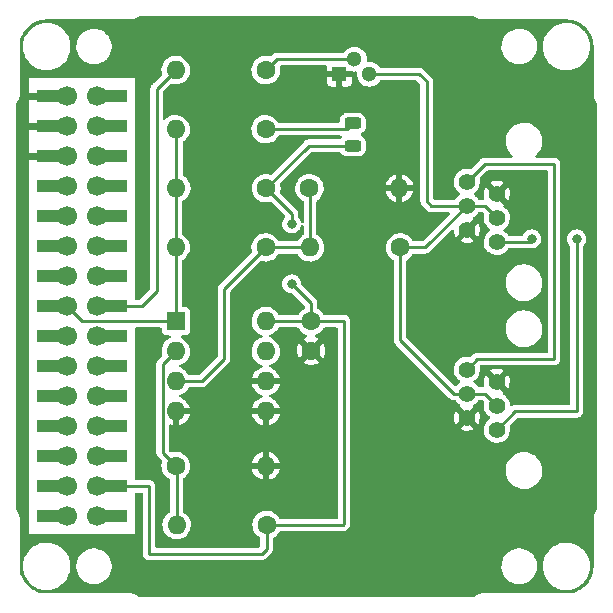
<source format=gtl>
G04 #@! TF.GenerationSoftware,KiCad,Pcbnew,(6.0.9)*
G04 #@! TF.CreationDate,2022-12-08T09:40:08+09:00*
G04 #@! TF.ProjectId,M5StackLocoNetModule,4d355374-6163-46b4-9c6f-636f4e65744d,rev?*
G04 #@! TF.SameCoordinates,PX6146580PY90f5600*
G04 #@! TF.FileFunction,Copper,L1,Top*
G04 #@! TF.FilePolarity,Positive*
%FSLAX46Y46*%
G04 Gerber Fmt 4.6, Leading zero omitted, Abs format (unit mm)*
G04 Created by KiCad (PCBNEW (6.0.9)) date 2022-12-08 09:40:08*
%MOMM*%
%LPD*%
G01*
G04 APERTURE LIST*
G04 Aperture macros list*
%AMRoundRect*
0 Rectangle with rounded corners*
0 $1 Rounding radius*
0 $2 $3 $4 $5 $6 $7 $8 $9 X,Y pos of 4 corners*
0 Add a 4 corners polygon primitive as box body*
4,1,4,$2,$3,$4,$5,$6,$7,$8,$9,$2,$3,0*
0 Add four circle primitives for the rounded corners*
1,1,$1+$1,$2,$3*
1,1,$1+$1,$4,$5*
1,1,$1+$1,$6,$7*
1,1,$1+$1,$8,$9*
0 Add four rect primitives between the rounded corners*
20,1,$1+$1,$2,$3,$4,$5,0*
20,1,$1+$1,$4,$5,$6,$7,0*
20,1,$1+$1,$6,$7,$8,$9,0*
20,1,$1+$1,$8,$9,$2,$3,0*%
%AMFreePoly0*
4,1,5,0.500000,-0.500000,-2.500000,-0.500000,-2.500000,0.500000,0.500000,0.500000,0.500000,-0.500000,0.500000,-0.500000,$1*%
G04 Aperture macros list end*
G04 #@! TA.AperFunction,ComponentPad*
%ADD10C,1.600000*%
G04 #@! TD*
G04 #@! TA.AperFunction,ComponentPad*
%ADD11O,1.600000X1.600000*%
G04 #@! TD*
G04 #@! TA.AperFunction,ComponentPad*
%ADD12R,1.300000X1.300000*%
G04 #@! TD*
G04 #@! TA.AperFunction,ComponentPad*
%ADD13C,1.300000*%
G04 #@! TD*
G04 #@! TA.AperFunction,ComponentPad*
%ADD14R,1.600000X1.600000*%
G04 #@! TD*
G04 #@! TA.AperFunction,ComponentPad*
%ADD15C,1.400000*%
G04 #@! TD*
G04 #@! TA.AperFunction,SMDPad,CuDef*
%ADD16RoundRect,0.243750X-0.456250X0.243750X-0.456250X-0.243750X0.456250X-0.243750X0.456250X0.243750X0*%
G04 #@! TD*
G04 #@! TA.AperFunction,ComponentPad*
%ADD17C,1.700000*%
G04 #@! TD*
G04 #@! TA.AperFunction,SMDPad,CuDef*
%ADD18FreePoly0,180.000000*%
G04 #@! TD*
G04 #@! TA.AperFunction,SMDPad,CuDef*
%ADD19FreePoly0,0.000000*%
G04 #@! TD*
G04 #@! TA.AperFunction,ViaPad*
%ADD20C,0.800000*%
G04 #@! TD*
G04 #@! TA.AperFunction,Conductor*
%ADD21C,0.600000*%
G04 #@! TD*
G04 #@! TA.AperFunction,Conductor*
%ADD22C,0.250000*%
G04 #@! TD*
G04 APERTURE END LIST*
D10*
X21535000Y40000000D03*
D11*
X13915000Y40000000D03*
D10*
X21535000Y30000000D03*
D11*
X13915000Y30000000D03*
D10*
X13915000Y11500000D03*
D11*
X21535000Y11500000D03*
D12*
X27780000Y44665000D03*
D13*
X29050000Y45935000D03*
X30320000Y44665000D03*
D10*
X21535000Y45000000D03*
D11*
X13915000Y45000000D03*
D10*
X25375000Y23750000D03*
X25375000Y21250000D03*
D14*
X13925000Y23750000D03*
D11*
X13925000Y21210000D03*
X13925000Y18670000D03*
X13925000Y16130000D03*
X21545000Y16130000D03*
X21545000Y18670000D03*
X21545000Y21210000D03*
X21545000Y23750000D03*
D10*
X21585000Y35000000D03*
D11*
X13965000Y35000000D03*
D15*
X38560000Y35550000D03*
X41100000Y34530000D03*
X38560000Y33510000D03*
X41100000Y32490000D03*
X38560000Y31470000D03*
X41100000Y30450000D03*
X38560000Y19650000D03*
X41100000Y18630000D03*
X38560000Y17610000D03*
X41100000Y16590000D03*
X38560000Y15570000D03*
X41100000Y14550000D03*
D10*
X25240000Y35000000D03*
D11*
X32860000Y35000000D03*
D10*
X32910000Y30000000D03*
D11*
X25290000Y30000000D03*
D16*
X28900000Y40487500D03*
X28900000Y38612500D03*
D17*
X7270000Y42780000D03*
D18*
X7270000Y42780000D03*
D17*
X4730000Y42780000D03*
D19*
X4730000Y42780000D03*
D18*
X7270000Y40240000D03*
D17*
X7270000Y40240000D03*
X4730000Y40240000D03*
D19*
X4730000Y40240000D03*
D18*
X7270000Y37700000D03*
D17*
X7270000Y37700000D03*
X4730000Y37700000D03*
D19*
X4730000Y37700000D03*
D18*
X7270000Y35160000D03*
D17*
X7270000Y35160000D03*
X4730000Y35160000D03*
D19*
X4730000Y35160000D03*
D17*
X7270000Y32620000D03*
D18*
X7270000Y32620000D03*
D19*
X4730000Y32620000D03*
D17*
X4730000Y32620000D03*
X7270000Y30080000D03*
D18*
X7270000Y30080000D03*
D19*
X4730000Y30080000D03*
D17*
X4730000Y30080000D03*
X7270000Y27540000D03*
D18*
X7270000Y27540000D03*
D17*
X4730000Y27540000D03*
D19*
X4730000Y27540000D03*
D17*
X7270000Y25000000D03*
D18*
X7270000Y25000000D03*
D17*
X4730000Y25000000D03*
D19*
X4730000Y25000000D03*
D18*
X7270000Y22460000D03*
D17*
X7270000Y22460000D03*
X4730000Y22460000D03*
D19*
X4730000Y22460000D03*
D17*
X7270000Y19920000D03*
D18*
X7270000Y19920000D03*
D17*
X4730000Y19920000D03*
D19*
X4730000Y19920000D03*
D18*
X7270000Y17380000D03*
D17*
X7270000Y17380000D03*
X4730000Y17380000D03*
D19*
X4730000Y17380000D03*
D18*
X7270000Y14840000D03*
D17*
X7270000Y14840000D03*
D19*
X4730000Y14840000D03*
D17*
X4730000Y14840000D03*
X7270000Y12300000D03*
D18*
X7270000Y12300000D03*
D17*
X4730000Y12300000D03*
D19*
X4730000Y12300000D03*
D18*
X7270000Y9760000D03*
D17*
X7270000Y9760000D03*
D19*
X4730000Y9760000D03*
D17*
X4730000Y9760000D03*
X7270000Y7220000D03*
D18*
X7270000Y7220000D03*
D17*
X4730000Y7220000D03*
D19*
X4730000Y7220000D03*
D10*
X21610000Y6500000D03*
D11*
X13990000Y6500000D03*
D20*
X10395000Y2775000D03*
X10395000Y45955000D03*
X38335000Y3410000D03*
X38970000Y44685000D03*
X25635000Y15475000D03*
X23730000Y26905000D03*
X23730000Y31985000D03*
X47860000Y30715000D03*
X44050000Y30715000D03*
D21*
X870000Y42526000D02*
X870000Y40240000D01*
X4730000Y37700000D02*
X1124000Y37700000D01*
X4730000Y40240000D02*
X870000Y40240000D01*
X870000Y37954000D02*
X870000Y40240000D01*
X4730000Y42780000D02*
X1124000Y42780000D01*
X1124000Y42780000D02*
X870000Y42526000D01*
X1124000Y37700000D02*
X870000Y37954000D01*
D22*
X21190000Y4045000D02*
X21610000Y4465000D01*
X21610000Y6500000D02*
X28090000Y6500000D01*
X28155000Y23750000D02*
X25375000Y23750000D01*
X21610000Y4465000D02*
X21610000Y6500000D01*
X21585000Y35000000D02*
X23730000Y32855000D01*
X11665000Y4045000D02*
X21190000Y4045000D01*
X23730000Y26905000D02*
X25375000Y25260000D01*
X21585000Y35000000D02*
X25197500Y38612500D01*
X23730000Y32855000D02*
X23730000Y31985000D01*
X7270000Y9760000D02*
X11665000Y9760000D01*
X28175000Y6585000D02*
X28175000Y23730000D01*
X25375000Y25260000D02*
X25375000Y23750000D01*
X28090000Y6500000D02*
X28175000Y6585000D01*
X28175000Y23730000D02*
X28155000Y23750000D01*
X11665000Y9760000D02*
X11665000Y4045000D01*
X25375000Y23750000D02*
X21545000Y23750000D01*
X25197500Y38612500D02*
X28900000Y38612500D01*
X28412500Y40000000D02*
X28900000Y40487500D01*
X21535000Y40000000D02*
X28412500Y40000000D01*
X40075000Y37065000D02*
X45955000Y37065000D01*
X39465000Y20555000D02*
X38560000Y19650000D01*
X45955000Y37065000D02*
X45955000Y20555000D01*
X45955000Y20555000D02*
X39465000Y20555000D01*
X38560000Y35550000D02*
X40075000Y37065000D01*
X38560000Y33510000D02*
X40080000Y33510000D01*
X35160000Y44050000D02*
X35160000Y33890000D01*
X34525000Y44685000D02*
X35160000Y44050000D01*
X35540000Y33510000D02*
X38560000Y33510000D01*
X40080000Y33510000D02*
X41100000Y32490000D01*
X38560000Y17610000D02*
X37470000Y17610000D01*
X32910000Y30000000D02*
X35050000Y30000000D01*
X35050000Y30000000D02*
X38560000Y33510000D01*
X34505000Y44665000D02*
X34525000Y44685000D01*
X38560000Y17610000D02*
X40080000Y17610000D01*
X30320000Y44665000D02*
X34505000Y44665000D01*
X32910000Y22170000D02*
X32910000Y30000000D01*
X35160000Y33890000D02*
X35540000Y33510000D01*
X40080000Y17610000D02*
X41100000Y16590000D01*
X37470000Y17610000D02*
X32910000Y22170000D01*
X47860000Y16110000D02*
X47860000Y30715000D01*
X43785000Y30450000D02*
X41100000Y30450000D01*
X42660000Y16110000D02*
X47860000Y16110000D01*
X41100000Y14550000D02*
X42660000Y16110000D01*
X44050000Y30715000D02*
X43785000Y30450000D01*
X22470000Y45935000D02*
X29050000Y45935000D01*
X21535000Y45000000D02*
X22470000Y45935000D01*
X25290000Y34950000D02*
X25240000Y35000000D01*
X16130000Y18670000D02*
X13925000Y18670000D01*
X18015000Y20555000D02*
X16130000Y18670000D01*
X21535000Y30000000D02*
X18015000Y26480000D01*
X25290000Y30000000D02*
X21535000Y30000000D01*
X25290000Y30000000D02*
X25290000Y34950000D01*
X18015000Y26480000D02*
X18015000Y20555000D01*
X13915000Y11500000D02*
X12800000Y12615000D01*
X13990000Y6500000D02*
X13990000Y11425000D01*
X12800000Y12615000D02*
X12800000Y20085000D01*
X13990000Y11425000D02*
X13915000Y11500000D01*
X12800000Y20085000D02*
X13925000Y21210000D01*
X12300000Y26270000D02*
X11030000Y25000000D01*
X12300000Y43415000D02*
X12300000Y26270000D01*
X13915000Y45000000D02*
X12330000Y43415000D01*
X12330000Y43415000D02*
X12300000Y43415000D01*
X11030000Y25000000D02*
X7270000Y25000000D01*
X13915000Y30000000D02*
X13915000Y34950000D01*
X13965000Y35000000D02*
X13965000Y39950000D01*
X13925000Y29990000D02*
X13915000Y30000000D01*
X13925000Y23750000D02*
X13925000Y29990000D01*
X13915000Y34950000D02*
X13965000Y35000000D01*
X13925000Y23750000D02*
X5980000Y23750000D01*
X5980000Y23750000D02*
X4730000Y25000000D01*
X13965000Y39950000D02*
X13915000Y40000000D01*
G04 #@! TA.AperFunction,Conductor*
G36*
X24839858Y49597976D02*
G01*
X39091916Y49597356D01*
X39162460Y49575753D01*
X39289145Y49490141D01*
X39289150Y49490138D01*
X39292598Y49487808D01*
X39458379Y49405213D01*
X39633592Y49345167D01*
X39815187Y49308716D01*
X39819332Y49308442D01*
X39819339Y49308441D01*
X39972731Y49298298D01*
X39984126Y49297022D01*
X40000000Y49294508D01*
X40021726Y49297949D01*
X40041436Y49299500D01*
X46958564Y49299500D01*
X46978274Y49297949D01*
X47000000Y49294508D01*
X47009794Y49296059D01*
X47011089Y49296059D01*
X47036537Y49297289D01*
X47269566Y49283194D01*
X47284671Y49281360D01*
X47542808Y49234055D01*
X47557581Y49230414D01*
X47808145Y49152335D01*
X47822363Y49146943D01*
X48061679Y49039235D01*
X48075151Y49032165D01*
X48127531Y49000500D01*
X48299741Y48896395D01*
X48312262Y48887753D01*
X48518857Y48725896D01*
X48530245Y48715806D01*
X48715806Y48530245D01*
X48725896Y48518857D01*
X48878467Y48324115D01*
X48887752Y48312263D01*
X48896394Y48299742D01*
X49016462Y48101126D01*
X49032164Y48075152D01*
X49039234Y48061681D01*
X49144095Y47828691D01*
X49146941Y47822367D01*
X49152335Y47808145D01*
X49157268Y47792316D01*
X49230414Y47557581D01*
X49234055Y47542808D01*
X49281360Y47284671D01*
X49283194Y47269566D01*
X49297289Y47036537D01*
X49296059Y47011089D01*
X49296059Y47009794D01*
X49294508Y47000000D01*
X49296059Y46990207D01*
X49297949Y46978274D01*
X49299500Y46958564D01*
X49299500Y43041436D01*
X49297949Y43021726D01*
X49294508Y43000000D01*
X49296808Y42985480D01*
X49296836Y42985306D01*
X49298110Y42973940D01*
X49308695Y42814478D01*
X49345426Y42632212D01*
X49346785Y42628263D01*
X49404296Y42461138D01*
X49405926Y42456400D01*
X49489135Y42290129D01*
X49577738Y42159662D01*
X49599502Y42088875D01*
X49599663Y25611884D01*
X49599823Y9160842D01*
X49599835Y7911628D01*
X49578047Y7840805D01*
X49489347Y7710287D01*
X49487473Y7706545D01*
X49487472Y7706543D01*
X49422290Y7576376D01*
X49406042Y7543930D01*
X49345470Y7368018D01*
X49338555Y7333722D01*
X49318108Y7232316D01*
X49308696Y7185640D01*
X49308419Y7181471D01*
X49308419Y7181470D01*
X49298087Y7025916D01*
X49296813Y7014560D01*
X49296059Y7009799D01*
X49296059Y7009793D01*
X49294508Y7000000D01*
X49296059Y6990207D01*
X49297949Y6978274D01*
X49299500Y6958564D01*
X49299500Y3041436D01*
X49297949Y3021726D01*
X49294508Y3000000D01*
X49296059Y2990206D01*
X49296059Y2988911D01*
X49297289Y2963463D01*
X49283194Y2730434D01*
X49281360Y2715329D01*
X49234055Y2457192D01*
X49230414Y2442419D01*
X49155957Y2203476D01*
X49152337Y2191860D01*
X49146943Y2177637D01*
X49132728Y2146053D01*
X49039235Y1938321D01*
X49032165Y1924849D01*
X48907330Y1718347D01*
X48896395Y1700259D01*
X48887753Y1687738D01*
X48876728Y1673666D01*
X48725896Y1481143D01*
X48715806Y1469755D01*
X48530245Y1284194D01*
X48518857Y1274104D01*
X48425727Y1201141D01*
X48312263Y1112248D01*
X48299742Y1103606D01*
X48075152Y967836D01*
X48061681Y960766D01*
X47822363Y853057D01*
X47808145Y847665D01*
X47570650Y773659D01*
X47557581Y769586D01*
X47542808Y765945D01*
X47284671Y718640D01*
X47269566Y716806D01*
X47036537Y702711D01*
X47011089Y703941D01*
X47009794Y703941D01*
X47000000Y705492D01*
X46990207Y703941D01*
X46978274Y702051D01*
X46958564Y700500D01*
X40041436Y700500D01*
X40021726Y702051D01*
X40009793Y703941D01*
X40000000Y705492D01*
X39990207Y703941D01*
X39990204Y703941D01*
X39984111Y702976D01*
X39972716Y701700D01*
X39819339Y691558D01*
X39819332Y691557D01*
X39815187Y691283D01*
X39633593Y654832D01*
X39458379Y594786D01*
X39292599Y512191D01*
X39162449Y424239D01*
X39091913Y402636D01*
X24717547Y401383D01*
X10911617Y400180D01*
X10840783Y421968D01*
X10743325Y488200D01*
X10710287Y510653D01*
X10706543Y512528D01*
X10547665Y592088D01*
X10547661Y592090D01*
X10543930Y593958D01*
X10368018Y654530D01*
X10275674Y673150D01*
X10189738Y690478D01*
X10189734Y690479D01*
X10185640Y691304D01*
X10181471Y691581D01*
X10181470Y691581D01*
X10025916Y701913D01*
X10014560Y703187D01*
X10009799Y703941D01*
X10009793Y703941D01*
X10000000Y705492D01*
X9990207Y703941D01*
X9978274Y702051D01*
X9958564Y700500D01*
X3041436Y700500D01*
X3021726Y702051D01*
X3009793Y703941D01*
X3000000Y705492D01*
X2990206Y703941D01*
X2988911Y703941D01*
X2963463Y702711D01*
X2730434Y716806D01*
X2715329Y718640D01*
X2457192Y765945D01*
X2442419Y769586D01*
X2429349Y773659D01*
X2191855Y847665D01*
X2177637Y853057D01*
X1938319Y960766D01*
X1924848Y967836D01*
X1700258Y1103606D01*
X1687737Y1112248D01*
X1574274Y1201141D01*
X1481143Y1274104D01*
X1469755Y1284194D01*
X1284194Y1469755D01*
X1274104Y1481143D01*
X1123272Y1673666D01*
X1112247Y1687738D01*
X1103605Y1700259D01*
X1092671Y1718347D01*
X967835Y1924849D01*
X960765Y1938321D01*
X867272Y2146053D01*
X853057Y2177637D01*
X847663Y2191860D01*
X844044Y2203476D01*
X769586Y2442419D01*
X765945Y2457192D01*
X718640Y2715329D01*
X716806Y2730434D01*
X702711Y2963463D01*
X703941Y2988911D01*
X703941Y2990206D01*
X705492Y3000000D01*
X702051Y3021726D01*
X701282Y3031503D01*
X994637Y3031503D01*
X994881Y3027068D01*
X994881Y3027064D01*
X1003885Y2863469D01*
X1010205Y2748630D01*
X1065474Y2470774D01*
X1066950Y2466571D01*
X1088181Y2406115D01*
X1159342Y2203476D01*
X1161395Y2199523D01*
X1161398Y2199517D01*
X1235360Y2057135D01*
X1289936Y1952072D01*
X1292519Y1948457D01*
X1292523Y1948451D01*
X1325176Y1902758D01*
X1454651Y1721576D01*
X1457729Y1718349D01*
X1457731Y1718347D01*
X1500355Y1673666D01*
X1650199Y1516588D01*
X1872680Y1341199D01*
X1980108Y1278800D01*
X2113807Y1201141D01*
X2113813Y1201138D01*
X2117654Y1198907D01*
X2121777Y1197237D01*
X2331605Y1112248D01*
X2380232Y1092552D01*
X2384545Y1091481D01*
X2384550Y1091479D01*
X2650856Y1025328D01*
X2650861Y1025327D01*
X2655177Y1024255D01*
X2659605Y1023801D01*
X2659607Y1023801D01*
X2735307Y1016045D01*
X2896790Y999500D01*
X3072170Y999500D01*
X3282593Y1014399D01*
X3286948Y1015337D01*
X3286951Y1015337D01*
X3555200Y1073089D01*
X3555202Y1073089D01*
X3559547Y1074025D01*
X3825337Y1172080D01*
X4014421Y1274104D01*
X4070744Y1304494D01*
X4074660Y1306607D01*
X4302540Y1474922D01*
X4308860Y1481143D01*
X4501249Y1670535D01*
X4504430Y1673666D01*
X4507131Y1677206D01*
X4507137Y1677212D01*
X4673602Y1895333D01*
X4673605Y1895337D01*
X4676304Y1898874D01*
X4733141Y2000364D01*
X4812552Y2142163D01*
X4812555Y2142168D01*
X4814730Y2146053D01*
X4821185Y2162736D01*
X4915341Y2406115D01*
X4915343Y2406121D01*
X4916948Y2410270D01*
X4918402Y2416540D01*
X4935225Y2489120D01*
X4980918Y2686253D01*
X4998995Y2894972D01*
X5498025Y2894972D01*
X5535347Y2651070D01*
X5612003Y2416540D01*
X5725935Y2197679D01*
X5729038Y2193546D01*
X5729040Y2193543D01*
X5870978Y2004499D01*
X5874083Y2000364D01*
X6052468Y1829896D01*
X6056740Y1826982D01*
X6056741Y1826981D01*
X6085893Y1807095D01*
X6256300Y1690851D01*
X6368202Y1638908D01*
X6475409Y1589144D01*
X6475413Y1589143D01*
X6480104Y1586965D01*
X6717871Y1521026D01*
X6723008Y1520477D01*
X6915957Y1499856D01*
X6915965Y1499856D01*
X6919292Y1499500D01*
X7062554Y1499500D01*
X7065127Y1499712D01*
X7065138Y1499712D01*
X7240760Y1514151D01*
X7240766Y1514152D01*
X7245911Y1514575D01*
X7485217Y1574684D01*
X7711493Y1673072D01*
X7918661Y1807095D01*
X7940516Y1826981D01*
X7976536Y1859757D01*
X8101158Y1973154D01*
X8104357Y1977205D01*
X8104361Y1977209D01*
X8250881Y2162736D01*
X8250884Y2162741D01*
X8254082Y2166790D01*
X8263906Y2184586D01*
X8370830Y2378278D01*
X8370832Y2378282D01*
X8373327Y2382802D01*
X8385275Y2416540D01*
X8453965Y2610515D01*
X8453966Y2610519D01*
X8455691Y2615390D01*
X8468314Y2686253D01*
X8498055Y2853217D01*
X8498056Y2853223D01*
X8498961Y2858306D01*
X8499409Y2894972D01*
X41498025Y2894972D01*
X41535347Y2651070D01*
X41612003Y2416540D01*
X41725935Y2197679D01*
X41729038Y2193546D01*
X41729040Y2193543D01*
X41870978Y2004499D01*
X41874083Y2000364D01*
X42052468Y1829896D01*
X42056740Y1826982D01*
X42056741Y1826981D01*
X42085893Y1807095D01*
X42256300Y1690851D01*
X42368202Y1638908D01*
X42475409Y1589144D01*
X42475413Y1589143D01*
X42480104Y1586965D01*
X42717871Y1521026D01*
X42723008Y1520477D01*
X42915957Y1499856D01*
X42915965Y1499856D01*
X42919292Y1499500D01*
X43062554Y1499500D01*
X43065127Y1499712D01*
X43065138Y1499712D01*
X43240760Y1514151D01*
X43240766Y1514152D01*
X43245911Y1514575D01*
X43485217Y1574684D01*
X43711493Y1673072D01*
X43918661Y1807095D01*
X43940516Y1826981D01*
X43976536Y1859757D01*
X44101158Y1973154D01*
X44104357Y1977205D01*
X44104361Y1977209D01*
X44250881Y2162736D01*
X44250884Y2162741D01*
X44254082Y2166790D01*
X44263906Y2184586D01*
X44370830Y2378278D01*
X44370832Y2378282D01*
X44373327Y2382802D01*
X44385275Y2416540D01*
X44453965Y2610515D01*
X44453966Y2610519D01*
X44455691Y2615390D01*
X44468314Y2686253D01*
X44498055Y2853217D01*
X44498056Y2853223D01*
X44498961Y2858306D01*
X44500413Y2977192D01*
X44501077Y3031503D01*
X44994637Y3031503D01*
X44994881Y3027068D01*
X44994881Y3027064D01*
X45003885Y2863469D01*
X45010205Y2748630D01*
X45065474Y2470774D01*
X45066950Y2466571D01*
X45088181Y2406115D01*
X45159342Y2203476D01*
X45161395Y2199523D01*
X45161398Y2199517D01*
X45235360Y2057135D01*
X45289936Y1952072D01*
X45292519Y1948457D01*
X45292523Y1948451D01*
X45325176Y1902758D01*
X45454651Y1721576D01*
X45457729Y1718349D01*
X45457731Y1718347D01*
X45500355Y1673666D01*
X45650199Y1516588D01*
X45872680Y1341199D01*
X45980108Y1278800D01*
X46113807Y1201141D01*
X46113813Y1201138D01*
X46117654Y1198907D01*
X46121777Y1197237D01*
X46331605Y1112248D01*
X46380232Y1092552D01*
X46384545Y1091481D01*
X46384550Y1091479D01*
X46650856Y1025328D01*
X46650861Y1025327D01*
X46655177Y1024255D01*
X46659605Y1023801D01*
X46659607Y1023801D01*
X46735307Y1016045D01*
X46896790Y999500D01*
X47072170Y999500D01*
X47282593Y1014399D01*
X47286948Y1015337D01*
X47286951Y1015337D01*
X47555200Y1073089D01*
X47555202Y1073089D01*
X47559547Y1074025D01*
X47825337Y1172080D01*
X48014421Y1274104D01*
X48070744Y1304494D01*
X48074660Y1306607D01*
X48302540Y1474922D01*
X48308860Y1481143D01*
X48501249Y1670535D01*
X48504430Y1673666D01*
X48507131Y1677206D01*
X48507137Y1677212D01*
X48673602Y1895333D01*
X48673605Y1895337D01*
X48676304Y1898874D01*
X48733141Y2000364D01*
X48812552Y2142163D01*
X48812555Y2142168D01*
X48814730Y2146053D01*
X48821185Y2162736D01*
X48915341Y2406115D01*
X48915343Y2406121D01*
X48916948Y2410270D01*
X48918402Y2416540D01*
X48935225Y2489120D01*
X48980918Y2686253D01*
X49005363Y2968497D01*
X49005119Y2972936D01*
X48990040Y3246927D01*
X48990039Y3246934D01*
X48989795Y3251370D01*
X48962322Y3389485D01*
X48935396Y3524854D01*
X48935395Y3524859D01*
X48934526Y3529226D01*
X48912734Y3591280D01*
X48842136Y3792316D01*
X48842135Y3792319D01*
X48840658Y3796524D01*
X48838605Y3800477D01*
X48838602Y3800483D01*
X48755117Y3961197D01*
X48710064Y4047928D01*
X48707481Y4051543D01*
X48707477Y4051549D01*
X48604454Y4195715D01*
X48545349Y4278424D01*
X48542269Y4281653D01*
X48352876Y4480189D01*
X48352873Y4480192D01*
X48349801Y4483412D01*
X48127320Y4658801D01*
X47996373Y4734861D01*
X47886193Y4798859D01*
X47886187Y4798862D01*
X47882346Y4801093D01*
X47619768Y4907448D01*
X47615455Y4908519D01*
X47615450Y4908521D01*
X47349144Y4974672D01*
X47349139Y4974673D01*
X47344823Y4975745D01*
X47340395Y4976199D01*
X47340393Y4976199D01*
X47245552Y4985916D01*
X47103210Y5000500D01*
X46927830Y5000500D01*
X46717407Y4985601D01*
X46713052Y4984663D01*
X46713049Y4984663D01*
X46444800Y4926911D01*
X46444798Y4926911D01*
X46440453Y4925975D01*
X46174663Y4827920D01*
X45925340Y4693393D01*
X45697460Y4525078D01*
X45694281Y4521949D01*
X45694278Y4521946D01*
X45614794Y4443700D01*
X45495570Y4326334D01*
X45492869Y4322794D01*
X45492863Y4322788D01*
X45326398Y4104667D01*
X45323696Y4101126D01*
X45300732Y4060120D01*
X45190286Y3862903D01*
X45185270Y3853947D01*
X45183662Y3849789D01*
X45183659Y3849784D01*
X45088867Y3604762D01*
X45083052Y3589730D01*
X45082048Y3585398D01*
X45082047Y3585395D01*
X45068672Y3527693D01*
X45019082Y3313747D01*
X44994637Y3031503D01*
X44501077Y3031503D01*
X44501912Y3099858D01*
X44501912Y3099860D01*
X44501975Y3105028D01*
X44464653Y3348930D01*
X44387997Y3583460D01*
X44274065Y3802321D01*
X44257293Y3824660D01*
X44129022Y3995501D01*
X44129020Y3995504D01*
X44125917Y3999636D01*
X44016008Y4104667D01*
X43951269Y4166533D01*
X43951268Y4166534D01*
X43947532Y4170104D01*
X43919212Y4189423D01*
X43747979Y4306230D01*
X43747980Y4306230D01*
X43743700Y4309149D01*
X43626776Y4363423D01*
X43524591Y4410856D01*
X43524587Y4410857D01*
X43519896Y4413035D01*
X43282129Y4478974D01*
X43270760Y4480189D01*
X43084043Y4500144D01*
X43084035Y4500144D01*
X43080708Y4500500D01*
X42937446Y4500500D01*
X42934873Y4500288D01*
X42934862Y4500288D01*
X42759240Y4485849D01*
X42759234Y4485848D01*
X42754089Y4485425D01*
X42514783Y4425316D01*
X42442985Y4394097D01*
X42315059Y4338473D01*
X42288507Y4326928D01*
X42081339Y4192905D01*
X42077514Y4189425D01*
X42077512Y4189423D01*
X42058079Y4171740D01*
X41898842Y4026846D01*
X41895643Y4022795D01*
X41895639Y4022791D01*
X41749119Y3837264D01*
X41749116Y3837259D01*
X41745918Y3833210D01*
X41743425Y3828694D01*
X41743423Y3828691D01*
X41630133Y3623465D01*
X41626673Y3617198D01*
X41624949Y3612329D01*
X41624947Y3612325D01*
X41591160Y3516913D01*
X41544309Y3384610D01*
X41543402Y3379517D01*
X41543401Y3379514D01*
X41519784Y3246927D01*
X41501039Y3141694D01*
X41498025Y2894972D01*
X8499409Y2894972D01*
X8500413Y2977192D01*
X8501912Y3099858D01*
X8501912Y3099860D01*
X8501975Y3105028D01*
X8464653Y3348930D01*
X8387997Y3583460D01*
X8274065Y3802321D01*
X8257293Y3824660D01*
X8129022Y3995501D01*
X8129020Y3995504D01*
X8125917Y3999636D01*
X8016008Y4104667D01*
X7951269Y4166533D01*
X7951268Y4166534D01*
X7947532Y4170104D01*
X7919212Y4189423D01*
X7747979Y4306230D01*
X7747980Y4306230D01*
X7743700Y4309149D01*
X7626776Y4363423D01*
X7524591Y4410856D01*
X7524587Y4410857D01*
X7519896Y4413035D01*
X7282129Y4478974D01*
X7270760Y4480189D01*
X7084043Y4500144D01*
X7084035Y4500144D01*
X7080708Y4500500D01*
X6937446Y4500500D01*
X6934873Y4500288D01*
X6934862Y4500288D01*
X6759240Y4485849D01*
X6759234Y4485848D01*
X6754089Y4485425D01*
X6514783Y4425316D01*
X6442985Y4394097D01*
X6315059Y4338473D01*
X6288507Y4326928D01*
X6081339Y4192905D01*
X6077514Y4189425D01*
X6077512Y4189423D01*
X6058079Y4171740D01*
X5898842Y4026846D01*
X5895643Y4022795D01*
X5895639Y4022791D01*
X5749119Y3837264D01*
X5749116Y3837259D01*
X5745918Y3833210D01*
X5743425Y3828694D01*
X5743423Y3828691D01*
X5630133Y3623465D01*
X5626673Y3617198D01*
X5624949Y3612329D01*
X5624947Y3612325D01*
X5591160Y3516913D01*
X5544309Y3384610D01*
X5543402Y3379517D01*
X5543401Y3379514D01*
X5519784Y3246927D01*
X5501039Y3141694D01*
X5498025Y2894972D01*
X4998995Y2894972D01*
X5005363Y2968497D01*
X5005119Y2972936D01*
X4990040Y3246927D01*
X4990039Y3246934D01*
X4989795Y3251370D01*
X4962322Y3389485D01*
X4935396Y3524854D01*
X4935395Y3524859D01*
X4934526Y3529226D01*
X4912734Y3591280D01*
X4842136Y3792316D01*
X4842135Y3792319D01*
X4840658Y3796524D01*
X4838605Y3800477D01*
X4838602Y3800483D01*
X4755117Y3961197D01*
X4710064Y4047928D01*
X4707481Y4051543D01*
X4707477Y4051549D01*
X4604454Y4195715D01*
X4545349Y4278424D01*
X4542269Y4281653D01*
X4352876Y4480189D01*
X4352873Y4480192D01*
X4349801Y4483412D01*
X4127320Y4658801D01*
X3996373Y4734861D01*
X3886193Y4798859D01*
X3886187Y4798862D01*
X3882346Y4801093D01*
X3619768Y4907448D01*
X3615455Y4908519D01*
X3615450Y4908521D01*
X3349144Y4974672D01*
X3349139Y4974673D01*
X3344823Y4975745D01*
X3340395Y4976199D01*
X3340393Y4976199D01*
X3245552Y4985916D01*
X3103210Y5000500D01*
X2927830Y5000500D01*
X2717407Y4985601D01*
X2713052Y4984663D01*
X2713049Y4984663D01*
X2444800Y4926911D01*
X2444798Y4926911D01*
X2440453Y4925975D01*
X2174663Y4827920D01*
X1925340Y4693393D01*
X1697460Y4525078D01*
X1694281Y4521949D01*
X1694278Y4521946D01*
X1614794Y4443700D01*
X1495570Y4326334D01*
X1492869Y4322794D01*
X1492863Y4322788D01*
X1326398Y4104667D01*
X1323696Y4101126D01*
X1300732Y4060120D01*
X1190286Y3862903D01*
X1185270Y3853947D01*
X1183662Y3849789D01*
X1183659Y3849784D01*
X1088867Y3604762D01*
X1083052Y3589730D01*
X1082048Y3585398D01*
X1082047Y3585395D01*
X1068672Y3527693D01*
X1019082Y3313747D01*
X994637Y3031503D01*
X701282Y3031503D01*
X700500Y3041436D01*
X700500Y5715000D01*
X1469000Y5715000D01*
X10469000Y5715000D01*
X10469079Y5812674D01*
X10471725Y9108601D01*
X10491782Y9176706D01*
X10545475Y9223156D01*
X10597725Y9234500D01*
X11013500Y9234500D01*
X11081621Y9214498D01*
X11128114Y9160842D01*
X11139500Y9108500D01*
X11139500Y4069347D01*
X11139162Y4060120D01*
X11135606Y4011693D01*
X11138871Y3995501D01*
X11145788Y3961197D01*
X11147107Y3953397D01*
X11154099Y3902354D01*
X11157509Y3894473D01*
X11159694Y3886648D01*
X11162367Y3878972D01*
X11164064Y3870556D01*
X11167962Y3862905D01*
X11167963Y3862903D01*
X11174648Y3849784D01*
X11183093Y3833210D01*
X11187449Y3824660D01*
X11190817Y3817502D01*
X11211280Y3770217D01*
X11216684Y3763544D01*
X11220894Y3756591D01*
X11225531Y3749920D01*
X11229429Y3742270D01*
X11251171Y3718625D01*
X11264297Y3704351D01*
X11269468Y3698360D01*
X11296484Y3664998D01*
X11301888Y3658325D01*
X11308888Y3653350D01*
X11314820Y3647780D01*
X11321074Y3642606D01*
X11326884Y3636288D01*
X11334177Y3631766D01*
X11334182Y3631762D01*
X11370667Y3609140D01*
X11377257Y3604762D01*
X11392563Y3593885D01*
X11419249Y3574921D01*
X11427333Y3572011D01*
X11434530Y3568248D01*
X11441949Y3564945D01*
X11449250Y3560418D01*
X11498715Y3546047D01*
X11506241Y3543602D01*
X11554715Y3526150D01*
X11563278Y3525521D01*
X11571685Y3523734D01*
X11571631Y3523478D01*
X11574616Y3522941D01*
X11574673Y3523260D01*
X11581175Y3522090D01*
X11587512Y3520249D01*
X11594327Y3519749D01*
X11595404Y3519669D01*
X11595417Y3519669D01*
X11597712Y3519500D01*
X11640653Y3519500D01*
X11649880Y3519162D01*
X11698307Y3515606D01*
X11706725Y3517303D01*
X11710692Y3517553D01*
X11730195Y3519500D01*
X21175565Y3519500D01*
X21180842Y3519389D01*
X21239919Y3516913D01*
X21280105Y3526338D01*
X21291771Y3528500D01*
X21324136Y3532933D01*
X21324138Y3532934D01*
X21332646Y3534099D01*
X21340527Y3537510D01*
X21340529Y3537510D01*
X21345347Y3539595D01*
X21366610Y3546627D01*
X21371729Y3547828D01*
X21371731Y3547829D01*
X21380093Y3549790D01*
X21416275Y3569681D01*
X21426905Y3574888D01*
X21464783Y3591280D01*
X21471459Y3596686D01*
X21471461Y3596687D01*
X21475542Y3599992D01*
X21494126Y3612480D01*
X21506263Y3619153D01*
X21514005Y3625836D01*
X21537209Y3649040D01*
X21547010Y3657866D01*
X21569999Y3676482D01*
X21576675Y3681888D01*
X21586806Y3696144D01*
X21600413Y3712244D01*
X21971364Y4083195D01*
X21975173Y4086848D01*
X22012385Y4121066D01*
X22018712Y4126884D01*
X22040465Y4161968D01*
X22047182Y4171740D01*
X22066935Y4197764D01*
X22072128Y4204605D01*
X22077224Y4217476D01*
X22087292Y4237493D01*
X22090056Y4241951D01*
X22094582Y4249250D01*
X22106094Y4288874D01*
X22109939Y4300103D01*
X22121968Y4330486D01*
X22121968Y4330488D01*
X22125130Y4338473D01*
X22126577Y4352242D01*
X22130890Y4374224D01*
X22132908Y4381170D01*
X22134751Y4387512D01*
X22135500Y4397712D01*
X22135500Y4430529D01*
X22136190Y4443700D01*
X22139282Y4473118D01*
X22140180Y4481662D01*
X22137265Y4498896D01*
X22135500Y4519909D01*
X22135500Y5344409D01*
X22155502Y5412530D01*
X22199933Y5454343D01*
X22292884Y5506398D01*
X22462518Y5647482D01*
X22603602Y5817116D01*
X22655657Y5910067D01*
X22706393Y5959728D01*
X22765591Y5974500D01*
X28075565Y5974500D01*
X28080842Y5974389D01*
X28139919Y5971913D01*
X28180105Y5981338D01*
X28191771Y5983500D01*
X28224136Y5987933D01*
X28224138Y5987934D01*
X28232646Y5989099D01*
X28240527Y5992510D01*
X28240529Y5992510D01*
X28245347Y5994595D01*
X28266610Y6001627D01*
X28271729Y6002828D01*
X28271731Y6002829D01*
X28280093Y6004790D01*
X28316275Y6024681D01*
X28326905Y6029888D01*
X28364783Y6046280D01*
X28371459Y6051686D01*
X28371461Y6051687D01*
X28375542Y6054992D01*
X28394126Y6067480D01*
X28406263Y6074153D01*
X28414005Y6080836D01*
X28437209Y6104040D01*
X28447010Y6112866D01*
X28469999Y6131482D01*
X28476675Y6136888D01*
X28486806Y6151144D01*
X28500413Y6167244D01*
X28536364Y6203195D01*
X28540173Y6206848D01*
X28577389Y6241070D01*
X28583712Y6246884D01*
X28605460Y6281960D01*
X28612174Y6291730D01*
X28637127Y6324604D01*
X28642222Y6337474D01*
X28652286Y6357482D01*
X28659582Y6369250D01*
X28661977Y6377493D01*
X28661980Y6377500D01*
X28671101Y6408893D01*
X28674945Y6420120D01*
X28686968Y6450487D01*
X28686969Y6450489D01*
X28690129Y6458472D01*
X28691026Y6467009D01*
X28691028Y6467016D01*
X28691577Y6472239D01*
X28695888Y6494216D01*
X28697911Y6501178D01*
X28697911Y6501180D01*
X28699751Y6507512D01*
X28700500Y6517712D01*
X28700500Y6550538D01*
X28701190Y6563709D01*
X28704281Y6593119D01*
X28705179Y6601661D01*
X28702264Y6618897D01*
X28700500Y6639909D01*
X28700500Y11045712D01*
X41845404Y11045712D01*
X41845985Y11040692D01*
X41845985Y11040688D01*
X41863106Y10892715D01*
X41874081Y10797860D01*
X41942017Y10557781D01*
X41994740Y10444716D01*
X42042493Y10342309D01*
X42047462Y10331652D01*
X42187706Y10125290D01*
X42359138Y9944006D01*
X42363164Y9940928D01*
X42363165Y9940927D01*
X42424368Y9894134D01*
X42557349Y9792462D01*
X42777239Y9674557D01*
X43013152Y9593326D01*
X43141099Y9571226D01*
X43255107Y9551533D01*
X43255113Y9551532D01*
X43259017Y9550858D01*
X43262978Y9550678D01*
X43262979Y9550678D01*
X43287503Y9549564D01*
X43287522Y9549564D01*
X43288922Y9549500D01*
X43462691Y9549500D01*
X43465199Y9549702D01*
X43465204Y9549702D01*
X43643661Y9564060D01*
X43643666Y9564061D01*
X43648702Y9564466D01*
X43653610Y9565671D01*
X43653613Y9565672D01*
X43886092Y9622775D01*
X43891006Y9623982D01*
X43895658Y9625957D01*
X43895662Y9625958D01*
X44116022Y9719495D01*
X44116023Y9719495D01*
X44120677Y9721471D01*
X44331808Y9854427D01*
X44386502Y9902646D01*
X44515168Y10016080D01*
X44515171Y10016083D01*
X44518965Y10019428D01*
X44677334Y10212230D01*
X44802840Y10427872D01*
X44808905Y10443670D01*
X44888842Y10651914D01*
X44892255Y10660805D01*
X44903995Y10716998D01*
X44942243Y10900085D01*
X44943278Y10905039D01*
X44954596Y11154288D01*
X44946060Y11228069D01*
X44926501Y11397110D01*
X44925919Y11402140D01*
X44857983Y11642219D01*
X44752538Y11868348D01*
X44612294Y12074710D01*
X44440862Y12255994D01*
X44392797Y12292743D01*
X44246677Y12404460D01*
X44246676Y12404461D01*
X44242651Y12407538D01*
X44022761Y12525443D01*
X43786848Y12606674D01*
X43655075Y12629435D01*
X43544893Y12648467D01*
X43544887Y12648468D01*
X43540983Y12649142D01*
X43537022Y12649322D01*
X43537021Y12649322D01*
X43512497Y12650436D01*
X43512478Y12650436D01*
X43511078Y12650500D01*
X43337309Y12650500D01*
X43334801Y12650298D01*
X43334796Y12650298D01*
X43156339Y12635940D01*
X43156334Y12635939D01*
X43151298Y12635534D01*
X43146390Y12634329D01*
X43146387Y12634328D01*
X42944707Y12584790D01*
X42908994Y12576018D01*
X42904342Y12574043D01*
X42904338Y12574042D01*
X42684824Y12480864D01*
X42679323Y12478529D01*
X42468192Y12345573D01*
X42464398Y12342228D01*
X42284832Y12183920D01*
X42284829Y12183917D01*
X42281035Y12180572D01*
X42122666Y11987770D01*
X41997160Y11772128D01*
X41995347Y11767405D01*
X41995346Y11767403D01*
X41979175Y11725275D01*
X41907745Y11539195D01*
X41906712Y11534249D01*
X41906710Y11534243D01*
X41898783Y11496296D01*
X41856722Y11294961D01*
X41856493Y11289912D01*
X41856492Y11289906D01*
X41853252Y11218548D01*
X41845404Y11045712D01*
X28700500Y11045712D01*
X28700500Y14634474D01*
X37988834Y14634474D01*
X37998717Y14621984D01*
X38028069Y14602372D01*
X38038188Y14596877D01*
X38213322Y14521634D01*
X38224255Y14518082D01*
X38410170Y14476013D01*
X38421579Y14474511D01*
X38612048Y14467028D01*
X38623530Y14467630D01*
X38812176Y14494982D01*
X38823359Y14497666D01*
X39003859Y14558938D01*
X39014362Y14563614D01*
X39122155Y14623980D01*
X39132018Y14634057D01*
X39129063Y14641727D01*
X38572812Y15197978D01*
X38558868Y15205592D01*
X38557035Y15205461D01*
X38550420Y15201210D01*
X37995030Y14645820D01*
X37988834Y14634474D01*
X28700500Y14634474D01*
X28700500Y15593152D01*
X37456044Y15593152D01*
X37468510Y15402953D01*
X37470311Y15391583D01*
X37517230Y15206839D01*
X37521071Y15195992D01*
X37600872Y15022889D01*
X37606624Y15012926D01*
X37611527Y15005989D01*
X37622117Y14997599D01*
X37635417Y15004627D01*
X38187978Y15557188D01*
X38194356Y15568868D01*
X38924408Y15568868D01*
X38924539Y15567035D01*
X38928790Y15560420D01*
X39484357Y15004853D01*
X39496737Y14998093D01*
X39503317Y15003019D01*
X39566386Y15115638D01*
X39571062Y15126141D01*
X39632334Y15306641D01*
X39635018Y15317824D01*
X39662666Y15508510D01*
X39663296Y15515893D01*
X39664616Y15566296D01*
X39664373Y15573695D01*
X39646743Y15765561D01*
X39644645Y15776882D01*
X39592907Y15960330D01*
X39588782Y15971077D01*
X39505836Y16139277D01*
X39499152Y16144293D01*
X39486731Y16137521D01*
X38932022Y15582812D01*
X38924408Y15568868D01*
X38194356Y15568868D01*
X38195592Y15571132D01*
X38195461Y15572965D01*
X38191210Y15579580D01*
X37634466Y16136324D01*
X37622086Y16143084D01*
X37616120Y16138618D01*
X37542070Y15997872D01*
X37537665Y15987238D01*
X37481141Y15805200D01*
X37478749Y15793946D01*
X37456345Y15604653D01*
X37456044Y15593152D01*
X28700500Y15593152D01*
X28700500Y23715574D01*
X28700611Y23720851D01*
X28702727Y23771334D01*
X28703087Y23779919D01*
X28693665Y23820092D01*
X28691502Y23831761D01*
X28687066Y23864139D01*
X28685901Y23872646D01*
X28680403Y23885351D01*
X28673369Y23906620D01*
X28672171Y23911729D01*
X28672170Y23911731D01*
X28670209Y23920093D01*
X28666071Y23927619D01*
X28666070Y23927623D01*
X28650330Y23956253D01*
X28645114Y23966898D01*
X28628720Y24004783D01*
X28620009Y24015540D01*
X28607515Y24034133D01*
X28604029Y24040475D01*
X28604028Y24040476D01*
X28600847Y24046263D01*
X28594164Y24054005D01*
X28570960Y24077209D01*
X28562134Y24087010D01*
X28543518Y24109999D01*
X28538112Y24116675D01*
X28530973Y24121748D01*
X28530604Y24122011D01*
X28510852Y24139425D01*
X28498931Y24152389D01*
X28498928Y24152392D01*
X28493116Y24158712D01*
X28458044Y24180458D01*
X28448262Y24187181D01*
X28422240Y24206933D01*
X28415396Y24212128D01*
X28407409Y24215290D01*
X28407406Y24215292D01*
X28402517Y24217228D01*
X28382516Y24227287D01*
X28370750Y24234582D01*
X28331119Y24246096D01*
X28319895Y24249940D01*
X28289516Y24261967D01*
X28289513Y24261968D01*
X28281528Y24265129D01*
X28272991Y24266026D01*
X28272984Y24266028D01*
X28267761Y24266577D01*
X28245784Y24270888D01*
X28238822Y24272911D01*
X28238820Y24272911D01*
X28232488Y24274751D01*
X28225673Y24275251D01*
X28224596Y24275331D01*
X28224583Y24275331D01*
X28222288Y24275500D01*
X28189461Y24275500D01*
X28176290Y24276190D01*
X28138338Y24280179D01*
X28129872Y24278747D01*
X28129869Y24278747D01*
X28121102Y24277264D01*
X28100090Y24275500D01*
X26532840Y24275500D01*
X26464719Y24295502D01*
X26419834Y24345771D01*
X26405534Y24374768D01*
X26402980Y24379947D01*
X26296119Y24523051D01*
X26274420Y24552109D01*
X26274420Y24552110D01*
X26270967Y24556733D01*
X26169600Y24650436D01*
X26113189Y24702582D01*
X26113186Y24702584D01*
X26108949Y24706501D01*
X25959264Y24800945D01*
X25912326Y24854210D01*
X25900500Y24907506D01*
X25900500Y25245574D01*
X25900611Y25250851D01*
X25902727Y25301334D01*
X25903087Y25309919D01*
X25893665Y25350092D01*
X25891502Y25361761D01*
X25887066Y25394139D01*
X25885901Y25402646D01*
X25880403Y25415351D01*
X25873369Y25436620D01*
X25872171Y25441729D01*
X25872170Y25441731D01*
X25870209Y25450093D01*
X25866071Y25457619D01*
X25866070Y25457623D01*
X25850330Y25486253D01*
X25845114Y25496898D01*
X25828720Y25534783D01*
X25820009Y25545540D01*
X25807515Y25564133D01*
X25804029Y25570475D01*
X25804028Y25570476D01*
X25800847Y25576263D01*
X25794164Y25584005D01*
X25770960Y25607209D01*
X25762134Y25617010D01*
X25743518Y25639999D01*
X25738112Y25646675D01*
X25723856Y25656806D01*
X25707756Y25670413D01*
X24572342Y26805827D01*
X24538316Y26868139D01*
X24535449Y26896679D01*
X24535510Y26901036D01*
X24535510Y26901041D01*
X24535565Y26905000D01*
X24515546Y27083472D01*
X24509427Y27101045D01*
X24458803Y27246416D01*
X24456485Y27253073D01*
X24425825Y27302140D01*
X24365049Y27399401D01*
X24361316Y27405375D01*
X24297771Y27469365D01*
X24239733Y27527810D01*
X24239729Y27527813D01*
X24234770Y27532807D01*
X24227609Y27537352D01*
X24176860Y27569558D01*
X24083136Y27629037D01*
X24053352Y27639643D01*
X23920586Y27686919D01*
X23920581Y27686920D01*
X23913951Y27689281D01*
X23906965Y27690114D01*
X23906961Y27690115D01*
X23779177Y27705352D01*
X23735624Y27710545D01*
X23728621Y27709809D01*
X23728620Y27709809D01*
X23564025Y27692510D01*
X23564021Y27692509D01*
X23557017Y27691773D01*
X23550346Y27689502D01*
X23393677Y27636168D01*
X23393674Y27636167D01*
X23387007Y27633897D01*
X23381009Y27630207D01*
X23381007Y27630206D01*
X23310526Y27586846D01*
X23234045Y27539794D01*
X23229014Y27534868D01*
X23229011Y27534865D01*
X23221807Y27527810D01*
X23105732Y27414141D01*
X23101913Y27408216D01*
X23101912Y27408214D01*
X23012265Y27269109D01*
X23008446Y27263183D01*
X22947022Y27094422D01*
X22924514Y26916247D01*
X22925201Y26909240D01*
X22925201Y26909237D01*
X22927822Y26882507D01*
X22942039Y26737514D01*
X22944262Y26730832D01*
X22944262Y26730831D01*
X22985612Y26606528D01*
X22998726Y26567104D01*
X23002373Y26561082D01*
X23084733Y26425090D01*
X23091759Y26413488D01*
X23216514Y26284301D01*
X23366789Y26185964D01*
X23535116Y26123364D01*
X23542097Y26122433D01*
X23542099Y26122432D01*
X23706149Y26100543D01*
X23706153Y26100543D01*
X23713130Y26099612D01*
X23720141Y26100250D01*
X23720144Y26100250D01*
X23724446Y26100642D01*
X23726843Y26100860D01*
X23796495Y26087115D01*
X23827357Y26064474D01*
X24812595Y25079236D01*
X24846621Y25016924D01*
X24849500Y24990141D01*
X24849500Y24906005D01*
X24829498Y24837884D01*
X24787923Y24797720D01*
X24671306Y24728340D01*
X24666341Y24725386D01*
X24500457Y24579910D01*
X24363863Y24406640D01*
X24361174Y24401529D01*
X24361172Y24401526D01*
X24330292Y24342833D01*
X24280873Y24291860D01*
X24218784Y24275500D01*
X22702840Y24275500D01*
X22634719Y24295502D01*
X22589834Y24345771D01*
X22575534Y24374768D01*
X22572980Y24379947D01*
X22466119Y24523051D01*
X22444420Y24552109D01*
X22444420Y24552110D01*
X22440967Y24556733D01*
X22339600Y24650436D01*
X22283189Y24702582D01*
X22283186Y24702584D01*
X22278949Y24706501D01*
X22092350Y24824236D01*
X21887421Y24905994D01*
X21881761Y24907120D01*
X21881757Y24907121D01*
X21676691Y24947911D01*
X21676688Y24947911D01*
X21671024Y24949038D01*
X21665249Y24949114D01*
X21665245Y24949114D01*
X21554504Y24950563D01*
X21450406Y24951926D01*
X21444709Y24950947D01*
X21444708Y24950947D01*
X21238654Y24915541D01*
X21238653Y24915541D01*
X21232957Y24914562D01*
X21025957Y24838196D01*
X21020996Y24835244D01*
X21020995Y24835244D01*
X20953945Y24795353D01*
X20836341Y24725386D01*
X20670457Y24579910D01*
X20533863Y24406640D01*
X20431131Y24211380D01*
X20365703Y24000667D01*
X20339770Y23781560D01*
X20354200Y23561396D01*
X20355621Y23555800D01*
X20355622Y23555795D01*
X20359838Y23539195D01*
X20408511Y23347548D01*
X20410928Y23342306D01*
X20410928Y23342305D01*
X20465237Y23224500D01*
X20500883Y23147179D01*
X20628222Y22966998D01*
X20786264Y22813039D01*
X20791060Y22809834D01*
X20791063Y22809832D01*
X20875261Y22753573D01*
X20969717Y22690460D01*
X20975020Y22688182D01*
X20975023Y22688180D01*
X21167129Y22605645D01*
X21172436Y22603365D01*
X21178071Y22602090D01*
X21178074Y22602089D01*
X21179484Y22601770D01*
X21180083Y22601436D01*
X21183562Y22600306D01*
X21183340Y22599623D01*
X21241511Y22567228D01*
X21275016Y22504634D01*
X21269362Y22433863D01*
X21226344Y22377384D01*
X21195287Y22360665D01*
X21031376Y22300196D01*
X21031368Y22300192D01*
X21025957Y22298196D01*
X21020996Y22295244D01*
X21020995Y22295244D01*
X20881462Y22212230D01*
X20836341Y22185386D01*
X20670457Y22039910D01*
X20533863Y21866640D01*
X20431131Y21671380D01*
X20365703Y21460667D01*
X20339770Y21241560D01*
X20354200Y21021396D01*
X20355621Y21015800D01*
X20355622Y21015795D01*
X20399641Y20842473D01*
X20408511Y20807548D01*
X20410928Y20802306D01*
X20410928Y20802305D01*
X20497628Y20614239D01*
X20500883Y20607179D01*
X20628222Y20426998D01*
X20786264Y20273039D01*
X20791060Y20269834D01*
X20791063Y20269832D01*
X20875261Y20213573D01*
X20969717Y20150460D01*
X20975020Y20148182D01*
X20975023Y20148180D01*
X21140979Y20076880D01*
X21172436Y20063365D01*
X21178071Y20062090D01*
X21178077Y20062088D01*
X21180384Y20061566D01*
X21181364Y20061020D01*
X21183562Y20060306D01*
X21183422Y20059874D01*
X21242410Y20027022D01*
X21275913Y19964427D01*
X21270257Y19893656D01*
X21227236Y19837178D01*
X21196183Y19820462D01*
X21031592Y19759742D01*
X21021210Y19754790D01*
X20841604Y19647936D01*
X20832292Y19641171D01*
X20675163Y19503371D01*
X20667246Y19495028D01*
X20537862Y19330905D01*
X20531591Y19321249D01*
X20434287Y19136304D01*
X20429881Y19125667D01*
X20372634Y18941302D01*
X20372415Y18927201D01*
X20379147Y18924000D01*
X22702150Y18924000D01*
X22715681Y18927973D01*
X22716850Y18936108D01*
X22671664Y19096325D01*
X22667542Y19107064D01*
X22575107Y19294503D01*
X22569097Y19304311D01*
X22444047Y19471773D01*
X22436357Y19480313D01*
X22282883Y19622184D01*
X22273758Y19629185D01*
X22097006Y19740707D01*
X22086762Y19745926D01*
X21889226Y19824736D01*
X21833367Y19868557D01*
X21810067Y19935621D01*
X21826723Y20004636D01*
X21878048Y20053691D01*
X21895416Y20061079D01*
X22029907Y20106732D01*
X22029912Y20106734D01*
X22035379Y20108590D01*
X22054734Y20119429D01*
X22142931Y20168822D01*
X22227884Y20216398D01*
X22237244Y20224182D01*
X22259116Y20242373D01*
X24731733Y20242373D01*
X24741614Y20229884D01*
X24795156Y20194108D01*
X24805263Y20188621D01*
X24997288Y20106121D01*
X25008221Y20102569D01*
X25212063Y20056444D01*
X25223471Y20054942D01*
X25432303Y20046738D01*
X25443787Y20047340D01*
X25650614Y20077327D01*
X25661809Y20080015D01*
X25859711Y20147194D01*
X25870208Y20151868D01*
X26010628Y20230506D01*
X26020491Y20240583D01*
X26017536Y20248253D01*
X25387811Y20877979D01*
X25373868Y20885592D01*
X25372034Y20885461D01*
X25365420Y20881210D01*
X24737926Y20253715D01*
X24731733Y20242373D01*
X22259116Y20242373D01*
X22393086Y20353796D01*
X22397518Y20357482D01*
X22468013Y20442242D01*
X22534908Y20522674D01*
X22534910Y20522677D01*
X22538602Y20527116D01*
X22646410Y20719621D01*
X22648266Y20725088D01*
X22648268Y20725093D01*
X22715475Y20923079D01*
X22715476Y20923084D01*
X22717331Y20928548D01*
X22718159Y20934257D01*
X22718160Y20934262D01*
X22748458Y21143228D01*
X22748991Y21146902D01*
X22750643Y21210000D01*
X22744598Y21275781D01*
X24170650Y21275781D01*
X24184318Y21067241D01*
X24186118Y21055873D01*
X24237563Y20853311D01*
X24241401Y20842473D01*
X24328898Y20652678D01*
X24334654Y20642709D01*
X24354774Y20614239D01*
X24365365Y20605848D01*
X24378664Y20612875D01*
X25002979Y21237189D01*
X25009356Y21248868D01*
X25739408Y21248868D01*
X25739539Y21247034D01*
X25743790Y21240420D01*
X26372835Y20611376D01*
X26385210Y20604619D01*
X26391790Y20609545D01*
X26473135Y20754797D01*
X26477806Y20765289D01*
X26544985Y20963191D01*
X26547673Y20974386D01*
X26577956Y21183254D01*
X26578586Y21190637D01*
X26580044Y21246296D01*
X26579801Y21253695D01*
X26560490Y21463866D01*
X26558393Y21475180D01*
X26501664Y21676325D01*
X26497542Y21687064D01*
X26405107Y21874503D01*
X26399097Y21884311D01*
X26396865Y21887300D01*
X26385607Y21895749D01*
X26373189Y21888978D01*
X25747021Y21262811D01*
X25739408Y21248868D01*
X25009356Y21248868D01*
X25010592Y21251132D01*
X25010461Y21252966D01*
X25006210Y21259580D01*
X24375416Y21890373D01*
X24363041Y21897130D01*
X24357075Y21892664D01*
X24264287Y21716304D01*
X24259881Y21705667D01*
X24197908Y21506084D01*
X24195515Y21494826D01*
X24170951Y21287282D01*
X24170650Y21275781D01*
X22744598Y21275781D01*
X22730454Y21429711D01*
X22720822Y21463866D01*
X22692450Y21564466D01*
X22670565Y21642064D01*
X22572980Y21839947D01*
X22567159Y21847743D01*
X22444420Y22012109D01*
X22444420Y22012110D01*
X22440967Y22016733D01*
X22278949Y22166501D01*
X22092350Y22284236D01*
X21889955Y22364983D01*
X21834096Y22408804D01*
X21810795Y22475868D01*
X21827451Y22544883D01*
X21878775Y22593937D01*
X21896144Y22601326D01*
X22029907Y22646732D01*
X22029912Y22646734D01*
X22035379Y22648590D01*
X22048763Y22656085D01*
X22163767Y22720491D01*
X22227884Y22756398D01*
X22277737Y22797860D01*
X22393086Y22893796D01*
X22397518Y22897482D01*
X22538602Y23067116D01*
X22590657Y23160067D01*
X22641393Y23209728D01*
X22700591Y23224500D01*
X24214579Y23224500D01*
X24282700Y23204498D01*
X24324284Y23156684D01*
X24325575Y23157429D01*
X24328465Y23152424D01*
X24330883Y23147179D01*
X24458222Y22966998D01*
X24616264Y22813039D01*
X24621060Y22809834D01*
X24621063Y22809832D01*
X24705261Y22753573D01*
X24799717Y22690460D01*
X24805020Y22688182D01*
X24805023Y22688180D01*
X24868741Y22660805D01*
X24977321Y22614155D01*
X25032013Y22568888D01*
X25053550Y22501237D01*
X25035093Y22432681D01*
X24982502Y22384987D01*
X24971193Y22380176D01*
X24861589Y22339741D01*
X24851210Y22334790D01*
X24740261Y22268782D01*
X24730663Y22258449D01*
X24734150Y22250060D01*
X25362188Y21622022D01*
X25376132Y21614408D01*
X25377965Y21614539D01*
X25384580Y21618790D01*
X26011988Y22246199D01*
X26018745Y22258574D01*
X26012715Y22266630D01*
X25927007Y22320707D01*
X25916759Y22325928D01*
X25773397Y22383124D01*
X25717537Y22426945D01*
X25694237Y22494009D01*
X25710893Y22563024D01*
X25762217Y22612079D01*
X25779585Y22619467D01*
X25786900Y22621950D01*
X25865379Y22648590D01*
X25878763Y22656085D01*
X25993767Y22720491D01*
X26057884Y22756398D01*
X26107737Y22797860D01*
X26223086Y22893796D01*
X26227518Y22897482D01*
X26368602Y23067116D01*
X26420657Y23160067D01*
X26471393Y23209728D01*
X26530591Y23224500D01*
X27523500Y23224500D01*
X27591621Y23204498D01*
X27638114Y23150842D01*
X27649500Y23098500D01*
X27649500Y7151500D01*
X27629498Y7083379D01*
X27575842Y7036886D01*
X27523500Y7025500D01*
X22767840Y7025500D01*
X22699719Y7045502D01*
X22654834Y7095771D01*
X22640534Y7124768D01*
X22637980Y7129947D01*
X22505967Y7306733D01*
X22390554Y7413420D01*
X22348189Y7452582D01*
X22348186Y7452584D01*
X22343949Y7456501D01*
X22157350Y7574236D01*
X21952421Y7655994D01*
X21946761Y7657120D01*
X21946757Y7657121D01*
X21741691Y7697911D01*
X21741688Y7697911D01*
X21736024Y7699038D01*
X21730249Y7699114D01*
X21730245Y7699114D01*
X21619504Y7700563D01*
X21515406Y7701926D01*
X21509709Y7700947D01*
X21509708Y7700947D01*
X21303654Y7665541D01*
X21303653Y7665541D01*
X21297957Y7664562D01*
X21090957Y7588196D01*
X21085996Y7585244D01*
X21085995Y7585244D01*
X20987441Y7526610D01*
X20901341Y7475386D01*
X20735457Y7329910D01*
X20598863Y7156640D01*
X20496131Y6961380D01*
X20430703Y6750667D01*
X20404770Y6531560D01*
X20419200Y6311396D01*
X20420621Y6305800D01*
X20420622Y6305795D01*
X20445752Y6206848D01*
X20473511Y6097548D01*
X20475928Y6092306D01*
X20475928Y6092305D01*
X20523507Y5989099D01*
X20565883Y5897179D01*
X20693222Y5716998D01*
X20851264Y5563039D01*
X20856060Y5559834D01*
X20856063Y5559832D01*
X21028502Y5444613D01*
X21074030Y5390137D01*
X21084500Y5339848D01*
X21084500Y4734861D01*
X21064498Y4666740D01*
X21047597Y4645767D01*
X21009237Y4607406D01*
X20946925Y4573380D01*
X20920140Y4570500D01*
X12316500Y4570500D01*
X12248379Y4590502D01*
X12201886Y4644158D01*
X12190500Y4696500D01*
X12190500Y9735653D01*
X12190838Y9744880D01*
X12193765Y9784744D01*
X12194394Y9793307D01*
X12184210Y9843813D01*
X12182892Y9851609D01*
X12177067Y9894134D01*
X12175901Y9902646D01*
X12172491Y9910527D01*
X12170306Y9918352D01*
X12167633Y9926028D01*
X12165936Y9934444D01*
X12142550Y9980343D01*
X12139181Y9987501D01*
X12118720Y10034783D01*
X12113316Y10041456D01*
X12109106Y10048409D01*
X12104469Y10055080D01*
X12100571Y10062730D01*
X12065703Y10100649D01*
X12060532Y10106640D01*
X12033516Y10140002D01*
X12033514Y10140003D01*
X12028112Y10146675D01*
X12021112Y10151650D01*
X12015180Y10157220D01*
X12008926Y10162394D01*
X12003116Y10168712D01*
X11995823Y10173234D01*
X11995818Y10173238D01*
X11959333Y10195860D01*
X11952743Y10200238D01*
X11917754Y10225102D01*
X11910751Y10230079D01*
X11902667Y10232989D01*
X11895470Y10236752D01*
X11888051Y10240055D01*
X11880750Y10244582D01*
X11831282Y10258954D01*
X11823757Y10261399D01*
X11775285Y10278850D01*
X11766722Y10279479D01*
X11758315Y10281266D01*
X11758369Y10281522D01*
X11755384Y10282059D01*
X11755327Y10281740D01*
X11748825Y10282910D01*
X11742488Y10284751D01*
X11735673Y10285251D01*
X11734596Y10285331D01*
X11734583Y10285331D01*
X11732288Y10285500D01*
X11689347Y10285500D01*
X11680120Y10285838D01*
X11679921Y10285853D01*
X11631693Y10289394D01*
X11623275Y10287697D01*
X11619308Y10287447D01*
X11599805Y10285500D01*
X10598771Y10285500D01*
X10530650Y10305502D01*
X10484157Y10359158D01*
X10472771Y10411601D01*
X10472778Y10419614D01*
X10480774Y20378874D01*
X10482958Y23098601D01*
X10503015Y23166706D01*
X10556708Y23213156D01*
X10608958Y23224500D01*
X12598501Y23224500D01*
X12666622Y23204498D01*
X12713115Y23150842D01*
X12724501Y23098500D01*
X12724501Y22918482D01*
X12725276Y22913591D01*
X12725276Y22913588D01*
X12728411Y22893796D01*
X12739354Y22824696D01*
X12743855Y22815863D01*
X12743857Y22815858D01*
X12750465Y22802890D01*
X12796950Y22711658D01*
X12886658Y22621950D01*
X12999696Y22564354D01*
X13009485Y22562804D01*
X13009487Y22562803D01*
X13036849Y22558470D01*
X13093481Y22549500D01*
X13381570Y22549500D01*
X13449691Y22529498D01*
X13496184Y22475842D01*
X13506288Y22405568D01*
X13476794Y22340988D01*
X13425180Y22305288D01*
X13416382Y22302042D01*
X13405957Y22298196D01*
X13400996Y22295244D01*
X13400995Y22295244D01*
X13261462Y22212230D01*
X13216341Y22185386D01*
X13050457Y22039910D01*
X12913863Y21866640D01*
X12811131Y21671380D01*
X12745703Y21460667D01*
X12719770Y21241560D01*
X12734200Y21021396D01*
X12745812Y20975673D01*
X12769024Y20884275D01*
X12766406Y20813327D01*
X12735996Y20764165D01*
X12438636Y20466805D01*
X12434827Y20463152D01*
X12391288Y20423116D01*
X12386760Y20415813D01*
X12386759Y20415812D01*
X12369543Y20388045D01*
X12362820Y20378263D01*
X12337872Y20345396D01*
X12334710Y20337409D01*
X12334708Y20337406D01*
X12332772Y20332517D01*
X12322713Y20312516D01*
X12315418Y20300750D01*
X12308537Y20277066D01*
X12303905Y20261123D01*
X12300060Y20249895D01*
X12288033Y20219516D01*
X12288032Y20219513D01*
X12284871Y20211528D01*
X12283974Y20202991D01*
X12283972Y20202984D01*
X12283423Y20197761D01*
X12279112Y20175785D01*
X12275249Y20162488D01*
X12274500Y20152288D01*
X12274500Y20119461D01*
X12273810Y20106290D01*
X12269821Y20068338D01*
X12271253Y20059874D01*
X12271253Y20059869D01*
X12272736Y20051102D01*
X12274500Y20030090D01*
X12274500Y12629435D01*
X12274389Y12624159D01*
X12271913Y12565081D01*
X12281210Y12525443D01*
X12281337Y12524903D01*
X12283500Y12513230D01*
X12289099Y12472354D01*
X12292510Y12464473D01*
X12292510Y12464471D01*
X12294595Y12459653D01*
X12301627Y12438390D01*
X12302828Y12433271D01*
X12304790Y12424907D01*
X12324681Y12388725D01*
X12329888Y12378095D01*
X12346280Y12340217D01*
X12351686Y12333541D01*
X12351687Y12333539D01*
X12354992Y12329458D01*
X12367480Y12310874D01*
X12374153Y12298737D01*
X12380836Y12290995D01*
X12404040Y12267791D01*
X12412865Y12257991D01*
X12436888Y12228325D01*
X12451144Y12218194D01*
X12467244Y12204587D01*
X12725847Y11945984D01*
X12759873Y11883672D01*
X12757084Y11819524D01*
X12737972Y11757973D01*
X12735703Y11750667D01*
X12709770Y11531560D01*
X12724200Y11311396D01*
X12725621Y11305800D01*
X12725622Y11305795D01*
X12762825Y11159312D01*
X12778511Y11097548D01*
X12780928Y11092306D01*
X12780928Y11092305D01*
X12819046Y11009621D01*
X12870883Y10897179D01*
X12998222Y10716998D01*
X13156264Y10563039D01*
X13161060Y10559834D01*
X13161063Y10559832D01*
X13244645Y10503985D01*
X13339717Y10440460D01*
X13345017Y10438183D01*
X13345026Y10438178D01*
X13388237Y10419614D01*
X13442930Y10374346D01*
X13464500Y10303846D01*
X13464500Y7656005D01*
X13444498Y7587884D01*
X13402923Y7547720D01*
X13327235Y7502690D01*
X13281341Y7475386D01*
X13115457Y7329910D01*
X12978863Y7156640D01*
X12876131Y6961380D01*
X12810703Y6750667D01*
X12784770Y6531560D01*
X12799200Y6311396D01*
X12800621Y6305800D01*
X12800622Y6305795D01*
X12825752Y6206848D01*
X12853511Y6097548D01*
X12855928Y6092306D01*
X12855928Y6092305D01*
X12903507Y5989099D01*
X12945883Y5897179D01*
X13073222Y5716998D01*
X13231264Y5563039D01*
X13236060Y5559834D01*
X13236063Y5559832D01*
X13320255Y5503577D01*
X13414717Y5440460D01*
X13420020Y5438182D01*
X13420023Y5438180D01*
X13612129Y5355645D01*
X13617436Y5353365D01*
X13697088Y5335342D01*
X13826995Y5305946D01*
X13827001Y5305945D01*
X13832632Y5304671D01*
X13838403Y5304444D01*
X13838405Y5304444D01*
X13906211Y5301780D01*
X14053098Y5296009D01*
X14162275Y5311839D01*
X14265738Y5326840D01*
X14265743Y5326841D01*
X14271452Y5327669D01*
X14276916Y5329524D01*
X14276921Y5329525D01*
X14474907Y5396732D01*
X14474912Y5396734D01*
X14480379Y5398590D01*
X14672884Y5506398D01*
X14842518Y5647482D01*
X14896985Y5712971D01*
X14979908Y5812674D01*
X14979911Y5812678D01*
X14983602Y5817116D01*
X15079917Y5989099D01*
X15088586Y6004578D01*
X15088587Y6004580D01*
X15091410Y6009621D01*
X15093266Y6015088D01*
X15093268Y6015093D01*
X15160475Y6213079D01*
X15160476Y6213084D01*
X15162331Y6218548D01*
X15163159Y6224257D01*
X15163160Y6224262D01*
X15190755Y6414586D01*
X15193991Y6436902D01*
X15195643Y6500000D01*
X15175454Y6719711D01*
X15115565Y6932064D01*
X15034834Y7095771D01*
X15020535Y7124766D01*
X15020534Y7124768D01*
X15017980Y7129947D01*
X14885967Y7306733D01*
X14770554Y7413420D01*
X14728189Y7452582D01*
X14728186Y7452584D01*
X14723949Y7456501D01*
X14574264Y7550945D01*
X14527326Y7604210D01*
X14515500Y7657506D01*
X14515500Y10386411D01*
X14535502Y10454532D01*
X14579935Y10496346D01*
X14597884Y10506398D01*
X14767518Y10647482D01*
X14821985Y10712971D01*
X14904908Y10812674D01*
X14904910Y10812677D01*
X14908602Y10817116D01*
X15016410Y11009621D01*
X15018266Y11015088D01*
X15018268Y11015093D01*
X15085475Y11213079D01*
X15085476Y11213084D01*
X15087331Y11218548D01*
X15088159Y11224257D01*
X15088160Y11224262D01*
X15089432Y11233038D01*
X20364616Y11233038D01*
X20397563Y11103311D01*
X20401401Y11092473D01*
X20488898Y10902676D01*
X20494649Y10892715D01*
X20615272Y10722038D01*
X20622740Y10713295D01*
X20772446Y10567457D01*
X20781380Y10560223D01*
X20955152Y10444111D01*
X20965265Y10438620D01*
X21157288Y10356121D01*
X21168221Y10352569D01*
X21263331Y10331048D01*
X21277405Y10331937D01*
X21281000Y10341336D01*
X21281000Y10342309D01*
X21789000Y10342309D01*
X21792966Y10328803D01*
X21806966Y10326799D01*
X21810618Y10327328D01*
X21821803Y10330013D01*
X22019707Y10397193D01*
X22030216Y10401872D01*
X22212552Y10503985D01*
X22222045Y10510510D01*
X22382725Y10644146D01*
X22390854Y10652275D01*
X22524490Y10812955D01*
X22531015Y10822448D01*
X22633128Y11004784D01*
X22637807Y11015293D01*
X22704987Y11213197D01*
X22707672Y11224382D01*
X22708206Y11228069D01*
X22706219Y11242008D01*
X22692653Y11246000D01*
X21807115Y11246000D01*
X21791876Y11241525D01*
X21790671Y11240135D01*
X21789000Y11232452D01*
X21789000Y10342309D01*
X21281000Y10342309D01*
X21281000Y11227885D01*
X21276525Y11243124D01*
X21275135Y11244329D01*
X21267452Y11246000D01*
X20379439Y11246000D01*
X20365908Y11242027D01*
X20364616Y11233038D01*
X15089432Y11233038D01*
X15118458Y11433228D01*
X15118991Y11436902D01*
X15120643Y11500000D01*
X15100454Y11719711D01*
X15089881Y11757201D01*
X20362415Y11757201D01*
X20369147Y11754000D01*
X21262885Y11754000D01*
X21278124Y11758475D01*
X21279329Y11759865D01*
X21281000Y11767548D01*
X21281000Y11772115D01*
X21789000Y11772115D01*
X21793475Y11756876D01*
X21794865Y11755671D01*
X21802548Y11754000D01*
X22692150Y11754000D01*
X22705681Y11757973D01*
X22706850Y11766108D01*
X22661664Y11926325D01*
X22657542Y11937064D01*
X22565107Y12124503D01*
X22559097Y12134311D01*
X22434047Y12301773D01*
X22426357Y12310313D01*
X22272883Y12452184D01*
X22263758Y12459185D01*
X22087006Y12570707D01*
X22076759Y12575928D01*
X21882647Y12653371D01*
X21871611Y12656640D01*
X21806770Y12669538D01*
X21793894Y12668386D01*
X21789000Y12653230D01*
X21789000Y11772115D01*
X21281000Y11772115D01*
X21281000Y12655913D01*
X21277194Y12668875D01*
X21262278Y12670811D01*
X21228787Y12665056D01*
X21217661Y12662075D01*
X21021592Y12589742D01*
X21011210Y12584790D01*
X20831604Y12477936D01*
X20822292Y12471171D01*
X20665163Y12333371D01*
X20657246Y12325028D01*
X20527862Y12160905D01*
X20521591Y12151249D01*
X20424287Y11966304D01*
X20419881Y11955667D01*
X20362634Y11771302D01*
X20362415Y11757201D01*
X15089881Y11757201D01*
X15084438Y11776502D01*
X15059827Y11863766D01*
X15040565Y11932064D01*
X14942980Y12129947D01*
X14919863Y12160905D01*
X14814420Y12302109D01*
X14814420Y12302110D01*
X14810967Y12306733D01*
X14674079Y12433271D01*
X14653189Y12452582D01*
X14653186Y12452584D01*
X14648949Y12456501D01*
X14462350Y12574236D01*
X14257421Y12655994D01*
X14251761Y12657120D01*
X14251757Y12657121D01*
X14046691Y12697911D01*
X14046688Y12697911D01*
X14041024Y12699038D01*
X14035249Y12699114D01*
X14035245Y12699114D01*
X13924504Y12700563D01*
X13820406Y12701926D01*
X13814709Y12700947D01*
X13814708Y12700947D01*
X13608647Y12665540D01*
X13608644Y12665539D01*
X13602957Y12664562D01*
X13597540Y12662564D01*
X13591959Y12661068D01*
X13591569Y12662523D01*
X13527921Y12658196D01*
X13466043Y12692126D01*
X13362405Y12795764D01*
X13328379Y12858076D01*
X13325500Y12884859D01*
X13325500Y14890138D01*
X13345502Y14958259D01*
X13399158Y15004752D01*
X13469432Y15014856D01*
X13501237Y15005906D01*
X13547288Y14986121D01*
X13558221Y14982569D01*
X13653331Y14961048D01*
X13667405Y14961937D01*
X13671000Y14971336D01*
X13671000Y14972309D01*
X14179000Y14972309D01*
X14182966Y14958803D01*
X14196966Y14956799D01*
X14200618Y14957328D01*
X14211803Y14960013D01*
X14409707Y15027193D01*
X14420216Y15031872D01*
X14602552Y15133985D01*
X14612045Y15140510D01*
X14772725Y15274146D01*
X14780854Y15282275D01*
X14914490Y15442955D01*
X14921015Y15452448D01*
X15023128Y15634784D01*
X15027807Y15645293D01*
X15094987Y15843197D01*
X15097672Y15854382D01*
X15098206Y15858069D01*
X15097498Y15863038D01*
X20374616Y15863038D01*
X20407563Y15733311D01*
X20411401Y15722473D01*
X20498898Y15532676D01*
X20504649Y15522715D01*
X20625272Y15352038D01*
X20632740Y15343295D01*
X20782446Y15197457D01*
X20791380Y15190223D01*
X20965152Y15074111D01*
X20975265Y15068620D01*
X21167288Y14986121D01*
X21178221Y14982569D01*
X21273331Y14961048D01*
X21287405Y14961937D01*
X21291000Y14971336D01*
X21291000Y14972309D01*
X21799000Y14972309D01*
X21802966Y14958803D01*
X21816966Y14956799D01*
X21820618Y14957328D01*
X21831803Y14960013D01*
X22029707Y15027193D01*
X22040216Y15031872D01*
X22222552Y15133985D01*
X22232045Y15140510D01*
X22392725Y15274146D01*
X22400854Y15282275D01*
X22534490Y15442955D01*
X22541015Y15452448D01*
X22643128Y15634784D01*
X22647807Y15645293D01*
X22714987Y15843197D01*
X22717672Y15854382D01*
X22718206Y15858069D01*
X22716219Y15872008D01*
X22702653Y15876000D01*
X21817115Y15876000D01*
X21801876Y15871525D01*
X21800671Y15870135D01*
X21799000Y15862452D01*
X21799000Y14972309D01*
X21291000Y14972309D01*
X21291000Y15857885D01*
X21286525Y15873124D01*
X21285135Y15874329D01*
X21277452Y15876000D01*
X20389439Y15876000D01*
X20375908Y15872027D01*
X20374616Y15863038D01*
X15097498Y15863038D01*
X15096219Y15872008D01*
X15082653Y15876000D01*
X14197115Y15876000D01*
X14181876Y15871525D01*
X14180671Y15870135D01*
X14179000Y15862452D01*
X14179000Y14972309D01*
X13671000Y14972309D01*
X13671000Y16258000D01*
X13691002Y16326121D01*
X13744658Y16372614D01*
X13797000Y16384000D01*
X15082150Y16384000D01*
X15093052Y16387201D01*
X20372415Y16387201D01*
X20379147Y16384000D01*
X22702150Y16384000D01*
X22715681Y16387973D01*
X22716850Y16396108D01*
X22671664Y16556325D01*
X22667542Y16567064D01*
X22575107Y16754503D01*
X22569097Y16764311D01*
X22444047Y16931773D01*
X22436357Y16940313D01*
X22282883Y17082184D01*
X22273758Y17089185D01*
X22097006Y17200707D01*
X22086759Y17205928D01*
X21888512Y17285021D01*
X21832652Y17328842D01*
X21809352Y17395906D01*
X21826008Y17464921D01*
X21877332Y17513976D01*
X21894701Y17521364D01*
X22029704Y17567191D01*
X22040216Y17571872D01*
X22222552Y17673985D01*
X22232045Y17680510D01*
X22392725Y17814146D01*
X22400854Y17822275D01*
X22534490Y17982955D01*
X22541015Y17992448D01*
X22643128Y18174784D01*
X22647807Y18185293D01*
X22714987Y18383197D01*
X22717672Y18394382D01*
X22718206Y18398069D01*
X22716219Y18412008D01*
X22702653Y18416000D01*
X20389439Y18416000D01*
X20375908Y18412027D01*
X20374616Y18403038D01*
X20407563Y18273311D01*
X20411401Y18262473D01*
X20498898Y18072676D01*
X20504649Y18062715D01*
X20625272Y17892038D01*
X20632740Y17883295D01*
X20782446Y17737457D01*
X20791380Y17730223D01*
X20965152Y17614111D01*
X20975265Y17608620D01*
X21167288Y17526121D01*
X21178226Y17522568D01*
X21181246Y17521884D01*
X21182530Y17521169D01*
X21183718Y17520783D01*
X21183642Y17520550D01*
X21243272Y17487340D01*
X21276775Y17424745D01*
X21271119Y17353974D01*
X21228098Y17297496D01*
X21197045Y17280780D01*
X21031592Y17219742D01*
X21021210Y17214790D01*
X20841604Y17107936D01*
X20832292Y17101171D01*
X20675163Y16963371D01*
X20667246Y16955028D01*
X20537862Y16790905D01*
X20531591Y16781249D01*
X20434287Y16596304D01*
X20429881Y16585667D01*
X20372634Y16401302D01*
X20372415Y16387201D01*
X15093052Y16387201D01*
X15095681Y16387973D01*
X15096850Y16396108D01*
X15051664Y16556325D01*
X15047542Y16567064D01*
X14955107Y16754503D01*
X14949097Y16764311D01*
X14824047Y16931773D01*
X14816357Y16940313D01*
X14662883Y17082184D01*
X14653758Y17089185D01*
X14477006Y17200707D01*
X14466762Y17205926D01*
X14269226Y17284736D01*
X14213367Y17328557D01*
X14190067Y17395621D01*
X14206723Y17464636D01*
X14258048Y17513691D01*
X14275416Y17521079D01*
X14409907Y17566732D01*
X14409912Y17566734D01*
X14415379Y17568590D01*
X14421240Y17571872D01*
X14519036Y17626641D01*
X14607884Y17676398D01*
X14612829Y17680510D01*
X14773086Y17813796D01*
X14777518Y17817482D01*
X14918602Y17987116D01*
X14970657Y18080067D01*
X15021393Y18129728D01*
X15080591Y18144500D01*
X16115565Y18144500D01*
X16120842Y18144389D01*
X16179919Y18141913D01*
X16220105Y18151338D01*
X16231771Y18153500D01*
X16264136Y18157933D01*
X16264138Y18157934D01*
X16272646Y18159099D01*
X16280527Y18162510D01*
X16280529Y18162510D01*
X16285347Y18164595D01*
X16306610Y18171627D01*
X16311729Y18172828D01*
X16311731Y18172829D01*
X16320093Y18174790D01*
X16356275Y18194681D01*
X16366905Y18199888D01*
X16404783Y18216280D01*
X16411459Y18221686D01*
X16411461Y18221687D01*
X16415542Y18224992D01*
X16434126Y18237480D01*
X16446263Y18244153D01*
X16454005Y18250836D01*
X16477209Y18274040D01*
X16487010Y18282866D01*
X16498926Y18292515D01*
X16516675Y18306888D01*
X16526806Y18321144D01*
X16540413Y18337244D01*
X18376364Y20173195D01*
X18380173Y20176848D01*
X18417385Y20211066D01*
X18423712Y20216884D01*
X18445465Y20251968D01*
X18452182Y20261740D01*
X18458324Y20269832D01*
X18477128Y20294605D01*
X18482224Y20307476D01*
X18492292Y20327493D01*
X18495056Y20331951D01*
X18499582Y20339250D01*
X18501979Y20347498D01*
X18511094Y20378874D01*
X18514939Y20390103D01*
X18526968Y20420486D01*
X18526968Y20420488D01*
X18530130Y20428473D01*
X18531577Y20442242D01*
X18535890Y20464224D01*
X18536004Y20464616D01*
X18539751Y20477512D01*
X18540500Y20487712D01*
X18540500Y20520529D01*
X18541190Y20533700D01*
X18542287Y20544138D01*
X18545180Y20571662D01*
X18542264Y20588904D01*
X18540500Y20609916D01*
X18540500Y26210141D01*
X18560502Y26278262D01*
X18577405Y26299236D01*
X21088103Y28809934D01*
X21150415Y28843960D01*
X21205006Y28843732D01*
X21371995Y28805946D01*
X21372001Y28805945D01*
X21377632Y28804671D01*
X21383403Y28804444D01*
X21383405Y28804444D01*
X21451211Y28801780D01*
X21598098Y28796009D01*
X21707275Y28811839D01*
X21810738Y28826840D01*
X21810743Y28826841D01*
X21816452Y28827669D01*
X21821916Y28829524D01*
X21821921Y28829525D01*
X22019907Y28896732D01*
X22019912Y28896734D01*
X22025379Y28898590D01*
X22054280Y28914775D01*
X22134936Y28959945D01*
X22217884Y29006398D01*
X22314326Y29086608D01*
X22383086Y29143796D01*
X22387518Y29147482D01*
X22528602Y29317116D01*
X22580657Y29410067D01*
X22631393Y29459728D01*
X22690591Y29474500D01*
X24129579Y29474500D01*
X24197700Y29454498D01*
X24239284Y29406684D01*
X24240575Y29407429D01*
X24243465Y29402424D01*
X24245883Y29397179D01*
X24373222Y29216998D01*
X24531264Y29063039D01*
X24536060Y29059834D01*
X24536063Y29059832D01*
X24620254Y29003578D01*
X24714717Y28940460D01*
X24720020Y28938182D01*
X24720023Y28938180D01*
X24895820Y28862652D01*
X24917436Y28853365D01*
X24997088Y28835342D01*
X25126995Y28805946D01*
X25127001Y28805945D01*
X25132632Y28804671D01*
X25138403Y28804444D01*
X25138405Y28804444D01*
X25206211Y28801780D01*
X25353098Y28796009D01*
X25462275Y28811839D01*
X25565738Y28826840D01*
X25565743Y28826841D01*
X25571452Y28827669D01*
X25576916Y28829524D01*
X25576921Y28829525D01*
X25774907Y28896732D01*
X25774912Y28896734D01*
X25780379Y28898590D01*
X25809280Y28914775D01*
X25889936Y28959945D01*
X25972884Y29006398D01*
X26069326Y29086608D01*
X26138086Y29143796D01*
X26142518Y29147482D01*
X26283602Y29317116D01*
X26372827Y29476438D01*
X26388586Y29504578D01*
X26388587Y29504580D01*
X26391410Y29509621D01*
X26393266Y29515088D01*
X26393268Y29515093D01*
X26460475Y29713079D01*
X26460476Y29713084D01*
X26462331Y29718548D01*
X26463159Y29724257D01*
X26463160Y29724262D01*
X26488262Y29897393D01*
X26493991Y29936902D01*
X26495643Y30000000D01*
X26475454Y30219711D01*
X26415565Y30432064D01*
X26317980Y30629947D01*
X26274194Y30688584D01*
X26189420Y30802109D01*
X26189420Y30802110D01*
X26185967Y30806733D01*
X26084935Y30900126D01*
X26028189Y30952582D01*
X26028186Y30952584D01*
X26023949Y30956501D01*
X25874264Y31050945D01*
X25827326Y31104210D01*
X25815500Y31157506D01*
X25815500Y33872411D01*
X25835502Y33940532D01*
X25879931Y33982343D01*
X25922884Y34006398D01*
X25927829Y34010510D01*
X26061397Y34121598D01*
X26092518Y34147482D01*
X26146985Y34212971D01*
X26229908Y34312674D01*
X26229910Y34312677D01*
X26233602Y34317116D01*
X26321826Y34474651D01*
X26338586Y34504578D01*
X26338587Y34504580D01*
X26341410Y34509621D01*
X26343266Y34515088D01*
X26343268Y34515093D01*
X26410475Y34713079D01*
X26410476Y34713084D01*
X26412331Y34718548D01*
X26413159Y34724257D01*
X26413160Y34724262D01*
X26414432Y34733038D01*
X31689616Y34733038D01*
X31722563Y34603311D01*
X31726401Y34592473D01*
X31813898Y34402676D01*
X31819649Y34392715D01*
X31940272Y34222038D01*
X31947740Y34213295D01*
X32097446Y34067457D01*
X32106380Y34060223D01*
X32280152Y33944111D01*
X32290265Y33938620D01*
X32482288Y33856121D01*
X32493221Y33852569D01*
X32588331Y33831048D01*
X32602405Y33831937D01*
X32606000Y33841336D01*
X32606000Y33842309D01*
X33114000Y33842309D01*
X33117966Y33828803D01*
X33131966Y33826799D01*
X33135618Y33827328D01*
X33146803Y33830013D01*
X33344707Y33897193D01*
X33355216Y33901872D01*
X33537552Y34003985D01*
X33547045Y34010510D01*
X33707725Y34144146D01*
X33715854Y34152275D01*
X33849490Y34312955D01*
X33856015Y34322448D01*
X33958128Y34504784D01*
X33962807Y34515293D01*
X34029987Y34713197D01*
X34032672Y34724382D01*
X34033206Y34728069D01*
X34031219Y34742008D01*
X34017653Y34746000D01*
X33132115Y34746000D01*
X33116876Y34741525D01*
X33115671Y34740135D01*
X33114000Y34732452D01*
X33114000Y33842309D01*
X32606000Y33842309D01*
X32606000Y34727885D01*
X32601525Y34743124D01*
X32600135Y34744329D01*
X32592452Y34746000D01*
X31704439Y34746000D01*
X31690908Y34742027D01*
X31689616Y34733038D01*
X26414432Y34733038D01*
X26432346Y34856587D01*
X26443991Y34936902D01*
X26445643Y35000000D01*
X26425454Y35219711D01*
X26414881Y35257201D01*
X31687415Y35257201D01*
X31694147Y35254000D01*
X32587885Y35254000D01*
X32603124Y35258475D01*
X32604329Y35259865D01*
X32606000Y35267548D01*
X32606000Y35272115D01*
X33114000Y35272115D01*
X33118475Y35256876D01*
X33119865Y35255671D01*
X33127548Y35254000D01*
X34017150Y35254000D01*
X34030681Y35257973D01*
X34031850Y35266108D01*
X33986664Y35426325D01*
X33982542Y35437064D01*
X33890107Y35624503D01*
X33884097Y35634311D01*
X33759047Y35801773D01*
X33751357Y35810313D01*
X33597883Y35952184D01*
X33588758Y35959185D01*
X33412006Y36070707D01*
X33401759Y36075928D01*
X33207647Y36153371D01*
X33196611Y36156640D01*
X33131770Y36169538D01*
X33118894Y36168386D01*
X33114000Y36153230D01*
X33114000Y35272115D01*
X32606000Y35272115D01*
X32606000Y36155913D01*
X32602194Y36168875D01*
X32587278Y36170811D01*
X32553787Y36165056D01*
X32542661Y36162075D01*
X32346592Y36089742D01*
X32336210Y36084790D01*
X32156604Y35977936D01*
X32147292Y35971171D01*
X31990163Y35833371D01*
X31982246Y35825028D01*
X31852862Y35660905D01*
X31846591Y35651249D01*
X31749287Y35466304D01*
X31744881Y35455667D01*
X31687634Y35271302D01*
X31687415Y35257201D01*
X26414881Y35257201D01*
X26406613Y35286519D01*
X26382644Y35371504D01*
X26365565Y35432064D01*
X26267980Y35629947D01*
X26244863Y35660905D01*
X26139420Y35802109D01*
X26139420Y35802110D01*
X26135967Y35806733D01*
X26019394Y35914492D01*
X25978189Y35952582D01*
X25978186Y35952584D01*
X25973949Y35956501D01*
X25787350Y36074236D01*
X25582421Y36155994D01*
X25576761Y36157120D01*
X25576757Y36157121D01*
X25371691Y36197911D01*
X25371688Y36197911D01*
X25366024Y36199038D01*
X25360249Y36199114D01*
X25360245Y36199114D01*
X25249504Y36200563D01*
X25145406Y36201926D01*
X25139709Y36200947D01*
X25139708Y36200947D01*
X24933654Y36165541D01*
X24933653Y36165541D01*
X24927957Y36164562D01*
X24720957Y36088196D01*
X24531341Y35975386D01*
X24365457Y35829910D01*
X24228863Y35656640D01*
X24174701Y35553695D01*
X24144276Y35495867D01*
X24126131Y35461380D01*
X24060703Y35250667D01*
X24034770Y35031560D01*
X24049200Y34811396D01*
X24050621Y34805800D01*
X24050622Y34805795D01*
X24079755Y34691087D01*
X24103511Y34597548D01*
X24105928Y34592306D01*
X24105928Y34592305D01*
X24143469Y34510872D01*
X24195883Y34397179D01*
X24323222Y34216998D01*
X24481264Y34063039D01*
X24486060Y34059834D01*
X24486063Y34059832D01*
X24569645Y34003985D01*
X24664717Y33940460D01*
X24670024Y33938180D01*
X24670030Y33938177D01*
X24688236Y33930355D01*
X24742930Y33885088D01*
X24764500Y33814587D01*
X24764500Y32187468D01*
X24744498Y32119347D01*
X24690842Y32072854D01*
X24620568Y32062750D01*
X24555988Y32092244D01*
X24517604Y32151970D01*
X24516254Y32157158D01*
X24515546Y32163472D01*
X24509427Y32181045D01*
X24462045Y32317106D01*
X24456485Y32333073D01*
X24396866Y32428484D01*
X24365049Y32479401D01*
X24361316Y32485375D01*
X24333719Y32513165D01*
X24292094Y32555082D01*
X24258287Y32617513D01*
X24255500Y32643866D01*
X24255500Y32840565D01*
X24255611Y32845841D01*
X24257727Y32896334D01*
X24258087Y32904919D01*
X24248665Y32945092D01*
X24246502Y32956761D01*
X24243220Y32980719D01*
X24240901Y32997646D01*
X24235403Y33010351D01*
X24228369Y33031620D01*
X24227171Y33036729D01*
X24227170Y33036731D01*
X24225209Y33045093D01*
X24221071Y33052619D01*
X24221070Y33052623D01*
X24205330Y33081253D01*
X24200114Y33091898D01*
X24183720Y33129783D01*
X24175009Y33140540D01*
X24162515Y33159133D01*
X24159029Y33165475D01*
X24159028Y33165476D01*
X24155847Y33171263D01*
X24149164Y33179005D01*
X24125960Y33202209D01*
X24117134Y33212010D01*
X24098518Y33234999D01*
X24093112Y33241675D01*
X24078856Y33251806D01*
X24062756Y33265413D01*
X22775301Y34552868D01*
X22741275Y34615180D01*
X22745082Y34682463D01*
X22755473Y34713076D01*
X22757331Y34718548D01*
X22758712Y34728069D01*
X22774557Y34837353D01*
X22788991Y34936902D01*
X22790643Y35000000D01*
X22770454Y35219711D01*
X22741536Y35322247D01*
X22742297Y35393238D01*
X22773711Y35445541D01*
X25378265Y38050095D01*
X25440577Y38084121D01*
X25467360Y38087000D01*
X27790027Y38087000D01*
X27858148Y38066998D01*
X27898477Y38025143D01*
X27930647Y37970747D01*
X28045747Y37855647D01*
X28052568Y37851613D01*
X28141512Y37799012D01*
X28185854Y37772788D01*
X28193466Y37770577D01*
X28193467Y37770576D01*
X28335989Y37729169D01*
X28335994Y37729168D01*
X28342166Y37727375D01*
X28348571Y37726871D01*
X28348576Y37726870D01*
X28376239Y37724693D01*
X28376248Y37724693D01*
X28378696Y37724500D01*
X29421304Y37724500D01*
X29423752Y37724693D01*
X29423761Y37724693D01*
X29451424Y37726870D01*
X29451429Y37726871D01*
X29457834Y37727375D01*
X29464006Y37729168D01*
X29464011Y37729169D01*
X29606533Y37770576D01*
X29606534Y37770577D01*
X29614146Y37772788D01*
X29658489Y37799012D01*
X29747432Y37851613D01*
X29754253Y37855647D01*
X29869353Y37970747D01*
X29952212Y38110854D01*
X29954424Y38118467D01*
X29995831Y38260989D01*
X29995832Y38260994D01*
X29997625Y38267166D01*
X29998129Y38273571D01*
X29998130Y38273576D01*
X30000307Y38301239D01*
X30000307Y38301248D01*
X30000500Y38303696D01*
X30000500Y38921304D01*
X29997625Y38957834D01*
X29995832Y38964006D01*
X29995831Y38964011D01*
X29954424Y39106533D01*
X29954423Y39106534D01*
X29952212Y39114146D01*
X29900716Y39201222D01*
X29873387Y39247432D01*
X29869353Y39254253D01*
X29754253Y39369353D01*
X29632181Y39441546D01*
X29583728Y39493439D01*
X29571023Y39563290D01*
X29598098Y39628921D01*
X29632181Y39658454D01*
X29747432Y39726613D01*
X29754253Y39730647D01*
X29869353Y39845747D01*
X29943143Y39970519D01*
X29948177Y39979031D01*
X29948177Y39979032D01*
X29952212Y39985854D01*
X29956322Y40000000D01*
X29995831Y40135989D01*
X29995832Y40135994D01*
X29997625Y40142166D01*
X29998129Y40148571D01*
X29998130Y40148576D01*
X30000307Y40176239D01*
X30000307Y40176248D01*
X30000500Y40178696D01*
X30000500Y40796304D01*
X30000266Y40799279D01*
X29998130Y40826424D01*
X29998129Y40826429D01*
X29997625Y40832834D01*
X29995832Y40839006D01*
X29995831Y40839011D01*
X29954424Y40981533D01*
X29954423Y40981534D01*
X29952212Y40989146D01*
X29869353Y41129253D01*
X29754253Y41244353D01*
X29614146Y41327212D01*
X29606534Y41329423D01*
X29606533Y41329424D01*
X29464011Y41370831D01*
X29464006Y41370832D01*
X29457834Y41372625D01*
X29451429Y41373129D01*
X29451424Y41373130D01*
X29423761Y41375307D01*
X29423752Y41375307D01*
X29421304Y41375500D01*
X28378696Y41375500D01*
X28376248Y41375307D01*
X28376239Y41375307D01*
X28348576Y41373130D01*
X28348571Y41373129D01*
X28342166Y41372625D01*
X28335994Y41370832D01*
X28335989Y41370831D01*
X28193467Y41329424D01*
X28193466Y41329423D01*
X28185854Y41327212D01*
X28045747Y41244353D01*
X27930647Y41129253D01*
X27847788Y40989146D01*
X27845577Y40981534D01*
X27845576Y40981533D01*
X27804169Y40839011D01*
X27804168Y40839006D01*
X27802375Y40832834D01*
X27801871Y40826429D01*
X27801870Y40826424D01*
X27799734Y40799279D01*
X27799500Y40796304D01*
X27799500Y40651500D01*
X27779498Y40583379D01*
X27725842Y40536886D01*
X27673500Y40525500D01*
X22692840Y40525500D01*
X22624719Y40545502D01*
X22579834Y40595771D01*
X22565534Y40624768D01*
X22562980Y40629947D01*
X22430967Y40806733D01*
X22333586Y40896751D01*
X22273189Y40952582D01*
X22273186Y40952584D01*
X22268949Y40956501D01*
X22082350Y41074236D01*
X21877421Y41155994D01*
X21871761Y41157120D01*
X21871757Y41157121D01*
X21666691Y41197911D01*
X21666688Y41197911D01*
X21661024Y41199038D01*
X21655249Y41199114D01*
X21655245Y41199114D01*
X21544504Y41200563D01*
X21440406Y41201926D01*
X21434709Y41200947D01*
X21434708Y41200947D01*
X21228654Y41165541D01*
X21228653Y41165541D01*
X21222957Y41164562D01*
X21015957Y41088196D01*
X20826341Y40975386D01*
X20660457Y40829910D01*
X20523863Y40656640D01*
X20421131Y40461380D01*
X20355703Y40250667D01*
X20329770Y40031560D01*
X20344200Y39811396D01*
X20345621Y39805800D01*
X20345622Y39805795D01*
X20390543Y39628921D01*
X20398511Y39597548D01*
X20400928Y39592306D01*
X20400928Y39592305D01*
X20439046Y39509621D01*
X20490883Y39397179D01*
X20618222Y39216998D01*
X20776264Y39063039D01*
X20781060Y39059834D01*
X20781063Y39059832D01*
X20897030Y38982346D01*
X20959717Y38940460D01*
X20965020Y38938182D01*
X20965023Y38938180D01*
X21118105Y38872411D01*
X21162436Y38853365D01*
X21242088Y38835342D01*
X21371995Y38805946D01*
X21372001Y38805945D01*
X21377632Y38804671D01*
X21383403Y38804444D01*
X21383405Y38804444D01*
X21451211Y38801780D01*
X21598098Y38796009D01*
X21726228Y38814587D01*
X21810738Y38826840D01*
X21810743Y38826841D01*
X21816452Y38827669D01*
X21821916Y38829524D01*
X21821921Y38829525D01*
X22019907Y38896732D01*
X22019912Y38896734D01*
X22025379Y38898590D01*
X22082100Y38930355D01*
X22131167Y38957834D01*
X22217884Y39006398D01*
X22250078Y39033173D01*
X22383086Y39143796D01*
X22387518Y39147482D01*
X22528602Y39317116D01*
X22536136Y39330568D01*
X22546759Y39349538D01*
X22580657Y39410067D01*
X22631393Y39459728D01*
X22690591Y39474500D01*
X27846704Y39474500D01*
X27914825Y39454498D01*
X27961318Y39400842D01*
X27971422Y39330568D01*
X27941928Y39265988D01*
X27936413Y39260065D01*
X27936254Y39259860D01*
X27930647Y39254253D01*
X27898478Y39199858D01*
X27846588Y39151409D01*
X27790027Y39138000D01*
X25211925Y39138000D01*
X25206648Y39138111D01*
X25147581Y39140587D01*
X25139215Y39138625D01*
X25139216Y39138625D01*
X25107408Y39131165D01*
X25095738Y39129002D01*
X25054854Y39123401D01*
X25046974Y39119991D01*
X25042149Y39117903D01*
X25020880Y39110869D01*
X25015771Y39109671D01*
X25015769Y39109670D01*
X25007407Y39107709D01*
X24999881Y39103571D01*
X24999877Y39103570D01*
X24971247Y39087830D01*
X24960602Y39082614D01*
X24922717Y39066220D01*
X24916040Y39060813D01*
X24911960Y39057509D01*
X24893370Y39045017D01*
X24881237Y39038347D01*
X24873495Y39031664D01*
X24850291Y39008460D01*
X24840491Y38999635D01*
X24810825Y38975612D01*
X24800694Y38961356D01*
X24787087Y38945256D01*
X22033767Y36191936D01*
X21971455Y36157910D01*
X21920091Y36157452D01*
X21917789Y36157910D01*
X21852931Y36170811D01*
X21716691Y36197911D01*
X21716688Y36197911D01*
X21711024Y36199038D01*
X21705249Y36199114D01*
X21705245Y36199114D01*
X21594504Y36200563D01*
X21490406Y36201926D01*
X21484709Y36200947D01*
X21484708Y36200947D01*
X21278654Y36165541D01*
X21278653Y36165541D01*
X21272957Y36164562D01*
X21065957Y36088196D01*
X20876341Y35975386D01*
X20710457Y35829910D01*
X20573863Y35656640D01*
X20519701Y35553695D01*
X20489276Y35495867D01*
X20471131Y35461380D01*
X20405703Y35250667D01*
X20379770Y35031560D01*
X20394200Y34811396D01*
X20395621Y34805800D01*
X20395622Y34805795D01*
X20424755Y34691087D01*
X20448511Y34597548D01*
X20450928Y34592306D01*
X20450928Y34592305D01*
X20488469Y34510872D01*
X20540883Y34397179D01*
X20668222Y34216998D01*
X20826264Y34063039D01*
X20831060Y34059834D01*
X20831063Y34059832D01*
X20914645Y34003985D01*
X21009717Y33940460D01*
X21015020Y33938182D01*
X21015023Y33938180D01*
X21166136Y33873257D01*
X21212436Y33853365D01*
X21271143Y33840081D01*
X21421995Y33805946D01*
X21422001Y33805945D01*
X21427632Y33804671D01*
X21433403Y33804444D01*
X21433405Y33804444D01*
X21501211Y33801780D01*
X21648098Y33796009D01*
X21788787Y33816408D01*
X21860730Y33826839D01*
X21860734Y33826840D01*
X21866452Y33827669D01*
X21890458Y33835818D01*
X21902537Y33839918D01*
X21973472Y33842873D01*
X22032132Y33809699D01*
X23137945Y32703886D01*
X23171971Y32641574D01*
X23166906Y32570759D01*
X23137007Y32524767D01*
X23105732Y32494141D01*
X23101913Y32488216D01*
X23101912Y32488214D01*
X23049122Y32406300D01*
X23008446Y32343183D01*
X23006037Y32336563D01*
X23006035Y32336560D01*
X22977734Y32258803D01*
X22947022Y32174422D01*
X22924514Y31996247D01*
X22925201Y31989240D01*
X22925201Y31989237D01*
X22930285Y31937393D01*
X22942039Y31817514D01*
X22944262Y31810832D01*
X22944262Y31810831D01*
X22952967Y31784664D01*
X22998726Y31647104D01*
X23002373Y31641082D01*
X23087746Y31500115D01*
X23091759Y31493488D01*
X23096648Y31488425D01*
X23096649Y31488424D01*
X23139649Y31443897D01*
X23216514Y31364301D01*
X23366789Y31265964D01*
X23535116Y31203364D01*
X23542097Y31202433D01*
X23542099Y31202432D01*
X23706149Y31180543D01*
X23706153Y31180543D01*
X23713130Y31179612D01*
X23720142Y31180250D01*
X23720146Y31180250D01*
X23884960Y31195249D01*
X23884961Y31195249D01*
X23891981Y31195888D01*
X24062782Y31251385D01*
X24093714Y31269824D01*
X24210992Y31339735D01*
X24210994Y31339736D01*
X24217044Y31343343D01*
X24347099Y31467193D01*
X24357477Y31482812D01*
X24419252Y31575792D01*
X24446483Y31616778D01*
X24465014Y31665561D01*
X24507757Y31778081D01*
X24507758Y31778086D01*
X24510257Y31784664D01*
X24511262Y31791811D01*
X24513726Y31809347D01*
X24543014Y31874021D01*
X24602618Y31912594D01*
X24673615Y31912819D01*
X24733462Y31874625D01*
X24763160Y31810138D01*
X24764500Y31791811D01*
X24764500Y31156005D01*
X24744498Y31087884D01*
X24702923Y31047720D01*
X24624786Y31001233D01*
X24581341Y30975386D01*
X24415457Y30829910D01*
X24278863Y30656640D01*
X24276174Y30651529D01*
X24276172Y30651526D01*
X24245292Y30592833D01*
X24195873Y30541860D01*
X24133784Y30525500D01*
X22692840Y30525500D01*
X22624719Y30545502D01*
X22579834Y30595771D01*
X22565534Y30624768D01*
X22562980Y30629947D01*
X22430967Y30806733D01*
X22329935Y30900126D01*
X22273189Y30952582D01*
X22273186Y30952584D01*
X22268949Y30956501D01*
X22082350Y31074236D01*
X21877421Y31155994D01*
X21871761Y31157120D01*
X21871757Y31157121D01*
X21666691Y31197911D01*
X21666688Y31197911D01*
X21661024Y31199038D01*
X21655249Y31199114D01*
X21655245Y31199114D01*
X21544504Y31200563D01*
X21440406Y31201926D01*
X21434709Y31200947D01*
X21434708Y31200947D01*
X21228654Y31165541D01*
X21228653Y31165541D01*
X21222957Y31164562D01*
X21015957Y31088196D01*
X21010996Y31085244D01*
X21010995Y31085244D01*
X20915611Y31028496D01*
X20826341Y30975386D01*
X20660457Y30829910D01*
X20523863Y30656640D01*
X20421131Y30461380D01*
X20400514Y30394982D01*
X20363913Y30277106D01*
X20355703Y30250667D01*
X20329770Y30031560D01*
X20344200Y29811396D01*
X20364308Y29732220D01*
X20379024Y29674276D01*
X20376406Y29603328D01*
X20345996Y29554166D01*
X17653636Y26861805D01*
X17649827Y26858152D01*
X17606288Y26818116D01*
X17601760Y26810813D01*
X17601759Y26810812D01*
X17584543Y26783045D01*
X17577820Y26773263D01*
X17552872Y26740396D01*
X17549710Y26732409D01*
X17549708Y26732406D01*
X17547772Y26727517D01*
X17537713Y26707516D01*
X17530418Y26695750D01*
X17518905Y26656123D01*
X17515060Y26644895D01*
X17503033Y26614516D01*
X17503032Y26614513D01*
X17499871Y26606528D01*
X17498974Y26597991D01*
X17498972Y26597984D01*
X17498423Y26592761D01*
X17494112Y26570785D01*
X17490249Y26557488D01*
X17489500Y26547288D01*
X17489500Y26514461D01*
X17488810Y26501290D01*
X17484821Y26463338D01*
X17486253Y26454872D01*
X17486253Y26454869D01*
X17487736Y26446102D01*
X17489500Y26425090D01*
X17489500Y20824860D01*
X17469498Y20756739D01*
X17452595Y20735765D01*
X15949236Y19232405D01*
X15886924Y19198380D01*
X15860141Y19195500D01*
X15082840Y19195500D01*
X15014719Y19215502D01*
X14969834Y19265771D01*
X14955534Y19294768D01*
X14952980Y19299947D01*
X14820967Y19476733D01*
X14692089Y19595867D01*
X14663189Y19622582D01*
X14663186Y19622584D01*
X14658949Y19626501D01*
X14472350Y19744236D01*
X14269955Y19824983D01*
X14214096Y19868804D01*
X14190795Y19935868D01*
X14207451Y20004883D01*
X14258775Y20053937D01*
X14276144Y20061326D01*
X14409907Y20106732D01*
X14409912Y20106734D01*
X14415379Y20108590D01*
X14434734Y20119429D01*
X14522931Y20168822D01*
X14607884Y20216398D01*
X14617244Y20224182D01*
X14773086Y20353796D01*
X14777518Y20357482D01*
X14848013Y20442242D01*
X14914908Y20522674D01*
X14914910Y20522677D01*
X14918602Y20527116D01*
X15026410Y20719621D01*
X15028266Y20725088D01*
X15028268Y20725093D01*
X15095475Y20923079D01*
X15095476Y20923084D01*
X15097331Y20928548D01*
X15098159Y20934257D01*
X15098160Y20934262D01*
X15128458Y21143228D01*
X15128991Y21146902D01*
X15130643Y21210000D01*
X15110454Y21429711D01*
X15100822Y21463866D01*
X15072450Y21564466D01*
X15050565Y21642064D01*
X14952980Y21839947D01*
X14947159Y21847743D01*
X14824420Y22012109D01*
X14824420Y22012110D01*
X14820967Y22016733D01*
X14658949Y22166501D01*
X14472350Y22284236D01*
X14416617Y22306471D01*
X14360758Y22350292D01*
X14337458Y22417356D01*
X14354114Y22486371D01*
X14405439Y22535426D01*
X14463307Y22549501D01*
X14756518Y22549501D01*
X14761412Y22550276D01*
X14840506Y22562802D01*
X14840508Y22562803D01*
X14850304Y22564354D01*
X14859203Y22568888D01*
X14881895Y22580451D01*
X14963342Y22621950D01*
X15053050Y22711658D01*
X15110646Y22824696D01*
X15125500Y22918481D01*
X15125499Y24581518D01*
X15121192Y24608715D01*
X15112198Y24665506D01*
X15112197Y24665508D01*
X15110646Y24675304D01*
X15053050Y24788342D01*
X14963342Y24878050D01*
X14850304Y24935646D01*
X14840515Y24937196D01*
X14840513Y24937197D01*
X14813151Y24941530D01*
X14756519Y24950500D01*
X14576500Y24950500D01*
X14508379Y24970502D01*
X14461886Y25024158D01*
X14450500Y25076500D01*
X14450500Y28850010D01*
X14470502Y28918131D01*
X14514931Y28959942D01*
X14597884Y29006398D01*
X14694326Y29086608D01*
X14763086Y29143796D01*
X14767518Y29147482D01*
X14908602Y29317116D01*
X14997827Y29476438D01*
X15013586Y29504578D01*
X15013587Y29504580D01*
X15016410Y29509621D01*
X15018266Y29515088D01*
X15018268Y29515093D01*
X15085475Y29713079D01*
X15085476Y29713084D01*
X15087331Y29718548D01*
X15088159Y29724257D01*
X15088160Y29724262D01*
X15113262Y29897393D01*
X15118991Y29936902D01*
X15120643Y30000000D01*
X15100454Y30219711D01*
X15040565Y30432064D01*
X14942980Y30629947D01*
X14899194Y30688584D01*
X14814420Y30802109D01*
X14814420Y30802110D01*
X14810967Y30806733D01*
X14709935Y30900126D01*
X14653189Y30952582D01*
X14653186Y30952584D01*
X14648949Y30956501D01*
X14499264Y31050945D01*
X14452326Y31104210D01*
X14440500Y31157506D01*
X14440500Y33816408D01*
X14460502Y33884529D01*
X14504934Y33926342D01*
X14573700Y33964853D01*
X14647884Y34006398D01*
X14652829Y34010510D01*
X14786397Y34121598D01*
X14817518Y34147482D01*
X14871985Y34212971D01*
X14954908Y34312674D01*
X14954910Y34312677D01*
X14958602Y34317116D01*
X15046826Y34474651D01*
X15063586Y34504578D01*
X15063587Y34504580D01*
X15066410Y34509621D01*
X15068266Y34515088D01*
X15068268Y34515093D01*
X15135475Y34713079D01*
X15135476Y34713084D01*
X15137331Y34718548D01*
X15138159Y34724257D01*
X15138160Y34724262D01*
X15157346Y34856587D01*
X15168991Y34936902D01*
X15170643Y35000000D01*
X15150454Y35219711D01*
X15131613Y35286519D01*
X15107644Y35371504D01*
X15090565Y35432064D01*
X14992980Y35629947D01*
X14969863Y35660905D01*
X14864420Y35802109D01*
X14864420Y35802110D01*
X14860967Y35806733D01*
X14744394Y35914492D01*
X14703189Y35952582D01*
X14703186Y35952584D01*
X14698949Y35956501D01*
X14549264Y36050945D01*
X14502326Y36104210D01*
X14490500Y36157506D01*
X14490500Y38872411D01*
X14510502Y38940532D01*
X14554931Y38982343D01*
X14597884Y39006398D01*
X14630078Y39033173D01*
X14763086Y39143796D01*
X14767518Y39147482D01*
X14896147Y39302140D01*
X14904908Y39312674D01*
X14904911Y39312678D01*
X14908602Y39317116D01*
X15016410Y39509621D01*
X15018266Y39515088D01*
X15018268Y39515093D01*
X15085475Y39713079D01*
X15085476Y39713084D01*
X15087331Y39718548D01*
X15088159Y39724257D01*
X15088160Y39724262D01*
X15111867Y39887770D01*
X15118991Y39936902D01*
X15120643Y40000000D01*
X15100454Y40219711D01*
X15040565Y40432064D01*
X14942980Y40629947D01*
X14810967Y40806733D01*
X14713586Y40896751D01*
X14653189Y40952582D01*
X14653186Y40952584D01*
X14648949Y40956501D01*
X14462350Y41074236D01*
X14257421Y41155994D01*
X14251761Y41157120D01*
X14251757Y41157121D01*
X14046691Y41197911D01*
X14046688Y41197911D01*
X14041024Y41199038D01*
X14035249Y41199114D01*
X14035245Y41199114D01*
X13924504Y41200563D01*
X13820406Y41201926D01*
X13814709Y41200947D01*
X13814708Y41200947D01*
X13608654Y41165541D01*
X13608653Y41165541D01*
X13602957Y41164562D01*
X13395957Y41088196D01*
X13206341Y40975386D01*
X13201997Y40971576D01*
X13044802Y40833721D01*
X13044799Y40833718D01*
X13040457Y40829910D01*
X13040233Y40830166D01*
X12981495Y40796068D01*
X12910571Y40799279D01*
X12852642Y40840324D01*
X12826099Y40906173D01*
X12825500Y40918446D01*
X12825500Y43115141D01*
X12845502Y43183262D01*
X12862405Y43204236D01*
X13468103Y43809934D01*
X13530415Y43843960D01*
X13585006Y43843732D01*
X13751995Y43805946D01*
X13752001Y43805945D01*
X13757632Y43804671D01*
X13763403Y43804444D01*
X13763405Y43804444D01*
X13831211Y43801780D01*
X13978098Y43796009D01*
X14095441Y43813023D01*
X14190738Y43826840D01*
X14190743Y43826841D01*
X14196452Y43827669D01*
X14201916Y43829524D01*
X14201921Y43829525D01*
X14399907Y43896732D01*
X14399912Y43896734D01*
X14405379Y43898590D01*
X14597884Y44006398D01*
X14632954Y44035565D01*
X14757921Y44139500D01*
X14767518Y44147482D01*
X14829256Y44221713D01*
X14904908Y44312674D01*
X14904910Y44312677D01*
X14908602Y44317116D01*
X14988851Y44460410D01*
X15013586Y44504578D01*
X15013587Y44504580D01*
X15016410Y44509621D01*
X15018266Y44515088D01*
X15018268Y44515093D01*
X15085475Y44713079D01*
X15085476Y44713084D01*
X15087331Y44718548D01*
X15088159Y44724257D01*
X15088160Y44724262D01*
X15112981Y44895454D01*
X15118991Y44936902D01*
X15120643Y45000000D01*
X15117743Y45031560D01*
X20329770Y45031560D01*
X20344200Y44811396D01*
X20345621Y44805800D01*
X20345622Y44805795D01*
X20396662Y44604830D01*
X20398511Y44597548D01*
X20400928Y44592306D01*
X20400928Y44592305D01*
X20439046Y44509621D01*
X20490883Y44397179D01*
X20618222Y44216998D01*
X20776264Y44063039D01*
X20781060Y44059834D01*
X20781063Y44059832D01*
X20865261Y44003573D01*
X20959717Y43940460D01*
X20965020Y43938182D01*
X20965023Y43938180D01*
X21125495Y43869236D01*
X21162436Y43853365D01*
X21205008Y43843732D01*
X21371995Y43805946D01*
X21372001Y43805945D01*
X21377632Y43804671D01*
X21383403Y43804444D01*
X21383405Y43804444D01*
X21451211Y43801780D01*
X21598098Y43796009D01*
X21715441Y43813023D01*
X21810738Y43826840D01*
X21810743Y43826841D01*
X21816452Y43827669D01*
X21821916Y43829524D01*
X21821921Y43829525D01*
X22019907Y43896732D01*
X22019912Y43896734D01*
X22025379Y43898590D01*
X22185880Y43988475D01*
X26730001Y43988475D01*
X26730776Y43978626D01*
X26743283Y43899649D01*
X26749338Y43881014D01*
X26797859Y43785787D01*
X26809370Y43769944D01*
X26884944Y43694370D01*
X26900787Y43682859D01*
X26996018Y43634336D01*
X27014645Y43628284D01*
X27093627Y43615775D01*
X27103473Y43615000D01*
X27507885Y43615000D01*
X27523124Y43619475D01*
X27524329Y43620865D01*
X27526000Y43628548D01*
X27526000Y43633116D01*
X28034000Y43633116D01*
X28038475Y43617877D01*
X28039865Y43616672D01*
X28047548Y43615001D01*
X28456525Y43615001D01*
X28466374Y43615776D01*
X28545351Y43628283D01*
X28563986Y43634338D01*
X28659213Y43682859D01*
X28675056Y43694370D01*
X28750630Y43769944D01*
X28762141Y43785787D01*
X28810664Y43881018D01*
X28816716Y43899645D01*
X28829225Y43978627D01*
X28830000Y43988473D01*
X28830000Y44392885D01*
X28825525Y44408124D01*
X28824135Y44409329D01*
X28816452Y44411000D01*
X28052115Y44411000D01*
X28036876Y44406525D01*
X28035671Y44405135D01*
X28034000Y44397452D01*
X28034000Y43633116D01*
X27526000Y43633116D01*
X27526000Y44392885D01*
X27521525Y44408124D01*
X27520135Y44409329D01*
X27512452Y44411000D01*
X26748116Y44411000D01*
X26732877Y44406525D01*
X26731672Y44405135D01*
X26730001Y44397452D01*
X26730001Y43988475D01*
X22185880Y43988475D01*
X22217884Y44006398D01*
X22252954Y44035565D01*
X22377921Y44139500D01*
X22387518Y44147482D01*
X22449256Y44221713D01*
X22524908Y44312674D01*
X22524910Y44312677D01*
X22528602Y44317116D01*
X22608851Y44460410D01*
X22633586Y44504578D01*
X22633587Y44504580D01*
X22636410Y44509621D01*
X22638266Y44515088D01*
X22638268Y44515093D01*
X22705475Y44713079D01*
X22705476Y44713084D01*
X22707331Y44718548D01*
X22708159Y44724257D01*
X22708160Y44724262D01*
X22732981Y44895454D01*
X22738991Y44936902D01*
X22740643Y45000000D01*
X22720454Y45219711D01*
X22712109Y45249300D01*
X22712869Y45320290D01*
X22751889Y45379602D01*
X22816782Y45408402D01*
X22833378Y45409500D01*
X26604000Y45409500D01*
X26672121Y45389498D01*
X26718614Y45335842D01*
X26730000Y45283500D01*
X26730000Y44937115D01*
X26734475Y44921876D01*
X26735865Y44920671D01*
X26743548Y44919000D01*
X28757334Y44919000D01*
X28796270Y44912833D01*
X28817471Y44905944D01*
X28817475Y44905943D01*
X28823329Y44904041D01*
X29027894Y44879649D01*
X29034029Y44880121D01*
X29034032Y44880121D01*
X29137340Y44888070D01*
X29206794Y44873353D01*
X29257266Y44823422D01*
X29272221Y44748396D01*
X29264520Y44679738D01*
X29281759Y44474447D01*
X29283458Y44468522D01*
X29330381Y44304883D01*
X29338544Y44276414D01*
X29341359Y44270937D01*
X29341360Y44270934D01*
X29429897Y44098659D01*
X29432712Y44093182D01*
X29560677Y43931730D01*
X29565370Y43927736D01*
X29565371Y43927735D01*
X29700158Y43813023D01*
X29717564Y43798209D01*
X29722942Y43795203D01*
X29722944Y43795202D01*
X29743854Y43783516D01*
X29897398Y43697703D01*
X29989571Y43667754D01*
X30087471Y43635944D01*
X30087475Y43635943D01*
X30093329Y43634041D01*
X30297894Y43609649D01*
X30304029Y43610121D01*
X30304031Y43610121D01*
X30367450Y43615001D01*
X30503300Y43625454D01*
X30509230Y43627110D01*
X30509232Y43627110D01*
X30695797Y43679200D01*
X30695796Y43679200D01*
X30701725Y43680855D01*
X30707214Y43683628D01*
X30707220Y43683630D01*
X30880116Y43770967D01*
X30885610Y43773742D01*
X30891204Y43778112D01*
X30993682Y43858177D01*
X31047951Y43900576D01*
X31085149Y43943670D01*
X31178540Y44051866D01*
X31178540Y44051867D01*
X31182564Y44056528D01*
X31193477Y44075738D01*
X31244514Y44125087D01*
X31303032Y44139500D01*
X34275141Y44139500D01*
X34343262Y44119498D01*
X34364236Y44102595D01*
X34597595Y43869236D01*
X34631621Y43806924D01*
X34634500Y43780141D01*
X34634500Y33904435D01*
X34634389Y33899159D01*
X34631913Y33840081D01*
X34640272Y33804444D01*
X34641337Y33799903D01*
X34643500Y33788230D01*
X34649099Y33747354D01*
X34652510Y33739473D01*
X34652510Y33739471D01*
X34654595Y33734653D01*
X34661627Y33713390D01*
X34662828Y33708271D01*
X34664790Y33699907D01*
X34684681Y33663725D01*
X34689888Y33653095D01*
X34706280Y33615217D01*
X34711686Y33608541D01*
X34711687Y33608539D01*
X34714992Y33604458D01*
X34727480Y33585874D01*
X34734153Y33573737D01*
X34740836Y33565995D01*
X34764040Y33542791D01*
X34772865Y33532991D01*
X34796888Y33503325D01*
X34811144Y33493194D01*
X34827244Y33479587D01*
X35158195Y33148636D01*
X35161848Y33144827D01*
X35201884Y33101288D01*
X35209184Y33096762D01*
X35209185Y33096761D01*
X35236960Y33079540D01*
X35246730Y33072826D01*
X35279604Y33047873D01*
X35292474Y33042778D01*
X35312482Y33032714D01*
X35324250Y33025418D01*
X35332493Y33023023D01*
X35332500Y33023020D01*
X35363893Y33013899D01*
X35375120Y33010055D01*
X35405487Y32998032D01*
X35405489Y32998031D01*
X35413472Y32994871D01*
X35422009Y32993974D01*
X35422016Y32993972D01*
X35427239Y32993423D01*
X35449216Y32989112D01*
X35456178Y32987089D01*
X35456180Y32987089D01*
X35462512Y32985249D01*
X35469327Y32984749D01*
X35470404Y32984669D01*
X35470417Y32984669D01*
X35472712Y32984500D01*
X35505538Y32984500D01*
X35518709Y32983810D01*
X35556661Y32979821D01*
X35565127Y32981253D01*
X35565130Y32981253D01*
X35573897Y32982736D01*
X35594909Y32984500D01*
X36987140Y32984500D01*
X37055261Y32964498D01*
X37101754Y32910842D01*
X37111858Y32840568D01*
X37082364Y32775988D01*
X37076235Y32769405D01*
X34869236Y30562405D01*
X34806924Y30528380D01*
X34780141Y30525500D01*
X34067840Y30525500D01*
X33999719Y30545502D01*
X33954834Y30595771D01*
X33940534Y30624768D01*
X33937980Y30629947D01*
X33805967Y30806733D01*
X33704935Y30900126D01*
X33648189Y30952582D01*
X33648186Y30952584D01*
X33643949Y30956501D01*
X33457350Y31074236D01*
X33252421Y31155994D01*
X33246761Y31157120D01*
X33246757Y31157121D01*
X33041691Y31197911D01*
X33041688Y31197911D01*
X33036024Y31199038D01*
X33030249Y31199114D01*
X33030245Y31199114D01*
X32919504Y31200563D01*
X32815406Y31201926D01*
X32809709Y31200947D01*
X32809708Y31200947D01*
X32603654Y31165541D01*
X32603653Y31165541D01*
X32597957Y31164562D01*
X32390957Y31088196D01*
X32385996Y31085244D01*
X32385995Y31085244D01*
X32290611Y31028496D01*
X32201341Y30975386D01*
X32035457Y30829910D01*
X31898863Y30656640D01*
X31796131Y30461380D01*
X31775514Y30394982D01*
X31738913Y30277106D01*
X31730703Y30250667D01*
X31704770Y30031560D01*
X31719200Y29811396D01*
X31720621Y29805800D01*
X31720622Y29805795D01*
X31755810Y29667244D01*
X31773511Y29597548D01*
X31775928Y29592306D01*
X31775928Y29592305D01*
X31823507Y29489099D01*
X31865883Y29397179D01*
X31993222Y29216998D01*
X32151264Y29063039D01*
X32156060Y29059834D01*
X32156063Y29059832D01*
X32328502Y28944613D01*
X32374030Y28890137D01*
X32384500Y28839848D01*
X32384500Y22184435D01*
X32384389Y22179159D01*
X32381913Y22120081D01*
X32391337Y22079903D01*
X32393500Y22068230D01*
X32399099Y22027354D01*
X32402510Y22019473D01*
X32402510Y22019471D01*
X32404595Y22014653D01*
X32411627Y21993390D01*
X32412828Y21988271D01*
X32414790Y21979907D01*
X32434681Y21943725D01*
X32439888Y21933095D01*
X32456280Y21895217D01*
X32461686Y21888541D01*
X32461687Y21888539D01*
X32464992Y21884458D01*
X32477480Y21865874D01*
X32484153Y21853737D01*
X32490836Y21845995D01*
X32514040Y21822791D01*
X32522865Y21812991D01*
X32546888Y21783325D01*
X32561144Y21773194D01*
X32577244Y21759587D01*
X37088195Y17248636D01*
X37091848Y17244827D01*
X37131884Y17201288D01*
X37166968Y17179535D01*
X37176736Y17172821D01*
X37209605Y17147872D01*
X37217586Y17144712D01*
X37217588Y17144711D01*
X37222474Y17142777D01*
X37242490Y17132709D01*
X37254250Y17125418D01*
X37262494Y17123023D01*
X37262496Y17123022D01*
X37293874Y17113906D01*
X37305103Y17110061D01*
X37335486Y17098032D01*
X37335488Y17098032D01*
X37343473Y17094870D01*
X37357098Y17093438D01*
X37357242Y17093423D01*
X37379222Y17089110D01*
X37392512Y17085249D01*
X37399093Y17084766D01*
X37399097Y17084765D01*
X37400404Y17084669D01*
X37400417Y17084669D01*
X37402712Y17084500D01*
X37435529Y17084500D01*
X37448700Y17083810D01*
X37486662Y17079820D01*
X37498135Y17081761D01*
X37500888Y17081434D01*
X37503715Y17081523D01*
X37503728Y17081097D01*
X37568635Y17073399D01*
X37622042Y17030245D01*
X37629237Y17020065D01*
X37719588Y16892220D01*
X37864466Y16751087D01*
X37946406Y16696336D01*
X37958876Y16688004D01*
X38004403Y16633526D01*
X38013250Y16563083D01*
X37989116Y16513701D01*
X37987939Y16507135D01*
X37992110Y16497100D01*
X38547188Y15942022D01*
X38561132Y15934408D01*
X38562965Y15934539D01*
X38569580Y15938790D01*
X39124481Y16493691D01*
X39131399Y16506361D01*
X39106962Y16571880D01*
X39122053Y16641254D01*
X39171075Y16690803D01*
X39180956Y16696336D01*
X39180969Y16696345D01*
X39186001Y16699163D01*
X39248433Y16751087D01*
X39337073Y16824809D01*
X39341505Y16828495D01*
X39470837Y16983999D01*
X39473656Y16989033D01*
X39473661Y16989040D01*
X39491035Y17020065D01*
X39541771Y17069727D01*
X39600970Y17084500D01*
X39810141Y17084500D01*
X39878262Y17064498D01*
X39899236Y17047595D01*
X39990752Y16956079D01*
X40024778Y16893767D01*
X40021991Y16829626D01*
X40020650Y16825306D01*
X40020649Y16825299D01*
X40018937Y16819787D01*
X39995164Y16618931D01*
X40008392Y16417106D01*
X40031499Y16326121D01*
X40048800Y16258000D01*
X40058178Y16221072D01*
X40142856Y16037393D01*
X40157491Y16016685D01*
X40215546Y15934539D01*
X40259588Y15872220D01*
X40263730Y15868185D01*
X40274303Y15857885D01*
X40404466Y15731087D01*
X40409270Y15727877D01*
X40487220Y15675792D01*
X40532748Y15621315D01*
X40541595Y15550872D01*
X40510954Y15486828D01*
X40481643Y15462743D01*
X40450371Y15444138D01*
X40298305Y15310780D01*
X40173089Y15151943D01*
X40078914Y14972947D01*
X40018937Y14779787D01*
X39995164Y14578931D01*
X40008392Y14377106D01*
X40058178Y14181072D01*
X40142856Y13997393D01*
X40259588Y13832220D01*
X40404466Y13691087D01*
X40572637Y13578718D01*
X40577940Y13576440D01*
X40577943Y13576438D01*
X40666291Y13538481D01*
X40758470Y13498878D01*
X40955740Y13454240D01*
X40961509Y13454013D01*
X40961512Y13454013D01*
X41037683Y13451021D01*
X41157842Y13446300D01*
X41244132Y13458811D01*
X41352286Y13474492D01*
X41352291Y13474493D01*
X41358007Y13475322D01*
X41363479Y13477180D01*
X41363481Y13477180D01*
X41544067Y13538481D01*
X41544069Y13538482D01*
X41549531Y13540336D01*
X41726001Y13639163D01*
X41788433Y13691087D01*
X41877073Y13764809D01*
X41881505Y13768495D01*
X42010837Y13923999D01*
X42109664Y14100469D01*
X42174678Y14291993D01*
X42175507Y14297709D01*
X42175508Y14297714D01*
X42200056Y14467028D01*
X42203700Y14492158D01*
X42205215Y14550000D01*
X42186708Y14751409D01*
X42180323Y14774050D01*
X42175487Y14791195D01*
X42176247Y14862188D01*
X42207661Y14914492D01*
X42840764Y15547595D01*
X42903076Y15581621D01*
X42929859Y15584500D01*
X47835653Y15584500D01*
X47844880Y15584162D01*
X47893307Y15580606D01*
X47943813Y15590790D01*
X47951603Y15592107D01*
X48002646Y15599099D01*
X48010527Y15602509D01*
X48018352Y15604694D01*
X48026028Y15607367D01*
X48034444Y15609064D01*
X48042095Y15612962D01*
X48042097Y15612963D01*
X48080340Y15632449D01*
X48087501Y15635819D01*
X48134783Y15656280D01*
X48141456Y15661684D01*
X48148409Y15665894D01*
X48155080Y15670531D01*
X48162730Y15674429D01*
X48200649Y15709297D01*
X48206640Y15714468D01*
X48240002Y15741484D01*
X48240003Y15741486D01*
X48246675Y15746888D01*
X48251650Y15753888D01*
X48257220Y15759820D01*
X48262394Y15766074D01*
X48268712Y15771884D01*
X48273234Y15779177D01*
X48273238Y15779182D01*
X48295860Y15815667D01*
X48300238Y15822257D01*
X48325102Y15857246D01*
X48330079Y15864249D01*
X48332989Y15872333D01*
X48336752Y15879530D01*
X48340055Y15886949D01*
X48344582Y15894250D01*
X48358954Y15943718D01*
X48361399Y15951243D01*
X48378850Y15999715D01*
X48379479Y16008278D01*
X48381266Y16016685D01*
X48381522Y16016631D01*
X48382059Y16019616D01*
X48381740Y16019673D01*
X48382910Y16026175D01*
X48384751Y16032512D01*
X48385500Y16042712D01*
X48385500Y16085653D01*
X48385838Y16094880D01*
X48388765Y16134744D01*
X48389394Y16143307D01*
X48387697Y16151725D01*
X48387447Y16155692D01*
X48385500Y16175195D01*
X48385500Y30055961D01*
X48405502Y30124082D01*
X48424604Y30147203D01*
X48477099Y30197193D01*
X48576483Y30346778D01*
X48610849Y30437247D01*
X48637757Y30508081D01*
X48637758Y30508086D01*
X48640257Y30514664D01*
X48642185Y30528380D01*
X48664700Y30688584D01*
X48664700Y30688589D01*
X48665251Y30692507D01*
X48665565Y30715000D01*
X48645546Y30893472D01*
X48642222Y30903019D01*
X48608020Y31001233D01*
X48586485Y31063073D01*
X48578173Y31076376D01*
X48495049Y31209401D01*
X48491316Y31215375D01*
X48380640Y31326826D01*
X48369733Y31337810D01*
X48369729Y31337813D01*
X48364770Y31342807D01*
X48356271Y31348201D01*
X48295404Y31386828D01*
X48213136Y31439037D01*
X48166066Y31455798D01*
X48050586Y31496919D01*
X48050581Y31496920D01*
X48043951Y31499281D01*
X48036965Y31500114D01*
X48036961Y31500115D01*
X47909177Y31515352D01*
X47865624Y31520545D01*
X47858621Y31519809D01*
X47858620Y31519809D01*
X47694025Y31502510D01*
X47694021Y31502509D01*
X47687017Y31501773D01*
X47680346Y31499502D01*
X47523677Y31446168D01*
X47523674Y31446167D01*
X47517007Y31443897D01*
X47511009Y31440207D01*
X47511007Y31440206D01*
X47502145Y31434754D01*
X47364045Y31349794D01*
X47359014Y31344868D01*
X47359011Y31344865D01*
X47316212Y31302953D01*
X47235732Y31224141D01*
X47231913Y31218216D01*
X47231912Y31218214D01*
X47156508Y31101210D01*
X47138446Y31073183D01*
X47136037Y31066563D01*
X47136035Y31066560D01*
X47129178Y31047720D01*
X47077022Y30904422D01*
X47054514Y30726247D01*
X47055201Y30719240D01*
X47055201Y30719237D01*
X47059069Y30679787D01*
X47072039Y30547514D01*
X47074262Y30540832D01*
X47074262Y30540831D01*
X47115095Y30418082D01*
X47128726Y30377104D01*
X47132373Y30371082D01*
X47201958Y30256184D01*
X47221759Y30223488D01*
X47226648Y30218425D01*
X47226649Y30218424D01*
X47299137Y30143361D01*
X47332069Y30080465D01*
X47334500Y30055834D01*
X47334500Y16761500D01*
X47314498Y16693379D01*
X47260842Y16646886D01*
X47208500Y16635500D01*
X42674435Y16635500D01*
X42669159Y16635611D01*
X42656894Y16636125D01*
X42610081Y16638087D01*
X42601715Y16636125D01*
X42601716Y16636125D01*
X42569908Y16628665D01*
X42558238Y16626502D01*
X42517354Y16620901D01*
X42509474Y16617491D01*
X42504649Y16615403D01*
X42483380Y16608369D01*
X42478271Y16607171D01*
X42478269Y16607170D01*
X42469907Y16605209D01*
X42462381Y16601071D01*
X42462377Y16601070D01*
X42433747Y16585330D01*
X42423102Y16580114D01*
X42385217Y16563720D01*
X42385216Y16563719D01*
X42385189Y16563782D01*
X42320791Y16546723D01*
X42253228Y16568532D01*
X42208181Y16623407D01*
X42198677Y16661149D01*
X42196210Y16688004D01*
X42186708Y16791409D01*
X42180321Y16814058D01*
X42133376Y16980510D01*
X42131807Y16986074D01*
X42042351Y17167473D01*
X41921335Y17329533D01*
X41894895Y17353974D01*
X41777053Y17462906D01*
X41777051Y17462908D01*
X41772812Y17466826D01*
X41767929Y17469907D01*
X41704915Y17509666D01*
X41657977Y17562933D01*
X41647288Y17633120D01*
X41671708Y17687793D01*
X41672658Y17692395D01*
X41669063Y17701727D01*
X40741922Y18628868D01*
X41464408Y18628868D01*
X41464539Y18627035D01*
X41468790Y18620420D01*
X42024357Y18064853D01*
X42036737Y18058093D01*
X42043317Y18063019D01*
X42106386Y18175638D01*
X42111062Y18186141D01*
X42172334Y18366641D01*
X42175018Y18377824D01*
X42202666Y18568510D01*
X42203296Y18575893D01*
X42204616Y18626296D01*
X42204373Y18633695D01*
X42186743Y18825561D01*
X42184645Y18836882D01*
X42132907Y19020330D01*
X42128782Y19031077D01*
X42045836Y19199277D01*
X42039152Y19204293D01*
X42026731Y19197521D01*
X41472022Y18642812D01*
X41464408Y18628868D01*
X40741922Y18628868D01*
X40174466Y19196324D01*
X40162086Y19203084D01*
X40156120Y19198618D01*
X40082070Y19057872D01*
X40077665Y19047238D01*
X40021141Y18865200D01*
X40018749Y18853946D01*
X39996345Y18664653D01*
X39996044Y18653152D01*
X40008510Y18462953D01*
X40010311Y18451583D01*
X40050709Y18292515D01*
X40048091Y18221567D01*
X40007530Y18163297D01*
X39941906Y18136206D01*
X39928586Y18135500D01*
X39604144Y18135500D01*
X39536023Y18155502D01*
X39503721Y18188496D01*
X39502351Y18187473D01*
X39384788Y18344909D01*
X39384787Y18344910D01*
X39381335Y18349533D01*
X39377099Y18353449D01*
X39237053Y18482906D01*
X39237051Y18482908D01*
X39232812Y18486826D01*
X39178041Y18521384D01*
X39131103Y18574651D01*
X39120414Y18644838D01*
X39149369Y18709662D01*
X39176799Y18732197D01*
X39176200Y18733068D01*
X39180964Y18736342D01*
X39186001Y18739163D01*
X39248433Y18791087D01*
X39337073Y18864809D01*
X39341505Y18868495D01*
X39470837Y19023999D01*
X39569664Y19200469D01*
X39601585Y19294503D01*
X39632820Y19386519D01*
X39632820Y19386521D01*
X39634678Y19391993D01*
X39635507Y19397709D01*
X39635508Y19397714D01*
X39652809Y19517044D01*
X39659833Y19565489D01*
X40528623Y19565489D01*
X40532110Y19557100D01*
X41087188Y19002022D01*
X41101132Y18994408D01*
X41102965Y18994539D01*
X41109580Y18998790D01*
X41664481Y19553691D01*
X41671241Y19566071D01*
X41665211Y19574126D01*
X41606412Y19611225D01*
X41596168Y19616445D01*
X41419123Y19687079D01*
X41408085Y19690349D01*
X41221142Y19727534D01*
X41209695Y19728737D01*
X41019107Y19731232D01*
X41007627Y19730329D01*
X40819776Y19698050D01*
X40808656Y19695070D01*
X40629824Y19629096D01*
X40619450Y19624148D01*
X40538221Y19575822D01*
X40528623Y19565489D01*
X39659833Y19565489D01*
X39663700Y19592158D01*
X39665215Y19650000D01*
X39649136Y19824983D01*
X39647237Y19845655D01*
X39647236Y19845658D01*
X39646708Y19851409D01*
X39641662Y19869301D01*
X39642423Y19940292D01*
X39681445Y19999604D01*
X39746338Y20028403D01*
X39762932Y20029500D01*
X45930653Y20029500D01*
X45939880Y20029162D01*
X45988307Y20025606D01*
X46038813Y20035790D01*
X46046603Y20037107D01*
X46097646Y20044099D01*
X46105527Y20047509D01*
X46113352Y20049694D01*
X46121028Y20052367D01*
X46129444Y20054064D01*
X46137095Y20057962D01*
X46137097Y20057963D01*
X46175340Y20077449D01*
X46182501Y20080819D01*
X46229783Y20101280D01*
X46236456Y20106684D01*
X46243409Y20110894D01*
X46250080Y20115531D01*
X46257730Y20119429D01*
X46287924Y20147194D01*
X46295649Y20154297D01*
X46301640Y20159468D01*
X46335002Y20186484D01*
X46335003Y20186486D01*
X46341675Y20191888D01*
X46346650Y20198888D01*
X46352220Y20204820D01*
X46357394Y20211074D01*
X46363712Y20216884D01*
X46368234Y20224177D01*
X46368238Y20224182D01*
X46390860Y20260667D01*
X46395238Y20267257D01*
X46420102Y20302246D01*
X46425079Y20309249D01*
X46427989Y20317333D01*
X46431752Y20324530D01*
X46435056Y20331951D01*
X46439582Y20339250D01*
X46453954Y20388718D01*
X46456399Y20396243D01*
X46465127Y20420486D01*
X46473850Y20444715D01*
X46474479Y20453278D01*
X46476266Y20461685D01*
X46476522Y20461631D01*
X46477059Y20464616D01*
X46476740Y20464673D01*
X46477910Y20471175D01*
X46479751Y20477512D01*
X46480500Y20487712D01*
X46480500Y20530653D01*
X46480838Y20539880D01*
X46481368Y20547092D01*
X46484394Y20588307D01*
X46482697Y20596725D01*
X46482447Y20600692D01*
X46480500Y20620195D01*
X46480500Y37040653D01*
X46480838Y37049880D01*
X46483765Y37089744D01*
X46484394Y37098307D01*
X46474210Y37148813D01*
X46472892Y37156609D01*
X46467067Y37199134D01*
X46465901Y37207646D01*
X46462491Y37215527D01*
X46460306Y37223352D01*
X46457633Y37231028D01*
X46455936Y37239444D01*
X46432550Y37285343D01*
X46429181Y37292501D01*
X46412131Y37331900D01*
X46408720Y37339783D01*
X46403316Y37346456D01*
X46399106Y37353409D01*
X46394469Y37360080D01*
X46390571Y37367730D01*
X46355703Y37405649D01*
X46350532Y37411640D01*
X46323516Y37445002D01*
X46323514Y37445003D01*
X46318112Y37451675D01*
X46311112Y37456650D01*
X46305180Y37462220D01*
X46298926Y37467394D01*
X46293116Y37473712D01*
X46285823Y37478234D01*
X46285818Y37478238D01*
X46249333Y37500860D01*
X46242743Y37505238D01*
X46207754Y37530102D01*
X46200751Y37535079D01*
X46192667Y37537989D01*
X46185470Y37541752D01*
X46178051Y37545055D01*
X46170750Y37549582D01*
X46121282Y37563954D01*
X46113757Y37566399D01*
X46102630Y37570405D01*
X46065285Y37583850D01*
X46056722Y37584479D01*
X46048315Y37586266D01*
X46048369Y37586522D01*
X46045384Y37587059D01*
X46045327Y37586740D01*
X46038825Y37587910D01*
X46032488Y37589751D01*
X46025673Y37590251D01*
X46024596Y37590331D01*
X46024583Y37590331D01*
X46022288Y37590500D01*
X45979347Y37590500D01*
X45970120Y37590838D01*
X45969921Y37590853D01*
X45921693Y37594394D01*
X45913275Y37592697D01*
X45909308Y37592447D01*
X45889805Y37590500D01*
X44479318Y37590500D01*
X44411197Y37610502D01*
X44364704Y37664158D01*
X44354600Y37734432D01*
X44384094Y37799012D01*
X44395993Y37811014D01*
X44515168Y37916080D01*
X44515171Y37916083D01*
X44518965Y37919428D01*
X44677334Y38112230D01*
X44802840Y38327872D01*
X44892255Y38560805D01*
X44943278Y38805039D01*
X44945473Y38853365D01*
X44949427Y38940460D01*
X44954596Y39054288D01*
X44953584Y39063039D01*
X44926501Y39297110D01*
X44925919Y39302140D01*
X44899026Y39397179D01*
X44859360Y39537352D01*
X44857983Y39542219D01*
X44752538Y39768348D01*
X44723283Y39811396D01*
X44615142Y39970519D01*
X44612294Y39974710D01*
X44440862Y40155994D01*
X44350247Y40225275D01*
X44246677Y40304460D01*
X44246676Y40304461D01*
X44242651Y40307538D01*
X44022761Y40425443D01*
X43786848Y40506674D01*
X43658901Y40528774D01*
X43544893Y40548467D01*
X43544887Y40548468D01*
X43540983Y40549142D01*
X43537022Y40549322D01*
X43537021Y40549322D01*
X43512497Y40550436D01*
X43512478Y40550436D01*
X43511078Y40550500D01*
X43337309Y40550500D01*
X43334801Y40550298D01*
X43334796Y40550298D01*
X43156339Y40535940D01*
X43156334Y40535939D01*
X43151298Y40535534D01*
X43146390Y40534329D01*
X43146387Y40534328D01*
X42916392Y40477835D01*
X42908994Y40476018D01*
X42904342Y40474043D01*
X42904338Y40474042D01*
X42683978Y40380505D01*
X42679323Y40378529D01*
X42468192Y40245573D01*
X42438857Y40219711D01*
X42284832Y40083920D01*
X42284829Y40083917D01*
X42281035Y40080572D01*
X42122666Y39887770D01*
X41997160Y39672128D01*
X41995347Y39667405D01*
X41995346Y39667403D01*
X41968531Y39597548D01*
X41907745Y39439195D01*
X41906712Y39434249D01*
X41906710Y39434243D01*
X41863100Y39225491D01*
X41856722Y39194961D01*
X41856493Y39189912D01*
X41856492Y39189906D01*
X41852849Y39109671D01*
X41845404Y38945712D01*
X41845985Y38940692D01*
X41845985Y38940688D01*
X41846275Y38938180D01*
X41874081Y38697860D01*
X41942017Y38457781D01*
X41944154Y38453199D01*
X42030902Y38267166D01*
X42047462Y38231652D01*
X42187706Y38025290D01*
X42359138Y37844006D01*
X42363164Y37840928D01*
X42394989Y37816596D01*
X42436957Y37759332D01*
X42441302Y37688468D01*
X42406646Y37626505D01*
X42343992Y37593114D01*
X42318460Y37590500D01*
X40089435Y37590500D01*
X40084159Y37590611D01*
X40071894Y37591125D01*
X40025081Y37593087D01*
X39984895Y37583662D01*
X39973229Y37581500D01*
X39940864Y37577067D01*
X39940862Y37577066D01*
X39932354Y37575901D01*
X39924473Y37572490D01*
X39924471Y37572490D01*
X39919653Y37570405D01*
X39898390Y37563373D01*
X39893275Y37562173D01*
X39893273Y37562172D01*
X39884907Y37560210D01*
X39877382Y37556073D01*
X39877379Y37556072D01*
X39848738Y37540326D01*
X39838078Y37535104D01*
X39808098Y37522131D01*
X39808095Y37522129D01*
X39800217Y37518720D01*
X39793544Y37513317D01*
X39793540Y37513314D01*
X39789456Y37510007D01*
X39770870Y37497518D01*
X39764527Y37494031D01*
X39764524Y37494029D01*
X39758738Y37490848D01*
X39750996Y37484165D01*
X39727791Y37460960D01*
X39717991Y37452135D01*
X39688325Y37428112D01*
X39678194Y37413856D01*
X39664587Y37397756D01*
X38923719Y36656888D01*
X38861407Y36622862D01*
X38810043Y36622404D01*
X38681194Y36648034D01*
X38681189Y36648034D01*
X38675526Y36649161D01*
X38669752Y36649237D01*
X38669748Y36649237D01*
X38567257Y36650578D01*
X38473286Y36651808D01*
X38467589Y36650829D01*
X38467588Y36650829D01*
X38279646Y36618535D01*
X38279645Y36618535D01*
X38273949Y36617556D01*
X38084193Y36547551D01*
X38079232Y36544599D01*
X38079231Y36544599D01*
X38008629Y36502595D01*
X37910371Y36444138D01*
X37758305Y36310780D01*
X37633089Y36151943D01*
X37538914Y35972947D01*
X37478937Y35779787D01*
X37455164Y35578931D01*
X37468392Y35377106D01*
X37518178Y35181072D01*
X37602856Y34997393D01*
X37606189Y34992677D01*
X37675546Y34894539D01*
X37719588Y34832220D01*
X37723730Y34828185D01*
X37740965Y34811396D01*
X37864466Y34691087D01*
X37869270Y34687877D01*
X37947220Y34635792D01*
X37992748Y34581315D01*
X38001595Y34510872D01*
X37970954Y34446828D01*
X37941643Y34422743D01*
X37910371Y34404138D01*
X37758305Y34270780D01*
X37633089Y34111943D01*
X37630400Y34106832D01*
X37628293Y34102828D01*
X37578871Y34051857D01*
X37516787Y34035500D01*
X35811500Y34035500D01*
X35743379Y34055502D01*
X35696886Y34109158D01*
X35685500Y34161500D01*
X35685500Y44035565D01*
X35685611Y44040841D01*
X35687727Y44091334D01*
X35688087Y44099919D01*
X35678662Y44140105D01*
X35676500Y44151771D01*
X35672067Y44184136D01*
X35672066Y44184138D01*
X35670901Y44192646D01*
X35665405Y44205347D01*
X35658373Y44226610D01*
X35657173Y44231725D01*
X35657172Y44231727D01*
X35655210Y44240093D01*
X35651073Y44247618D01*
X35651072Y44247621D01*
X35635326Y44276262D01*
X35630104Y44286922D01*
X35617131Y44316902D01*
X35617129Y44316905D01*
X35613720Y44324783D01*
X35608317Y44331456D01*
X35608314Y44331460D01*
X35605007Y44335544D01*
X35592518Y44354130D01*
X35589030Y44360475D01*
X35589027Y44360479D01*
X35585848Y44366262D01*
X35579165Y44374005D01*
X35555956Y44397214D01*
X35547130Y44407015D01*
X35528517Y44430001D01*
X35528515Y44430003D01*
X35523112Y44436675D01*
X35516110Y44441651D01*
X35516107Y44441654D01*
X35508865Y44446801D01*
X35492760Y44460410D01*
X34913793Y45039376D01*
X34907507Y45046141D01*
X34883438Y45074025D01*
X34875786Y45082890D01*
X34832883Y45111395D01*
X34826431Y45115981D01*
X34792239Y45141934D01*
X34792238Y45141935D01*
X34785396Y45147128D01*
X34777409Y45150290D01*
X34770336Y45154276D01*
X34763018Y45157814D01*
X34755865Y45162566D01*
X34747701Y45165218D01*
X34747698Y45165220D01*
X34706872Y45178484D01*
X34699421Y45181167D01*
X34659516Y45196967D01*
X34659511Y45196968D01*
X34651528Y45200129D01*
X34642987Y45201027D01*
X34635103Y45202963D01*
X34627103Y45204402D01*
X34618933Y45207057D01*
X34610348Y45207417D01*
X34610347Y45207417D01*
X34567477Y45209214D01*
X34559584Y45209793D01*
X34516883Y45214281D01*
X34516882Y45214281D01*
X34508338Y45215179D01*
X34499864Y45213745D01*
X34491744Y45213490D01*
X34483667Y45212727D01*
X34475081Y45213087D01*
X34424914Y45201320D01*
X34417177Y45199760D01*
X34393285Y45195719D01*
X34372855Y45192264D01*
X34351843Y45190500D01*
X31305025Y45190500D01*
X31236904Y45210502D01*
X31200930Y45245931D01*
X31199218Y45249151D01*
X31171204Y45283500D01*
X31072906Y45404025D01*
X31072903Y45404028D01*
X31069011Y45408800D01*
X31064262Y45412729D01*
X30915025Y45536189D01*
X30915021Y45536191D01*
X30910275Y45540118D01*
X30729055Y45638103D01*
X30532254Y45699023D01*
X30526129Y45699667D01*
X30526128Y45699667D01*
X30333498Y45719913D01*
X30333496Y45719913D01*
X30327369Y45720557D01*
X30235014Y45712152D01*
X30165362Y45725897D01*
X30114197Y45775118D01*
X30097766Y45844187D01*
X30098589Y45853425D01*
X30103883Y45895333D01*
X30105171Y45905526D01*
X30105583Y45935000D01*
X30085480Y46140030D01*
X30025935Y46337251D01*
X29929218Y46519151D01*
X29817458Y46656182D01*
X29802906Y46674025D01*
X29802903Y46674028D01*
X29799011Y46678800D01*
X29719880Y46744263D01*
X29645025Y46806189D01*
X29645021Y46806191D01*
X29640275Y46810118D01*
X29483340Y46894972D01*
X41498025Y46894972D01*
X41535347Y46651070D01*
X41612003Y46416540D01*
X41725935Y46197679D01*
X41729038Y46193546D01*
X41729040Y46193543D01*
X41870978Y46004499D01*
X41874083Y46000364D01*
X41877821Y45996792D01*
X41973326Y45905526D01*
X42052468Y45829896D01*
X42056740Y45826982D01*
X42056741Y45826981D01*
X42090012Y45804285D01*
X42256300Y45690851D01*
X42320230Y45661176D01*
X42475409Y45589144D01*
X42475413Y45589143D01*
X42480104Y45586965D01*
X42717871Y45521026D01*
X42723008Y45520477D01*
X42915957Y45499856D01*
X42915965Y45499856D01*
X42919292Y45499500D01*
X43062554Y45499500D01*
X43065127Y45499712D01*
X43065138Y45499712D01*
X43240760Y45514151D01*
X43240766Y45514152D01*
X43245911Y45514575D01*
X43485217Y45574684D01*
X43711493Y45673072D01*
X43918661Y45807095D01*
X43940516Y45826981D01*
X43976536Y45859757D01*
X44101158Y45973154D01*
X44104357Y45977205D01*
X44104361Y45977209D01*
X44250881Y46162736D01*
X44250884Y46162741D01*
X44254082Y46166790D01*
X44256577Y46171309D01*
X44370830Y46378278D01*
X44370832Y46378282D01*
X44373327Y46382802D01*
X44385275Y46416540D01*
X44453965Y46610515D01*
X44453966Y46610519D01*
X44455691Y46615390D01*
X44468836Y46689185D01*
X44498055Y46853217D01*
X44498056Y46853223D01*
X44498961Y46858306D01*
X44501077Y47031503D01*
X44994637Y47031503D01*
X44994881Y47027068D01*
X44994881Y47027064D01*
X45006660Y46813049D01*
X45010205Y46748630D01*
X45024095Y46678800D01*
X45064487Y46475738D01*
X45065474Y46470774D01*
X45066950Y46466571D01*
X45134140Y46275242D01*
X45159342Y46203476D01*
X45161395Y46199523D01*
X45161398Y46199517D01*
X45195485Y46133897D01*
X45289936Y45952072D01*
X45292519Y45948457D01*
X45292523Y45948451D01*
X45320679Y45909051D01*
X45454651Y45721576D01*
X45457729Y45718349D01*
X45457731Y45718347D01*
X45631501Y45536189D01*
X45650199Y45516588D01*
X45872680Y45341199D01*
X45972016Y45283500D01*
X46113807Y45201141D01*
X46113813Y45201138D01*
X46117654Y45198907D01*
X46121777Y45197237D01*
X46333711Y45111395D01*
X46380232Y45092552D01*
X46384545Y45091481D01*
X46384550Y45091479D01*
X46650856Y45025328D01*
X46650861Y45025327D01*
X46655177Y45024255D01*
X46659605Y45023801D01*
X46659607Y45023801D01*
X46735307Y45016045D01*
X46896790Y44999500D01*
X47072170Y44999500D01*
X47282593Y45014399D01*
X47286948Y45015337D01*
X47286951Y45015337D01*
X47555200Y45073089D01*
X47555202Y45073089D01*
X47559547Y45074025D01*
X47825337Y45172080D01*
X47897702Y45211126D01*
X48070744Y45304494D01*
X48074660Y45306607D01*
X48302540Y45474922D01*
X48327723Y45499712D01*
X48464719Y45634574D01*
X48504430Y45673666D01*
X48507131Y45677206D01*
X48507137Y45677212D01*
X48673602Y45895333D01*
X48673605Y45895337D01*
X48676304Y45898874D01*
X48733141Y46000364D01*
X48812552Y46142163D01*
X48812555Y46142168D01*
X48814730Y46146053D01*
X48819318Y46157910D01*
X48915341Y46406115D01*
X48915343Y46406121D01*
X48916948Y46410270D01*
X48918402Y46416540D01*
X48942586Y46520881D01*
X48980918Y46686253D01*
X49005363Y46968497D01*
X49004825Y46978274D01*
X48990040Y47246927D01*
X48990039Y47246934D01*
X48989795Y47251370D01*
X48934526Y47529226D01*
X48913279Y47589730D01*
X48842136Y47792316D01*
X48842135Y47792319D01*
X48840658Y47796524D01*
X48838605Y47800477D01*
X48838602Y47800483D01*
X48756039Y47959422D01*
X48710064Y48047928D01*
X48707481Y48051543D01*
X48707477Y48051549D01*
X48556501Y48262818D01*
X48545349Y48278424D01*
X48516039Y48309149D01*
X48352876Y48480189D01*
X48352873Y48480192D01*
X48349801Y48483412D01*
X48127320Y48658801D01*
X48011807Y48725896D01*
X47886193Y48798859D01*
X47886187Y48798862D01*
X47882346Y48801093D01*
X47812309Y48829461D01*
X47623894Y48905777D01*
X47623891Y48905778D01*
X47619768Y48907448D01*
X47615455Y48908519D01*
X47615450Y48908521D01*
X47349144Y48974672D01*
X47349139Y48974673D01*
X47344823Y48975745D01*
X47340395Y48976199D01*
X47340393Y48976199D01*
X47245552Y48985916D01*
X47103210Y49000500D01*
X46927830Y49000500D01*
X46717407Y48985601D01*
X46713052Y48984663D01*
X46713049Y48984663D01*
X46444800Y48926911D01*
X46444798Y48926911D01*
X46440453Y48925975D01*
X46174663Y48827920D01*
X46170745Y48825806D01*
X45976876Y48721200D01*
X45925340Y48693393D01*
X45697460Y48525078D01*
X45694281Y48521949D01*
X45694278Y48521946D01*
X45672131Y48500144D01*
X45495570Y48326334D01*
X45492869Y48322794D01*
X45492863Y48322788D01*
X45373613Y48166533D01*
X45323696Y48101126D01*
X45321521Y48097242D01*
X45264544Y47995501D01*
X45185270Y47853947D01*
X45183662Y47849789D01*
X45183659Y47849784D01*
X45091793Y47612325D01*
X45083052Y47589730D01*
X45082048Y47585398D01*
X45082047Y47585395D01*
X45080459Y47578542D01*
X45019082Y47313747D01*
X44994637Y47031503D01*
X44501077Y47031503D01*
X44501975Y47105028D01*
X44464653Y47348930D01*
X44387997Y47583460D01*
X44274065Y47802321D01*
X44235304Y47853947D01*
X44129022Y47995501D01*
X44129020Y47995504D01*
X44125917Y47999636D01*
X43947532Y48170104D01*
X43919212Y48189423D01*
X43747979Y48306230D01*
X43747980Y48306230D01*
X43743700Y48309149D01*
X43631798Y48361092D01*
X43524591Y48410856D01*
X43524587Y48410857D01*
X43519896Y48413035D01*
X43282129Y48478974D01*
X43270760Y48480189D01*
X43084043Y48500144D01*
X43084035Y48500144D01*
X43080708Y48500500D01*
X42937446Y48500500D01*
X42934873Y48500288D01*
X42934862Y48500288D01*
X42759240Y48485849D01*
X42759234Y48485848D01*
X42754089Y48485425D01*
X42514783Y48425316D01*
X42288507Y48326928D01*
X42081339Y48192905D01*
X42077514Y48189425D01*
X42077512Y48189423D01*
X42056281Y48170104D01*
X41898842Y48026846D01*
X41895643Y48022795D01*
X41895639Y48022791D01*
X41749119Y47837264D01*
X41749116Y47837259D01*
X41745918Y47833210D01*
X41743425Y47828694D01*
X41743423Y47828691D01*
X41642305Y47645515D01*
X41626673Y47617198D01*
X41624949Y47612329D01*
X41624947Y47612325D01*
X41595520Y47529226D01*
X41544309Y47384610D01*
X41543402Y47379517D01*
X41543401Y47379514D01*
X41519784Y47246927D01*
X41501039Y47141694D01*
X41500976Y47136531D01*
X41498150Y46905173D01*
X41498025Y46894972D01*
X29483340Y46894972D01*
X29459055Y46908103D01*
X29262254Y46969023D01*
X29256129Y46969667D01*
X29256128Y46969667D01*
X29063498Y46989913D01*
X29063496Y46989913D01*
X29057369Y46990557D01*
X28970529Y46982654D01*
X28858342Y46972445D01*
X28858339Y46972444D01*
X28852203Y46971886D01*
X28654572Y46913720D01*
X28649107Y46910863D01*
X28563287Y46865997D01*
X28472002Y46818274D01*
X28467201Y46814414D01*
X28467198Y46814412D01*
X28456971Y46806189D01*
X28311447Y46689185D01*
X28179024Y46531370D01*
X28176051Y46525962D01*
X28175958Y46525794D01*
X28175887Y46525723D01*
X28172571Y46520881D01*
X28171650Y46521511D01*
X28125610Y46475738D01*
X28065546Y46460500D01*
X22484435Y46460500D01*
X22479159Y46460611D01*
X22466894Y46461125D01*
X22420081Y46463087D01*
X22379895Y46453662D01*
X22368229Y46451500D01*
X22335864Y46447067D01*
X22335862Y46447066D01*
X22327354Y46445901D01*
X22319473Y46442490D01*
X22319471Y46442490D01*
X22314653Y46440405D01*
X22293390Y46433373D01*
X22288275Y46432173D01*
X22288273Y46432172D01*
X22279907Y46430210D01*
X22272382Y46426073D01*
X22272379Y46426072D01*
X22243738Y46410326D01*
X22233078Y46405104D01*
X22203098Y46392131D01*
X22203095Y46392129D01*
X22195217Y46388720D01*
X22188544Y46383317D01*
X22188540Y46383314D01*
X22184456Y46380007D01*
X22165870Y46367518D01*
X22159525Y46364030D01*
X22159521Y46364027D01*
X22153738Y46360848D01*
X22145995Y46354165D01*
X22122786Y46330956D01*
X22112985Y46322130D01*
X22089999Y46303517D01*
X22089997Y46303515D01*
X22083325Y46298112D01*
X22078351Y46291113D01*
X22078350Y46291112D01*
X22073198Y46283862D01*
X22059587Y46267757D01*
X21983766Y46191936D01*
X21921454Y46157910D01*
X21870091Y46157452D01*
X21770626Y46177237D01*
X21666691Y46197911D01*
X21666688Y46197911D01*
X21661024Y46199038D01*
X21655249Y46199114D01*
X21655245Y46199114D01*
X21544504Y46200563D01*
X21440406Y46201926D01*
X21434709Y46200947D01*
X21434708Y46200947D01*
X21228654Y46165541D01*
X21228653Y46165541D01*
X21222957Y46164562D01*
X21015957Y46088196D01*
X20826341Y45975386D01*
X20660457Y45829910D01*
X20523863Y45656640D01*
X20421131Y45461380D01*
X20355703Y45250667D01*
X20329770Y45031560D01*
X15117743Y45031560D01*
X15100454Y45219711D01*
X15090805Y45253926D01*
X15047126Y45408800D01*
X15040565Y45432064D01*
X14942980Y45629947D01*
X14912672Y45670535D01*
X14814420Y45802109D01*
X14814420Y45802110D01*
X14810967Y45806733D01*
X14713586Y45896751D01*
X14653189Y45952582D01*
X14653186Y45952584D01*
X14648949Y45956501D01*
X14462350Y46074236D01*
X14257421Y46155994D01*
X14251761Y46157120D01*
X14251757Y46157121D01*
X14046691Y46197911D01*
X14046688Y46197911D01*
X14041024Y46199038D01*
X14035249Y46199114D01*
X14035245Y46199114D01*
X13924504Y46200563D01*
X13820406Y46201926D01*
X13814709Y46200947D01*
X13814708Y46200947D01*
X13608654Y46165541D01*
X13608653Y46165541D01*
X13602957Y46164562D01*
X13395957Y46088196D01*
X13206341Y45975386D01*
X13040457Y45829910D01*
X12903863Y45656640D01*
X12801131Y45461380D01*
X12735703Y45250667D01*
X12709770Y45031560D01*
X12724200Y44811396D01*
X12725623Y44805794D01*
X12759024Y44674275D01*
X12756406Y44603327D01*
X12725996Y44554165D01*
X12069246Y43897415D01*
X12039905Y43877474D01*
X12040446Y43876580D01*
X12033100Y43872131D01*
X12025217Y43868720D01*
X12018544Y43863317D01*
X12011591Y43859106D01*
X12004920Y43854469D01*
X11997270Y43850571D01*
X11990081Y43843960D01*
X11959351Y43815703D01*
X11953360Y43810532D01*
X11919998Y43783516D01*
X11913325Y43778112D01*
X11908350Y43771112D01*
X11902780Y43765180D01*
X11897606Y43758926D01*
X11891288Y43753116D01*
X11886766Y43745823D01*
X11886762Y43745818D01*
X11864140Y43709333D01*
X11859762Y43702743D01*
X11853812Y43694370D01*
X11829921Y43660751D01*
X11827011Y43652667D01*
X11823248Y43645470D01*
X11819945Y43638051D01*
X11815418Y43630750D01*
X11809425Y43610121D01*
X11801047Y43581285D01*
X11798602Y43573759D01*
X11781150Y43525285D01*
X11780521Y43516722D01*
X11778734Y43508315D01*
X11778478Y43508369D01*
X11777941Y43505384D01*
X11778260Y43505327D01*
X11777090Y43498825D01*
X11775249Y43492488D01*
X11774500Y43482288D01*
X11774500Y43439347D01*
X11774162Y43430120D01*
X11770606Y43381693D01*
X11772303Y43373275D01*
X11772553Y43369308D01*
X11774500Y43349805D01*
X11774500Y26539859D01*
X11754498Y26471738D01*
X11737595Y26450764D01*
X10849236Y25562405D01*
X10786924Y25528379D01*
X10760141Y25525500D01*
X10611008Y25525500D01*
X10542887Y25545502D01*
X10496394Y25599158D01*
X10485008Y25651601D01*
X10485041Y25692462D01*
X10500000Y44323000D01*
X1500000Y44323000D01*
X1499989Y44309480D01*
X1499989Y44309479D01*
X1493113Y35745655D01*
X1469000Y5715000D01*
X700500Y5715000D01*
X700500Y6958564D01*
X702051Y6978274D01*
X703941Y6990206D01*
X703941Y6990207D01*
X705492Y7000000D01*
X703186Y7014560D01*
X701911Y7025921D01*
X691580Y7181469D01*
X691580Y7181470D01*
X691303Y7185640D01*
X681892Y7232316D01*
X661444Y7333722D01*
X654529Y7368018D01*
X593957Y7543930D01*
X577710Y7576376D01*
X512527Y7706542D01*
X512526Y7706544D01*
X510652Y7710286D01*
X421957Y7840798D01*
X400170Y7911622D01*
X400214Y9108500D01*
X400830Y26231652D01*
X401402Y42090024D01*
X423097Y42160705D01*
X509139Y42287669D01*
X509144Y42287677D01*
X511479Y42291123D01*
X594433Y42457199D01*
X625936Y42548907D01*
X653389Y42628826D01*
X653390Y42628828D01*
X654744Y42632771D01*
X660963Y42663680D01*
X690536Y42810679D01*
X691358Y42814765D01*
X701918Y42974103D01*
X703193Y42985480D01*
X703941Y42990203D01*
X703941Y42990208D01*
X705492Y43000000D01*
X702051Y43021726D01*
X700500Y43041436D01*
X700500Y46958564D01*
X702051Y46978274D01*
X703941Y46990207D01*
X705492Y47000000D01*
X703941Y47009794D01*
X703941Y47011089D01*
X702954Y47031503D01*
X994637Y47031503D01*
X994881Y47027068D01*
X994881Y47027064D01*
X1006660Y46813049D01*
X1010205Y46748630D01*
X1024095Y46678800D01*
X1064487Y46475738D01*
X1065474Y46470774D01*
X1066950Y46466571D01*
X1134140Y46275242D01*
X1159342Y46203476D01*
X1161395Y46199523D01*
X1161398Y46199517D01*
X1195485Y46133897D01*
X1289936Y45952072D01*
X1292519Y45948457D01*
X1292523Y45948451D01*
X1320679Y45909051D01*
X1454651Y45721576D01*
X1457729Y45718349D01*
X1457731Y45718347D01*
X1631501Y45536189D01*
X1650199Y45516588D01*
X1872680Y45341199D01*
X1972016Y45283500D01*
X2113807Y45201141D01*
X2113813Y45201138D01*
X2117654Y45198907D01*
X2121777Y45197237D01*
X2333711Y45111395D01*
X2380232Y45092552D01*
X2384545Y45091481D01*
X2384550Y45091479D01*
X2650856Y45025328D01*
X2650861Y45025327D01*
X2655177Y45024255D01*
X2659605Y45023801D01*
X2659607Y45023801D01*
X2735307Y45016045D01*
X2896790Y44999500D01*
X3072170Y44999500D01*
X3282593Y45014399D01*
X3286948Y45015337D01*
X3286951Y45015337D01*
X3555200Y45073089D01*
X3555202Y45073089D01*
X3559547Y45074025D01*
X3825337Y45172080D01*
X3897702Y45211126D01*
X4070744Y45304494D01*
X4074660Y45306607D01*
X4302540Y45474922D01*
X4327723Y45499712D01*
X4464719Y45634574D01*
X4504430Y45673666D01*
X4507131Y45677206D01*
X4507137Y45677212D01*
X4673602Y45895333D01*
X4673605Y45895337D01*
X4676304Y45898874D01*
X4733141Y46000364D01*
X4812552Y46142163D01*
X4812555Y46142168D01*
X4814730Y46146053D01*
X4819318Y46157910D01*
X4915341Y46406115D01*
X4915343Y46406121D01*
X4916948Y46410270D01*
X4918402Y46416540D01*
X4942586Y46520881D01*
X4980918Y46686253D01*
X4998995Y46894972D01*
X5498025Y46894972D01*
X5535347Y46651070D01*
X5612003Y46416540D01*
X5725935Y46197679D01*
X5729038Y46193546D01*
X5729040Y46193543D01*
X5870978Y46004499D01*
X5874083Y46000364D01*
X5877821Y45996792D01*
X5973326Y45905526D01*
X6052468Y45829896D01*
X6056740Y45826982D01*
X6056741Y45826981D01*
X6090012Y45804285D01*
X6256300Y45690851D01*
X6320230Y45661176D01*
X6475409Y45589144D01*
X6475413Y45589143D01*
X6480104Y45586965D01*
X6717871Y45521026D01*
X6723008Y45520477D01*
X6915957Y45499856D01*
X6915965Y45499856D01*
X6919292Y45499500D01*
X7062554Y45499500D01*
X7065127Y45499712D01*
X7065138Y45499712D01*
X7240760Y45514151D01*
X7240766Y45514152D01*
X7245911Y45514575D01*
X7485217Y45574684D01*
X7711493Y45673072D01*
X7918661Y45807095D01*
X7940516Y45826981D01*
X7976536Y45859757D01*
X8101158Y45973154D01*
X8104357Y45977205D01*
X8104361Y45977209D01*
X8250881Y46162736D01*
X8250884Y46162741D01*
X8254082Y46166790D01*
X8256577Y46171309D01*
X8370830Y46378278D01*
X8370832Y46378282D01*
X8373327Y46382802D01*
X8385275Y46416540D01*
X8453965Y46610515D01*
X8453966Y46610519D01*
X8455691Y46615390D01*
X8468836Y46689185D01*
X8498055Y46853217D01*
X8498056Y46853223D01*
X8498961Y46858306D01*
X8501975Y47105028D01*
X8464653Y47348930D01*
X8387997Y47583460D01*
X8274065Y47802321D01*
X8235304Y47853947D01*
X8129022Y47995501D01*
X8129020Y47995504D01*
X8125917Y47999636D01*
X7947532Y48170104D01*
X7919212Y48189423D01*
X7747979Y48306230D01*
X7747980Y48306230D01*
X7743700Y48309149D01*
X7631798Y48361092D01*
X7524591Y48410856D01*
X7524587Y48410857D01*
X7519896Y48413035D01*
X7282129Y48478974D01*
X7270760Y48480189D01*
X7084043Y48500144D01*
X7084035Y48500144D01*
X7080708Y48500500D01*
X6937446Y48500500D01*
X6934873Y48500288D01*
X6934862Y48500288D01*
X6759240Y48485849D01*
X6759234Y48485848D01*
X6754089Y48485425D01*
X6514783Y48425316D01*
X6288507Y48326928D01*
X6081339Y48192905D01*
X6077514Y48189425D01*
X6077512Y48189423D01*
X6056281Y48170104D01*
X5898842Y48026846D01*
X5895643Y48022795D01*
X5895639Y48022791D01*
X5749119Y47837264D01*
X5749116Y47837259D01*
X5745918Y47833210D01*
X5743425Y47828694D01*
X5743423Y47828691D01*
X5642305Y47645515D01*
X5626673Y47617198D01*
X5624949Y47612329D01*
X5624947Y47612325D01*
X5595520Y47529226D01*
X5544309Y47384610D01*
X5543402Y47379517D01*
X5543401Y47379514D01*
X5519784Y47246927D01*
X5501039Y47141694D01*
X5500976Y47136531D01*
X5498150Y46905173D01*
X5498025Y46894972D01*
X4998995Y46894972D01*
X5005363Y46968497D01*
X5004825Y46978274D01*
X4990040Y47246927D01*
X4990039Y47246934D01*
X4989795Y47251370D01*
X4934526Y47529226D01*
X4913279Y47589730D01*
X4842136Y47792316D01*
X4842135Y47792319D01*
X4840658Y47796524D01*
X4838605Y47800477D01*
X4838602Y47800483D01*
X4756039Y47959422D01*
X4710064Y48047928D01*
X4707481Y48051543D01*
X4707477Y48051549D01*
X4556501Y48262818D01*
X4545349Y48278424D01*
X4516039Y48309149D01*
X4352876Y48480189D01*
X4352873Y48480192D01*
X4349801Y48483412D01*
X4127320Y48658801D01*
X4011807Y48725896D01*
X3886193Y48798859D01*
X3886187Y48798862D01*
X3882346Y48801093D01*
X3812309Y48829461D01*
X3623894Y48905777D01*
X3623891Y48905778D01*
X3619768Y48907448D01*
X3615455Y48908519D01*
X3615450Y48908521D01*
X3349144Y48974672D01*
X3349139Y48974673D01*
X3344823Y48975745D01*
X3340395Y48976199D01*
X3340393Y48976199D01*
X3245552Y48985916D01*
X3103210Y49000500D01*
X2927830Y49000500D01*
X2717407Y48985601D01*
X2713052Y48984663D01*
X2713049Y48984663D01*
X2444800Y48926911D01*
X2444798Y48926911D01*
X2440453Y48925975D01*
X2174663Y48827920D01*
X2170745Y48825806D01*
X1976876Y48721200D01*
X1925340Y48693393D01*
X1697460Y48525078D01*
X1694281Y48521949D01*
X1694278Y48521946D01*
X1672131Y48500144D01*
X1495570Y48326334D01*
X1492869Y48322794D01*
X1492863Y48322788D01*
X1373613Y48166533D01*
X1323696Y48101126D01*
X1321521Y48097242D01*
X1264544Y47995501D01*
X1185270Y47853947D01*
X1183662Y47849789D01*
X1183659Y47849784D01*
X1091793Y47612325D01*
X1083052Y47589730D01*
X1082048Y47585398D01*
X1082047Y47585395D01*
X1080459Y47578542D01*
X1019082Y47313747D01*
X994637Y47031503D01*
X702954Y47031503D01*
X702711Y47036537D01*
X716806Y47269566D01*
X718640Y47284671D01*
X765945Y47542808D01*
X769586Y47557581D01*
X842732Y47792316D01*
X847665Y47808145D01*
X853059Y47822367D01*
X855906Y47828691D01*
X960766Y48061681D01*
X967836Y48075152D01*
X983538Y48101126D01*
X1103606Y48299742D01*
X1112248Y48312263D01*
X1121534Y48324115D01*
X1274104Y48518857D01*
X1284194Y48530245D01*
X1469755Y48715806D01*
X1481143Y48725896D01*
X1687738Y48887753D01*
X1700259Y48896395D01*
X1872470Y49000500D01*
X1924849Y49032165D01*
X1938321Y49039235D01*
X2177637Y49146943D01*
X2191855Y49152335D01*
X2442419Y49230414D01*
X2457192Y49234055D01*
X2715329Y49281360D01*
X2730434Y49283194D01*
X2963463Y49297289D01*
X2988911Y49296059D01*
X2990206Y49296059D01*
X3000000Y49294508D01*
X3021726Y49297949D01*
X3041436Y49299500D01*
X9958564Y49299500D01*
X9978274Y49297949D01*
X9990206Y49296059D01*
X9990207Y49296059D01*
X10000000Y49294508D01*
X10010856Y49296228D01*
X10014521Y49296808D01*
X10025902Y49298084D01*
X10181075Y49308367D01*
X10181080Y49308368D01*
X10185235Y49308643D01*
X10189664Y49309534D01*
X10363140Y49344434D01*
X10363145Y49344435D01*
X10367229Y49345257D01*
X10542800Y49405568D01*
X10708876Y49488522D01*
X10712332Y49490864D01*
X10712337Y49490867D01*
X10839271Y49576887D01*
X10909961Y49598582D01*
X24839858Y49597976D01*
G37*
G04 #@! TD.AperFunction*
G04 #@! TA.AperFunction,Conductor*
G36*
X45371621Y36519498D02*
G01*
X45418114Y36465842D01*
X45429500Y36413500D01*
X45429500Y21206500D01*
X45409498Y21138379D01*
X45355842Y21091886D01*
X45303500Y21080500D01*
X39479426Y21080500D01*
X39474149Y21080611D01*
X39473553Y21080636D01*
X39415081Y21083087D01*
X39406715Y21081125D01*
X39406716Y21081125D01*
X39374908Y21073665D01*
X39363238Y21071502D01*
X39322354Y21065901D01*
X39314474Y21062491D01*
X39309649Y21060403D01*
X39288380Y21053369D01*
X39283271Y21052171D01*
X39283269Y21052170D01*
X39274907Y21050209D01*
X39267381Y21046071D01*
X39267377Y21046070D01*
X39238747Y21030330D01*
X39228102Y21025114D01*
X39190217Y21008720D01*
X39183540Y21003313D01*
X39179460Y21000009D01*
X39160870Y20987517D01*
X39148737Y20980847D01*
X39140995Y20974164D01*
X39117791Y20950960D01*
X39107991Y20942135D01*
X39078325Y20918112D01*
X39068194Y20903856D01*
X39054587Y20887756D01*
X38923719Y20756888D01*
X38861407Y20722862D01*
X38810043Y20722404D01*
X38681194Y20748034D01*
X38681189Y20748034D01*
X38675526Y20749161D01*
X38669752Y20749237D01*
X38669748Y20749237D01*
X38567257Y20750578D01*
X38473286Y20751808D01*
X38467589Y20750829D01*
X38467588Y20750829D01*
X38279646Y20718535D01*
X38279645Y20718535D01*
X38273949Y20717556D01*
X38084193Y20647551D01*
X38079232Y20644599D01*
X38079231Y20644599D01*
X37984613Y20588307D01*
X37910371Y20544138D01*
X37758305Y20410780D01*
X37633089Y20251943D01*
X37538914Y20072947D01*
X37537202Y20067433D01*
X37537201Y20067431D01*
X37524654Y20027022D01*
X37478937Y19879787D01*
X37455164Y19678931D01*
X37468392Y19477106D01*
X37469815Y19471504D01*
X37514700Y19294768D01*
X37518178Y19281072D01*
X37602856Y19097393D01*
X37606189Y19092677D01*
X37713170Y18941302D01*
X37719588Y18932220D01*
X37864466Y18791087D01*
X37869270Y18787877D01*
X37947220Y18735792D01*
X37992748Y18681315D01*
X38001595Y18610872D01*
X37970954Y18546828D01*
X37941643Y18522743D01*
X37910371Y18504138D01*
X37758305Y18370780D01*
X37719172Y18321139D01*
X37711234Y18311070D01*
X37653353Y18269957D01*
X37582432Y18266663D01*
X37523189Y18299981D01*
X33472405Y22350764D01*
X33438379Y22413076D01*
X33435500Y22439859D01*
X33435500Y23045712D01*
X41845404Y23045712D01*
X41845985Y23040692D01*
X41845985Y23040688D01*
X41862981Y22893796D01*
X41874081Y22797860D01*
X41942017Y22557781D01*
X41980226Y22475842D01*
X42043109Y22340988D01*
X42047462Y22331652D01*
X42187706Y22125290D01*
X42359138Y21944006D01*
X42363164Y21940928D01*
X42363165Y21940927D01*
X42553323Y21795540D01*
X42557349Y21792462D01*
X42777239Y21674557D01*
X43013152Y21593326D01*
X43141099Y21571226D01*
X43255107Y21551533D01*
X43255113Y21551532D01*
X43259017Y21550858D01*
X43262978Y21550678D01*
X43262979Y21550678D01*
X43287503Y21549564D01*
X43287522Y21549564D01*
X43288922Y21549500D01*
X43462691Y21549500D01*
X43465199Y21549702D01*
X43465204Y21549702D01*
X43643661Y21564060D01*
X43643666Y21564061D01*
X43648702Y21564466D01*
X43653610Y21565671D01*
X43653613Y21565672D01*
X43886092Y21622775D01*
X43891006Y21623982D01*
X43895658Y21625957D01*
X43895662Y21625958D01*
X44116022Y21719495D01*
X44116023Y21719495D01*
X44120677Y21721471D01*
X44331808Y21854427D01*
X44433113Y21943739D01*
X44515168Y22016080D01*
X44515171Y22016083D01*
X44518965Y22019428D01*
X44525476Y22027354D01*
X44547820Y22054556D01*
X44677334Y22212230D01*
X44802840Y22427872D01*
X44807442Y22439859D01*
X44868769Y22599623D01*
X44892255Y22660805D01*
X44898451Y22690460D01*
X44942243Y22900085D01*
X44943278Y22905039D01*
X44943667Y22913588D01*
X44950436Y23062678D01*
X44954596Y23154288D01*
X44953928Y23160066D01*
X44926501Y23397110D01*
X44925919Y23402140D01*
X44857983Y23642219D01*
X44793008Y23781560D01*
X44754675Y23863766D01*
X44754673Y23863770D01*
X44752538Y23868348D01*
X44612294Y24074710D01*
X44440862Y24255994D01*
X44421382Y24270888D01*
X44246677Y24404460D01*
X44246676Y24404461D01*
X44242651Y24407538D01*
X44022761Y24525443D01*
X43786848Y24606674D01*
X43643224Y24631482D01*
X43544893Y24648467D01*
X43544887Y24648468D01*
X43540983Y24649142D01*
X43537022Y24649322D01*
X43537021Y24649322D01*
X43512497Y24650436D01*
X43512478Y24650436D01*
X43511078Y24650500D01*
X43337309Y24650500D01*
X43334801Y24650298D01*
X43334796Y24650298D01*
X43156339Y24635940D01*
X43156334Y24635939D01*
X43151298Y24635534D01*
X43146390Y24634329D01*
X43146387Y24634328D01*
X43023078Y24604040D01*
X42908994Y24576018D01*
X42904342Y24574043D01*
X42904338Y24574042D01*
X42692240Y24484012D01*
X42679323Y24478529D01*
X42468192Y24345573D01*
X42464398Y24342228D01*
X42284832Y24183920D01*
X42284829Y24183917D01*
X42281035Y24180572D01*
X42122666Y23987770D01*
X41997160Y23772128D01*
X41995347Y23767405D01*
X41995346Y23767403D01*
X41976460Y23718203D01*
X41907745Y23539195D01*
X41856722Y23294961D01*
X41845404Y23045712D01*
X33435500Y23045712D01*
X33435500Y26945712D01*
X41845404Y26945712D01*
X41845985Y26940692D01*
X41845985Y26940688D01*
X41855535Y26858152D01*
X41874081Y26697860D01*
X41875460Y26692989D01*
X41875460Y26692986D01*
X41902343Y26597984D01*
X41942017Y26457781D01*
X41994739Y26344717D01*
X42042570Y26242144D01*
X42047462Y26231652D01*
X42050304Y26227471D01*
X42050304Y26227470D01*
X42074062Y26192512D01*
X42187706Y26025290D01*
X42359138Y25844006D01*
X42557349Y25692462D01*
X42777239Y25574557D01*
X43013152Y25493326D01*
X43141099Y25471226D01*
X43255107Y25451533D01*
X43255113Y25451532D01*
X43259017Y25450858D01*
X43262978Y25450678D01*
X43262979Y25450678D01*
X43287503Y25449564D01*
X43287522Y25449564D01*
X43288922Y25449500D01*
X43462691Y25449500D01*
X43465199Y25449702D01*
X43465204Y25449702D01*
X43643661Y25464060D01*
X43643666Y25464061D01*
X43648702Y25464466D01*
X43653610Y25465671D01*
X43653613Y25465672D01*
X43886092Y25522775D01*
X43891006Y25523982D01*
X43895658Y25525957D01*
X43895662Y25525958D01*
X44116022Y25619495D01*
X44116023Y25619495D01*
X44120677Y25621471D01*
X44331808Y25754427D01*
X44429923Y25840927D01*
X44515168Y25916080D01*
X44515171Y25916083D01*
X44518965Y25919428D01*
X44529197Y25931884D01*
X44602895Y26021606D01*
X44677334Y26112230D01*
X44802840Y26327872D01*
X44844222Y26435674D01*
X44874465Y26514461D01*
X44892255Y26560805D01*
X44894967Y26573783D01*
X44942243Y26800085D01*
X44943278Y26805039D01*
X44943541Y26810812D01*
X44949895Y26950766D01*
X44954596Y27054288D01*
X44951220Y27083472D01*
X44926501Y27297110D01*
X44925919Y27302140D01*
X44857983Y27542219D01*
X44789304Y27689502D01*
X44754675Y27763766D01*
X44754673Y27763770D01*
X44752538Y27768348D01*
X44612294Y27974710D01*
X44440862Y28155994D01*
X44242651Y28307538D01*
X44022761Y28425443D01*
X43786848Y28506674D01*
X43658901Y28528774D01*
X43544893Y28548467D01*
X43544887Y28548468D01*
X43540983Y28549142D01*
X43537022Y28549322D01*
X43537021Y28549322D01*
X43512497Y28550436D01*
X43512478Y28550436D01*
X43511078Y28550500D01*
X43337309Y28550500D01*
X43334801Y28550298D01*
X43334796Y28550298D01*
X43156339Y28535940D01*
X43156334Y28535939D01*
X43151298Y28535534D01*
X43146390Y28534329D01*
X43146387Y28534328D01*
X42916392Y28477835D01*
X42908994Y28476018D01*
X42904342Y28474043D01*
X42904338Y28474042D01*
X42683978Y28380505D01*
X42679323Y28378529D01*
X42468192Y28245573D01*
X42464398Y28242228D01*
X42284832Y28083920D01*
X42284829Y28083917D01*
X42281035Y28080572D01*
X42122666Y27887770D01*
X41997160Y27672128D01*
X41995347Y27667405D01*
X41995346Y27667403D01*
X41945424Y27537352D01*
X41907745Y27439195D01*
X41906712Y27434249D01*
X41906710Y27434243D01*
X41880131Y27307014D01*
X41856722Y27194961D01*
X41845404Y26945712D01*
X33435500Y26945712D01*
X33435500Y28844409D01*
X33455502Y28912530D01*
X33499933Y28954343D01*
X33592884Y29006398D01*
X33762518Y29147482D01*
X33903602Y29317116D01*
X33955657Y29410067D01*
X34006393Y29459728D01*
X34065591Y29474500D01*
X35035565Y29474500D01*
X35040842Y29474389D01*
X35099919Y29471913D01*
X35140105Y29481338D01*
X35151771Y29483500D01*
X35184136Y29487933D01*
X35184138Y29487934D01*
X35192646Y29489099D01*
X35200527Y29492510D01*
X35200529Y29492510D01*
X35205347Y29494595D01*
X35226610Y29501627D01*
X35231729Y29502828D01*
X35231731Y29502829D01*
X35240093Y29504790D01*
X35276275Y29524681D01*
X35286905Y29529888D01*
X35324783Y29546280D01*
X35331459Y29551686D01*
X35331461Y29551687D01*
X35335542Y29554992D01*
X35354126Y29567480D01*
X35366263Y29574153D01*
X35374005Y29580836D01*
X35397209Y29604040D01*
X35407010Y29612866D01*
X35429999Y29631482D01*
X35436675Y29636888D01*
X35446806Y29651144D01*
X35460413Y29667244D01*
X36327643Y30534474D01*
X37988834Y30534474D01*
X37998717Y30521984D01*
X38028069Y30502372D01*
X38038188Y30496877D01*
X38213322Y30421634D01*
X38224255Y30418082D01*
X38410170Y30376013D01*
X38421579Y30374511D01*
X38612048Y30367028D01*
X38623530Y30367630D01*
X38812176Y30394982D01*
X38823359Y30397666D01*
X39003859Y30458938D01*
X39014362Y30463614D01*
X39122155Y30523980D01*
X39132018Y30534057D01*
X39129063Y30541727D01*
X38572812Y31097978D01*
X38558868Y31105592D01*
X38557035Y31105461D01*
X38550420Y31101210D01*
X37995030Y30545820D01*
X37988834Y30534474D01*
X36327643Y30534474D01*
X37248967Y31455798D01*
X37311279Y31489824D01*
X37382094Y31484759D01*
X37438930Y31442212D01*
X37463792Y31374943D01*
X37468510Y31302953D01*
X37470311Y31291583D01*
X37517230Y31106839D01*
X37521071Y31095992D01*
X37600872Y30922889D01*
X37606624Y30912926D01*
X37611527Y30905989D01*
X37622117Y30897599D01*
X37635417Y30904627D01*
X38199658Y31468868D01*
X38924408Y31468868D01*
X38924539Y31467035D01*
X38928790Y31460420D01*
X39484357Y30904853D01*
X39496737Y30898093D01*
X39503317Y30903019D01*
X39566386Y31015638D01*
X39571062Y31026141D01*
X39632334Y31206641D01*
X39635018Y31217824D01*
X39662666Y31408510D01*
X39663296Y31415893D01*
X39664616Y31466296D01*
X39664373Y31473695D01*
X39646743Y31665561D01*
X39644645Y31676882D01*
X39592907Y31860330D01*
X39588782Y31871077D01*
X39505836Y32039277D01*
X39499152Y32044293D01*
X39486731Y32037521D01*
X38932022Y31482812D01*
X38924408Y31468868D01*
X38199658Y31468868D01*
X39124481Y32393691D01*
X39131399Y32406361D01*
X39106962Y32471880D01*
X39122053Y32541254D01*
X39171075Y32590803D01*
X39180956Y32596336D01*
X39180969Y32596345D01*
X39186001Y32599163D01*
X39341505Y32728495D01*
X39470837Y32883999D01*
X39473656Y32889033D01*
X39473661Y32889040D01*
X39491035Y32920065D01*
X39541771Y32969727D01*
X39600970Y32984500D01*
X39810141Y32984500D01*
X39878262Y32964498D01*
X39899236Y32947595D01*
X39990752Y32856079D01*
X40024778Y32793767D01*
X40021991Y32729626D01*
X40020650Y32725306D01*
X40020649Y32725299D01*
X40018937Y32719787D01*
X39995164Y32518931D01*
X40008392Y32317106D01*
X40058178Y32121072D01*
X40142856Y31937393D01*
X40146189Y31932677D01*
X40250794Y31784664D01*
X40259588Y31772220D01*
X40404466Y31631087D01*
X40409270Y31627877D01*
X40487220Y31575792D01*
X40532748Y31521315D01*
X40541595Y31450872D01*
X40510954Y31386828D01*
X40481643Y31362743D01*
X40450371Y31344138D01*
X40298305Y31210780D01*
X40173089Y31051943D01*
X40078914Y30872947D01*
X40065551Y30829910D01*
X40021669Y30688584D01*
X40018937Y30679787D01*
X39995164Y30478931D01*
X40008392Y30277106D01*
X40027196Y30203064D01*
X40051659Y30106742D01*
X40058178Y30081072D01*
X40142856Y29897393D01*
X40259588Y29732220D01*
X40263730Y29728185D01*
X40350263Y29643889D01*
X40404466Y29591087D01*
X40409270Y29587877D01*
X40439792Y29567483D01*
X40572637Y29478718D01*
X40577940Y29476440D01*
X40577943Y29476438D01*
X40666291Y29438481D01*
X40758470Y29398878D01*
X40955740Y29354240D01*
X40961509Y29354013D01*
X40961512Y29354013D01*
X41037683Y29351021D01*
X41157842Y29346300D01*
X41244132Y29358811D01*
X41352286Y29374492D01*
X41352291Y29374493D01*
X41358007Y29375322D01*
X41363479Y29377180D01*
X41363481Y29377180D01*
X41544067Y29438481D01*
X41544069Y29438482D01*
X41549531Y29440336D01*
X41705236Y29527534D01*
X41720964Y29536342D01*
X41720965Y29536343D01*
X41726001Y29539163D01*
X41788433Y29591087D01*
X41860637Y29651139D01*
X41881505Y29668495D01*
X42010837Y29823999D01*
X42013656Y29829033D01*
X42013661Y29829040D01*
X42031035Y29860065D01*
X42081771Y29909727D01*
X42140970Y29924500D01*
X43770565Y29924500D01*
X43775842Y29924389D01*
X43834919Y29921913D01*
X43843282Y29923875D01*
X43843286Y29923875D01*
X43850850Y29925649D01*
X43896285Y29927871D01*
X43959202Y29919476D01*
X44033130Y29909612D01*
X44040142Y29910250D01*
X44040145Y29910250D01*
X44204960Y29925249D01*
X44204961Y29925249D01*
X44211981Y29925888D01*
X44382782Y29981385D01*
X44420208Y30003695D01*
X44530992Y30069735D01*
X44530994Y30069736D01*
X44537044Y30073343D01*
X44667099Y30197193D01*
X44684570Y30223488D01*
X44762582Y30340907D01*
X44766483Y30346778D01*
X44800849Y30437247D01*
X44827757Y30508081D01*
X44827758Y30508086D01*
X44830257Y30514664D01*
X44832185Y30528380D01*
X44854700Y30688584D01*
X44854700Y30688589D01*
X44855251Y30692507D01*
X44855565Y30715000D01*
X44835546Y30893472D01*
X44832222Y30903019D01*
X44798020Y31001233D01*
X44776485Y31063073D01*
X44768173Y31076376D01*
X44685049Y31209401D01*
X44681316Y31215375D01*
X44570640Y31326826D01*
X44559733Y31337810D01*
X44559729Y31337813D01*
X44554770Y31342807D01*
X44546271Y31348201D01*
X44485404Y31386828D01*
X44403136Y31439037D01*
X44356066Y31455798D01*
X44240586Y31496919D01*
X44240581Y31496920D01*
X44233951Y31499281D01*
X44226965Y31500114D01*
X44226961Y31500115D01*
X44099177Y31515352D01*
X44055624Y31520545D01*
X44048621Y31519809D01*
X44048620Y31519809D01*
X43884025Y31502510D01*
X43884021Y31502509D01*
X43877017Y31501773D01*
X43870346Y31499502D01*
X43713677Y31446168D01*
X43713674Y31446167D01*
X43707007Y31443897D01*
X43701009Y31440207D01*
X43701007Y31440206D01*
X43692145Y31434754D01*
X43554045Y31349794D01*
X43549014Y31344868D01*
X43549011Y31344865D01*
X43506212Y31302953D01*
X43425732Y31224141D01*
X43421913Y31218216D01*
X43421912Y31218214D01*
X43346508Y31101210D01*
X43328446Y31073183D01*
X43326036Y31066563D01*
X43326036Y31066562D01*
X43323067Y31058404D01*
X43280971Y31001233D01*
X43214650Y30975896D01*
X43204666Y30975500D01*
X42144144Y30975500D01*
X42076023Y30995502D01*
X42043721Y31028496D01*
X42042351Y31027473D01*
X41924788Y31184909D01*
X41924787Y31184910D01*
X41921335Y31189533D01*
X41917099Y31193449D01*
X41777053Y31322906D01*
X41777051Y31322908D01*
X41772812Y31326826D01*
X41755404Y31337810D01*
X41718041Y31361384D01*
X41671103Y31414651D01*
X41660414Y31484838D01*
X41689369Y31549662D01*
X41716799Y31572197D01*
X41716200Y31573068D01*
X41720964Y31576342D01*
X41726001Y31579163D01*
X41788433Y31631087D01*
X41877073Y31704809D01*
X41881505Y31708495D01*
X42010837Y31863999D01*
X42109664Y32040469D01*
X42117228Y32062750D01*
X42172820Y32226519D01*
X42172820Y32226521D01*
X42174678Y32231993D01*
X42175507Y32237709D01*
X42175508Y32237714D01*
X42192809Y32357044D01*
X42203700Y32432158D01*
X42205215Y32490000D01*
X42186708Y32691409D01*
X42180321Y32714058D01*
X42133376Y32880510D01*
X42131807Y32886074D01*
X42042351Y33067473D01*
X42028174Y33086459D01*
X41924788Y33224909D01*
X41924787Y33224910D01*
X41921335Y33229533D01*
X41902819Y33246649D01*
X41777053Y33362906D01*
X41777051Y33362908D01*
X41772812Y33366826D01*
X41704915Y33409666D01*
X41657977Y33462933D01*
X41647288Y33533120D01*
X41671708Y33587793D01*
X41672658Y33592395D01*
X41669063Y33601727D01*
X40741922Y34528868D01*
X41464408Y34528868D01*
X41464539Y34527035D01*
X41468790Y34520420D01*
X42024357Y33964853D01*
X42036737Y33958093D01*
X42043317Y33963019D01*
X42106386Y34075638D01*
X42111062Y34086141D01*
X42172334Y34266641D01*
X42175018Y34277824D01*
X42202666Y34468510D01*
X42203296Y34475893D01*
X42204616Y34526296D01*
X42204373Y34533695D01*
X42186743Y34725561D01*
X42184645Y34736882D01*
X42132907Y34920330D01*
X42128782Y34931077D01*
X42045836Y35099277D01*
X42039152Y35104293D01*
X42026731Y35097521D01*
X41472022Y34542812D01*
X41464408Y34528868D01*
X40741922Y34528868D01*
X40174466Y35096324D01*
X40162086Y35103084D01*
X40156120Y35098618D01*
X40082070Y34957872D01*
X40077665Y34947238D01*
X40021141Y34765200D01*
X40018749Y34753946D01*
X39996345Y34564653D01*
X39996044Y34553152D01*
X40008510Y34362953D01*
X40010311Y34351583D01*
X40050709Y34192515D01*
X40048091Y34121567D01*
X40007530Y34063297D01*
X39941906Y34036206D01*
X39928586Y34035500D01*
X39604144Y34035500D01*
X39536023Y34055502D01*
X39503721Y34088496D01*
X39502351Y34087473D01*
X39384788Y34244909D01*
X39384787Y34244910D01*
X39381335Y34249533D01*
X39377099Y34253449D01*
X39237053Y34382906D01*
X39237051Y34382908D01*
X39232812Y34386826D01*
X39178041Y34421384D01*
X39131103Y34474651D01*
X39120414Y34544838D01*
X39149369Y34609662D01*
X39176799Y34632197D01*
X39176200Y34633068D01*
X39180964Y34636342D01*
X39186001Y34639163D01*
X39248433Y34691087D01*
X39288321Y34724262D01*
X39341505Y34768495D01*
X39470837Y34923999D01*
X39476006Y34933228D01*
X39566845Y35095436D01*
X39569664Y35100469D01*
X39610142Y35219711D01*
X39632820Y35286519D01*
X39632820Y35286521D01*
X39634678Y35291993D01*
X39635507Y35297709D01*
X39635508Y35297714D01*
X39656941Y35445541D01*
X39659833Y35465489D01*
X40528623Y35465489D01*
X40532110Y35457100D01*
X41087188Y34902022D01*
X41101132Y34894408D01*
X41102965Y34894539D01*
X41109580Y34898790D01*
X41664481Y35453691D01*
X41671241Y35466071D01*
X41665211Y35474126D01*
X41606412Y35511225D01*
X41596168Y35516445D01*
X41419123Y35587079D01*
X41408085Y35590349D01*
X41221142Y35627534D01*
X41209695Y35628737D01*
X41019107Y35631232D01*
X41007627Y35630329D01*
X40819776Y35598050D01*
X40808656Y35595070D01*
X40629824Y35529096D01*
X40619450Y35524148D01*
X40538221Y35475822D01*
X40528623Y35465489D01*
X39659833Y35465489D01*
X39663700Y35492158D01*
X39665215Y35550000D01*
X39653754Y35674724D01*
X39647237Y35745655D01*
X39647236Y35745658D01*
X39646708Y35751409D01*
X39640323Y35774050D01*
X39635487Y35791195D01*
X39636247Y35862188D01*
X39667661Y35914492D01*
X40255764Y36502595D01*
X40318076Y36536621D01*
X40344859Y36539500D01*
X45303500Y36539500D01*
X45371621Y36519498D01*
G37*
G04 #@! TD.AperFunction*
M02*

</source>
